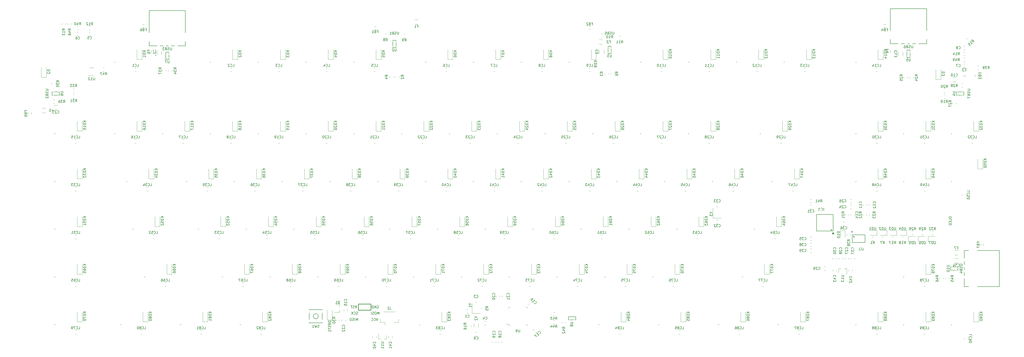
<source format=gbo>
%TF.GenerationSoftware,KiCad,Pcbnew,(5.1.10)-1*%
%TF.CreationDate,2021-10-11T22:19:29-04:00*%
%TF.ProjectId,custom_keyboard,63757374-6f6d-45f6-9b65-79626f617264,rev?*%
%TF.SameCoordinates,Original*%
%TF.FileFunction,Legend,Bot*%
%TF.FilePolarity,Positive*%
%FSLAX46Y46*%
G04 Gerber Fmt 4.6, Leading zero omitted, Abs format (unit mm)*
G04 Created by KiCad (PCBNEW (5.1.10)-1) date 2021-10-11 22:19:29*
%MOMM*%
%LPD*%
G01*
G04 APERTURE LIST*
%ADD10C,0.120000*%
%ADD11C,0.150000*%
%ADD12C,0.300000*%
%ADD13C,0.152000*%
%ADD14C,0.254000*%
%ADD15C,0.200000*%
%ADD16C,0.400000*%
%ADD17C,0.250000*%
%ADD18R,1.800000X1.000000*%
%ADD19R,1.060000X0.650000*%
%ADD20R,1.200000X0.900000*%
%ADD21R,2.000000X2.000000*%
%ADD22C,2.000000*%
%ADD23R,3.200000X2.000000*%
%ADD24R,0.700000X1.000000*%
%ADD25R,0.700000X0.600000*%
%ADD26O,0.588000X2.045000*%
%ADD27R,0.600000X1.450000*%
%ADD28R,0.300000X1.450000*%
%ADD29C,0.650000*%
%ADD30O,1.000000X2.100000*%
%ADD31O,1.000000X1.600000*%
%ADD32R,1.200000X1.400000*%
%ADD33C,3.500000*%
%ADD34O,1.500000X2.000000*%
%ADD35O,2.000000X1.500000*%
%ADD36R,0.900000X0.800000*%
%ADD37R,1.800000X1.100000*%
%ADD38R,0.800000X0.900000*%
%ADD39R,1.000000X0.700000*%
%ADD40R,0.600000X0.700000*%
%ADD41R,1.450000X0.600000*%
%ADD42R,1.450000X0.300000*%
%ADD43O,2.100000X1.000000*%
%ADD44O,1.600000X1.000000*%
%ADD45O,0.270000X1.500000*%
%ADD46O,1.500000X0.270000*%
%ADD47R,1.800000X0.900000*%
%ADD48R,2.550000X2.500000*%
%ADD49C,3.000000*%
%ADD50C,1.750000*%
%ADD51C,4.000000*%
%ADD52C,3.048000*%
%ADD53C,3.987800*%
%ADD54C,6.400000*%
%ADD55R,1.700000X1.700000*%
%ADD56C,1.700000*%
G04 APERTURE END LIST*
D10*
%TO.C,Y2*%
X313430200Y-297975100D02*
X313430200Y-296625100D01*
X315180200Y-297975100D02*
X315180200Y-296625100D01*
%TO.C,U12*%
X160221100Y-194433900D02*
X162021100Y-194433900D01*
X162021100Y-197653900D02*
X159571100Y-197653900D01*
%TO.C,R30*%
X258620550Y-295019142D02*
X258620550Y-295493658D01*
X259665550Y-295019142D02*
X259665550Y-295493658D01*
%TO.C,R23*%
X471980300Y-253427558D02*
X471980300Y-252953042D01*
X470935300Y-253427558D02*
X470935300Y-252953042D01*
%TO.C,R21*%
X461410900Y-252953042D02*
X461410900Y-253427558D01*
X462455900Y-252953042D02*
X462455900Y-253427558D01*
%TO.C,UD7*%
X497062500Y-263674700D02*
X494377500Y-263674700D01*
X494377500Y-263674700D02*
X494377500Y-261754700D01*
X494377500Y-261754700D02*
X497062500Y-261754700D01*
%TO.C,UD6*%
X493094000Y-263674700D02*
X490409000Y-263674700D01*
X490409000Y-263674700D02*
X490409000Y-261754700D01*
X490409000Y-261754700D02*
X493094000Y-261754700D01*
%TO.C,UD5*%
X489125500Y-263674700D02*
X486440500Y-263674700D01*
X486440500Y-263674700D02*
X486440500Y-261754700D01*
X486440500Y-261754700D02*
X489125500Y-261754700D01*
%TO.C,UD4*%
X483157000Y-259373600D02*
X485842000Y-259373600D01*
X485842000Y-259373600D02*
X485842000Y-261293600D01*
X485842000Y-261293600D02*
X483157000Y-261293600D01*
%TO.C,UD3*%
X479188500Y-259373600D02*
X481873500Y-259373600D01*
X481873500Y-259373600D02*
X481873500Y-261293600D01*
X481873500Y-261293600D02*
X479188500Y-261293600D01*
%TO.C,UD2*%
X475220000Y-259373600D02*
X477905000Y-259373600D01*
X477905000Y-259373600D02*
X477905000Y-261293600D01*
X477905000Y-261293600D02*
X475220000Y-261293600D01*
%TO.C,UD1*%
X471251500Y-259373600D02*
X473936500Y-259373600D01*
X473936500Y-259373600D02*
X473936500Y-261293600D01*
X473936500Y-261293600D02*
X471251500Y-261293600D01*
%TO.C,D10*%
X459386000Y-262127300D02*
X459386000Y-259442300D01*
X459386000Y-259442300D02*
X461306000Y-259442300D01*
X461306000Y-259442300D02*
X461306000Y-262127300D01*
%TO.C,C34*%
X504875648Y-270535400D02*
X506298152Y-270535400D01*
X504875648Y-272355400D02*
X506298152Y-272355400D01*
%TO.C,C25*%
X189016900Y-187792498D02*
X189016900Y-189215002D01*
X187196900Y-187792498D02*
X187196900Y-189215002D01*
%TO.C,C23*%
X146123248Y-209420500D02*
X147545752Y-209420500D01*
X146123248Y-211240500D02*
X147545752Y-211240500D01*
%TO.C,C13*%
X484273300Y-188189348D02*
X484273300Y-189611852D01*
X482453300Y-188189348D02*
X482453300Y-189611852D01*
%TO.C,C10*%
X505504452Y-200128700D02*
X504081948Y-200128700D01*
X505504452Y-198308700D02*
X504081948Y-198308700D01*
%TO.C,C2*%
X365218300Y-187395648D02*
X365218300Y-188818152D01*
X363398300Y-187395648D02*
X363398300Y-188818152D01*
%TO.C,C7*%
X508500448Y-192927800D02*
X509022952Y-192927800D01*
X508500448Y-194397800D02*
X509022952Y-194397800D01*
%TO.C,C8*%
X509022952Y-187254500D02*
X508500448Y-187254500D01*
X509022952Y-185784500D02*
X508500448Y-185784500D01*
%TO.C,C1*%
X310472298Y-290949750D02*
X310994802Y-290949750D01*
X310472298Y-292419750D02*
X310994802Y-292419750D01*
%TO.C,C3*%
X314043948Y-286584400D02*
X314566452Y-286584400D01*
X314043948Y-288054400D02*
X314566452Y-288054400D01*
%TO.C,C37*%
X463579500Y-270912952D02*
X463579500Y-270390448D01*
X465049500Y-270912952D02*
X465049500Y-270390448D01*
%TO.C,C11*%
X469811700Y-248960548D02*
X469811700Y-249483052D01*
X468341700Y-248960548D02*
X468341700Y-249483052D01*
%TO.C,C32*%
X410604152Y-256703250D02*
X410081648Y-256703250D01*
X410604152Y-255233250D02*
X410081648Y-255233250D01*
%TO.C,C33*%
X410081648Y-248486800D02*
X410604152Y-248486800D01*
X410081648Y-249956800D02*
X410604152Y-249956800D01*
%TO.C,KD15*%
X157358900Y-219661200D02*
X157358900Y-215761200D01*
X155358900Y-219661200D02*
X155358900Y-215761200D01*
X157358900Y-219661200D02*
X155358900Y-219661200D01*
%TO.C,KD33*%
X157358900Y-238710000D02*
X157358900Y-234810000D01*
X155358900Y-238710000D02*
X155358900Y-234810000D01*
X157358900Y-238710000D02*
X155358900Y-238710000D01*
%TO.C,KD51*%
X157358900Y-257821400D02*
X157358900Y-253921400D01*
X155358900Y-257821400D02*
X155358900Y-253921400D01*
X157358900Y-257821400D02*
X155358900Y-257821400D01*
%TO.C,KD65*%
X157358900Y-276870200D02*
X157358900Y-272970200D01*
X155358900Y-276870200D02*
X155358900Y-272970200D01*
X157358900Y-276870200D02*
X155358900Y-276870200D01*
%TO.C,KD80*%
X183551000Y-295919000D02*
X183551000Y-292019000D01*
X181551000Y-295919000D02*
X181551000Y-292019000D01*
X183551000Y-295919000D02*
X181551000Y-295919000D01*
%TO.C,KD1*%
X181169900Y-191150600D02*
X181169900Y-187250600D01*
X179169900Y-191150600D02*
X179169900Y-187250600D01*
X181169900Y-191150600D02*
X179169900Y-191150600D01*
%TO.C,KD16*%
X181169900Y-219723800D02*
X181169900Y-215823800D01*
X179169900Y-219723800D02*
X179169900Y-215823800D01*
X181169900Y-219723800D02*
X179169900Y-219723800D01*
%TO.C,KD34*%
X185932100Y-238772600D02*
X185932100Y-234872600D01*
X183932100Y-238772600D02*
X183932100Y-234872600D01*
X185932100Y-238772600D02*
X183932100Y-238772600D01*
%TO.C,KD52*%
X188313200Y-257821400D02*
X188313200Y-253921400D01*
X186313200Y-257821400D02*
X186313200Y-253921400D01*
X188313200Y-257821400D02*
X186313200Y-257821400D01*
%TO.C,KD79*%
X157358900Y-295856400D02*
X157358900Y-291956400D01*
X155358900Y-295856400D02*
X155358900Y-291956400D01*
X157358900Y-295856400D02*
X155358900Y-295856400D01*
%TO.C,KD2*%
X219267500Y-191150600D02*
X219267500Y-187250600D01*
X217267500Y-191150600D02*
X217267500Y-187250600D01*
X219267500Y-191150600D02*
X217267500Y-191150600D01*
%TO.C,KD18*%
X219267500Y-219723800D02*
X219267500Y-215823800D01*
X217267500Y-219723800D02*
X217267500Y-215823800D01*
X219267500Y-219723800D02*
X217267500Y-219723800D01*
%TO.C,KD36*%
X228791900Y-238772600D02*
X228791900Y-234872600D01*
X226791900Y-238772600D02*
X226791900Y-234872600D01*
X228791900Y-238772600D02*
X226791900Y-238772600D01*
%TO.C,KD54*%
X233554100Y-257821400D02*
X233554100Y-253921400D01*
X231554100Y-257821400D02*
X231554100Y-253921400D01*
X233554100Y-257821400D02*
X231554100Y-257821400D01*
%TO.C,KD67*%
X224029700Y-276870200D02*
X224029700Y-272970200D01*
X222029700Y-276870200D02*
X222029700Y-272970200D01*
X224029700Y-276870200D02*
X222029700Y-276870200D01*
%TO.C,KD82*%
X231173000Y-295919000D02*
X231173000Y-292019000D01*
X229173000Y-295919000D02*
X229173000Y-292019000D01*
X231173000Y-295919000D02*
X229173000Y-295919000D01*
%TO.C,KD17*%
X200218700Y-219723800D02*
X200218700Y-215823800D01*
X198218700Y-219723800D02*
X198218700Y-215823800D01*
X200218700Y-219723800D02*
X198218700Y-219723800D01*
%TO.C,KD35*%
X209743100Y-238772600D02*
X209743100Y-234872600D01*
X207743100Y-238772600D02*
X207743100Y-234872600D01*
X209743100Y-238772600D02*
X207743100Y-238772600D01*
%TO.C,KD53*%
X214505300Y-257821400D02*
X214505300Y-253921400D01*
X212505300Y-257821400D02*
X212505300Y-253921400D01*
X214505300Y-257821400D02*
X212505300Y-257821400D01*
%TO.C,KD66*%
X193075400Y-276870200D02*
X193075400Y-272970200D01*
X191075400Y-276870200D02*
X191075400Y-272970200D01*
X193075400Y-276870200D02*
X191075400Y-276870200D01*
%TO.C,KD81*%
X207362000Y-295919000D02*
X207362000Y-292019000D01*
X205362000Y-295919000D02*
X205362000Y-292019000D01*
X207362000Y-295919000D02*
X205362000Y-295919000D01*
%TO.C,KD3*%
X238316300Y-191150600D02*
X238316300Y-187250600D01*
X236316300Y-191150600D02*
X236316300Y-187250600D01*
X238316300Y-191150600D02*
X236316300Y-191150600D01*
%TO.C,KD19*%
X238316300Y-219723800D02*
X238316300Y-215823800D01*
X236316300Y-219723800D02*
X236316300Y-215823800D01*
X238316300Y-219723800D02*
X236316300Y-219723800D01*
%TO.C,KD37*%
X247840700Y-238772600D02*
X247840700Y-234872600D01*
X245840700Y-238772600D02*
X245840700Y-234872600D01*
X247840700Y-238772600D02*
X245840700Y-238772600D01*
%TO.C,KD55*%
X252602900Y-257821400D02*
X252602900Y-253921400D01*
X250602900Y-257821400D02*
X250602900Y-253921400D01*
X252602900Y-257821400D02*
X250602900Y-257821400D01*
%TO.C,KD68*%
X243078500Y-276870200D02*
X243078500Y-272970200D01*
X241078500Y-276870200D02*
X241078500Y-272970200D01*
X243078500Y-276870200D02*
X241078500Y-276870200D01*
%TO.C,KD70*%
X281176100Y-276870200D02*
X281176100Y-272970200D01*
X279176100Y-276870200D02*
X279176100Y-272970200D01*
X281176100Y-276870200D02*
X279176100Y-276870200D01*
%TO.C,KD4*%
X257365100Y-191150600D02*
X257365100Y-187250600D01*
X255365100Y-191150600D02*
X255365100Y-187250600D01*
X257365100Y-191150600D02*
X255365100Y-191150600D01*
%TO.C,KD20*%
X257365100Y-219723800D02*
X257365100Y-215823800D01*
X255365100Y-219723800D02*
X255365100Y-215823800D01*
X257365100Y-219723800D02*
X255365100Y-219723800D01*
%TO.C,KD38*%
X266889500Y-238772600D02*
X266889500Y-234872600D01*
X264889500Y-238772600D02*
X264889500Y-234872600D01*
X266889500Y-238772600D02*
X264889500Y-238772600D01*
%TO.C,KD56*%
X271651700Y-257821400D02*
X271651700Y-253921400D01*
X269651700Y-257821400D02*
X269651700Y-253921400D01*
X271651700Y-257821400D02*
X269651700Y-257821400D01*
%TO.C,KD69*%
X262127300Y-276870200D02*
X262127300Y-272970200D01*
X260127300Y-276870200D02*
X260127300Y-272970200D01*
X262127300Y-276870200D02*
X260127300Y-276870200D01*
%TO.C,KD5*%
X276413900Y-191150600D02*
X276413900Y-187250600D01*
X274413900Y-191150600D02*
X274413900Y-187250600D01*
X276413900Y-191150600D02*
X274413900Y-191150600D01*
%TO.C,KD21*%
X276413900Y-219723800D02*
X276413900Y-215823800D01*
X274413900Y-219723800D02*
X274413900Y-215823800D01*
X276413900Y-219723800D02*
X274413900Y-219723800D01*
%TO.C,KD39*%
X285938300Y-238772600D02*
X285938300Y-234872600D01*
X283938300Y-238772600D02*
X283938300Y-234872600D01*
X285938300Y-238772600D02*
X283938300Y-238772600D01*
%TO.C,KD57*%
X290700500Y-257821400D02*
X290700500Y-253921400D01*
X288700500Y-257821400D02*
X288700500Y-253921400D01*
X290700500Y-257821400D02*
X288700500Y-257821400D01*
%TO.C,KD71*%
X300224900Y-276870200D02*
X300224900Y-272970200D01*
X298224900Y-276870200D02*
X298224900Y-272970200D01*
X300224900Y-276870200D02*
X298224900Y-276870200D01*
%TO.C,KD83*%
X302606000Y-295919000D02*
X302606000Y-292019000D01*
X300606000Y-295919000D02*
X300606000Y-292019000D01*
X302606000Y-295919000D02*
X300606000Y-295919000D01*
%TO.C,KD6*%
X304987100Y-191150600D02*
X304987100Y-187250600D01*
X302987100Y-191150600D02*
X302987100Y-187250600D01*
X304987100Y-191150600D02*
X302987100Y-191150600D01*
%TO.C,KD22*%
X295462700Y-219723800D02*
X295462700Y-215823800D01*
X293462700Y-219723800D02*
X293462700Y-215823800D01*
X295462700Y-219723800D02*
X293462700Y-219723800D01*
%TO.C,KD40*%
X304987100Y-238772600D02*
X304987100Y-234872600D01*
X302987100Y-238772600D02*
X302987100Y-234872600D01*
X304987100Y-238772600D02*
X302987100Y-238772600D01*
%TO.C,KD58*%
X309749300Y-257821400D02*
X309749300Y-253921400D01*
X307749300Y-257821400D02*
X307749300Y-253921400D01*
X309749300Y-257821400D02*
X307749300Y-257821400D01*
%TO.C,KD72*%
X319273700Y-276870200D02*
X319273700Y-272970200D01*
X317273700Y-276870200D02*
X317273700Y-272970200D01*
X319273700Y-276870200D02*
X317273700Y-276870200D01*
%TO.C,KD7*%
X324035900Y-191150600D02*
X324035900Y-187250600D01*
X322035900Y-191150600D02*
X322035900Y-187250600D01*
X324035900Y-191150600D02*
X322035900Y-191150600D01*
%TO.C,KD23*%
X314511500Y-219723800D02*
X314511500Y-215823800D01*
X312511500Y-219723800D02*
X312511500Y-215823800D01*
X314511500Y-219723800D02*
X312511500Y-219723800D01*
%TO.C,KD41*%
X324035900Y-238772600D02*
X324035900Y-234872600D01*
X322035900Y-238772600D02*
X322035900Y-234872600D01*
X324035900Y-238772600D02*
X322035900Y-238772600D01*
%TO.C,KD59*%
X328798100Y-257821400D02*
X328798100Y-253921400D01*
X326798100Y-257821400D02*
X326798100Y-253921400D01*
X328798100Y-257821400D02*
X326798100Y-257821400D01*
%TO.C,KD73*%
X338322500Y-276870200D02*
X338322500Y-272970200D01*
X336322500Y-276870200D02*
X336322500Y-272970200D01*
X338322500Y-276870200D02*
X336322500Y-276870200D01*
%TO.C,KD8*%
X343084700Y-191150600D02*
X343084700Y-187250600D01*
X341084700Y-191150600D02*
X341084700Y-187250600D01*
X343084700Y-191150600D02*
X341084700Y-191150600D01*
%TO.C,KD24*%
X333560300Y-219723800D02*
X333560300Y-215823800D01*
X331560300Y-219723800D02*
X331560300Y-215823800D01*
X333560300Y-219723800D02*
X331560300Y-219723800D01*
%TO.C,KD42*%
X343084700Y-238772600D02*
X343084700Y-234872600D01*
X341084700Y-238772600D02*
X341084700Y-234872600D01*
X343084700Y-238772600D02*
X341084700Y-238772600D01*
%TO.C,KD60*%
X347846900Y-257821400D02*
X347846900Y-253921400D01*
X345846900Y-257821400D02*
X345846900Y-253921400D01*
X347846900Y-257821400D02*
X345846900Y-257821400D01*
%TO.C,KD74*%
X357371300Y-276870200D02*
X357371300Y-272970200D01*
X355371300Y-276870200D02*
X355371300Y-272970200D01*
X357371300Y-276870200D02*
X355371300Y-276870200D01*
%TO.C,KD9*%
X362133500Y-191150600D02*
X362133500Y-187250600D01*
X360133500Y-191150600D02*
X360133500Y-187250600D01*
X362133500Y-191150600D02*
X360133500Y-191150600D01*
%TO.C,KD25*%
X352609100Y-219723800D02*
X352609100Y-215823800D01*
X350609100Y-219723800D02*
X350609100Y-215823800D01*
X352609100Y-219723800D02*
X350609100Y-219723800D01*
%TO.C,KD43*%
X362133500Y-238772600D02*
X362133500Y-234872600D01*
X360133500Y-238772600D02*
X360133500Y-234872600D01*
X362133500Y-238772600D02*
X360133500Y-238772600D01*
%TO.C,KD61*%
X366895700Y-257821400D02*
X366895700Y-253921400D01*
X364895700Y-257821400D02*
X364895700Y-253921400D01*
X366895700Y-257821400D02*
X364895700Y-257821400D01*
%TO.C,KD75*%
X376420100Y-276870200D02*
X376420100Y-272970200D01*
X374420100Y-276870200D02*
X374420100Y-272970200D01*
X376420100Y-276870200D02*
X374420100Y-276870200D01*
%TO.C,KD84*%
X374039000Y-295919000D02*
X374039000Y-292019000D01*
X372039000Y-295919000D02*
X372039000Y-292019000D01*
X374039000Y-295919000D02*
X372039000Y-295919000D01*
%TO.C,KD10*%
X390706700Y-191150600D02*
X390706700Y-187250600D01*
X388706700Y-191150600D02*
X388706700Y-187250600D01*
X390706700Y-191150600D02*
X388706700Y-191150600D01*
%TO.C,KD26*%
X371657900Y-219723800D02*
X371657900Y-215823800D01*
X369657900Y-219723800D02*
X369657900Y-215823800D01*
X371657900Y-219723800D02*
X369657900Y-219723800D01*
%TO.C,KD44*%
X381182300Y-238772600D02*
X381182300Y-234872600D01*
X379182300Y-238772600D02*
X379182300Y-234872600D01*
X381182300Y-238772600D02*
X379182300Y-238772600D01*
%TO.C,KD62*%
X385944500Y-257821400D02*
X385944500Y-253921400D01*
X383944500Y-257821400D02*
X383944500Y-253921400D01*
X385944500Y-257821400D02*
X383944500Y-257821400D01*
%TO.C,KD76*%
X395468900Y-276870200D02*
X395468900Y-272970200D01*
X393468900Y-276870200D02*
X393468900Y-272970200D01*
X395468900Y-276870200D02*
X393468900Y-276870200D01*
%TO.C,KD11*%
X409755500Y-191150600D02*
X409755500Y-187250600D01*
X407755500Y-191150600D02*
X407755500Y-187250600D01*
X409755500Y-191150600D02*
X407755500Y-191150600D01*
%TO.C,KD27*%
X390706700Y-219723800D02*
X390706700Y-215823800D01*
X388706700Y-219723800D02*
X388706700Y-215823800D01*
X390706700Y-219723800D02*
X388706700Y-219723800D01*
%TO.C,KD45*%
X400231100Y-238772600D02*
X400231100Y-234872600D01*
X398231100Y-238772600D02*
X398231100Y-234872600D01*
X400231100Y-238772600D02*
X398231100Y-238772600D01*
%TO.C,KD63*%
X404993300Y-257821400D02*
X404993300Y-253921400D01*
X402993300Y-257821400D02*
X402993300Y-253921400D01*
X404993300Y-257821400D02*
X402993300Y-257821400D01*
%TO.C,KD85*%
X397850000Y-295919000D02*
X397850000Y-292019000D01*
X395850000Y-295919000D02*
X395850000Y-292019000D01*
X397850000Y-295919000D02*
X395850000Y-295919000D01*
%TO.C,KD86*%
X421661000Y-295919000D02*
X421661000Y-292019000D01*
X419661000Y-295919000D02*
X419661000Y-292019000D01*
X421661000Y-295919000D02*
X419661000Y-295919000D01*
%TO.C,KD12*%
X428804300Y-191150600D02*
X428804300Y-187250600D01*
X426804300Y-191150600D02*
X426804300Y-187250600D01*
X428804300Y-191150600D02*
X426804300Y-191150600D01*
%TO.C,KD28*%
X409755500Y-219723800D02*
X409755500Y-215823800D01*
X407755500Y-219723800D02*
X407755500Y-215823800D01*
X409755500Y-219723800D02*
X407755500Y-219723800D01*
%TO.C,KD46*%
X419279900Y-238772600D02*
X419279900Y-234872600D01*
X417279900Y-238772600D02*
X417279900Y-234872600D01*
X419279900Y-238772600D02*
X417279900Y-238772600D01*
%TO.C,KD87*%
X445472000Y-295919000D02*
X445472000Y-292019000D01*
X443472000Y-295919000D02*
X443472000Y-292019000D01*
X445472000Y-295919000D02*
X443472000Y-295919000D01*
%TO.C,KD13*%
X447853100Y-191150600D02*
X447853100Y-187250600D01*
X445853100Y-191150600D02*
X445853100Y-187250600D01*
X447853100Y-191150600D02*
X445853100Y-191150600D01*
%TO.C,KD29*%
X438328700Y-219723800D02*
X438328700Y-215823800D01*
X436328700Y-219723800D02*
X436328700Y-215823800D01*
X438328700Y-219723800D02*
X436328700Y-219723800D01*
%TO.C,KD47*%
X443090900Y-238772600D02*
X443090900Y-234872600D01*
X441090900Y-238772600D02*
X441090900Y-234872600D01*
X443090900Y-238772600D02*
X441090900Y-238772600D01*
%TO.C,KD64*%
X435947600Y-257821400D02*
X435947600Y-253921400D01*
X433947600Y-257821400D02*
X433947600Y-253921400D01*
X435947600Y-257821400D02*
X433947600Y-257821400D01*
%TO.C,KD77*%
X431185400Y-276870200D02*
X431185400Y-272970200D01*
X429185400Y-276870200D02*
X429185400Y-272970200D01*
X431185400Y-276870200D02*
X429185400Y-276870200D01*
%TO.C,KD88*%
X476426300Y-295919000D02*
X476426300Y-292019000D01*
X474426300Y-295919000D02*
X474426300Y-292019000D01*
X476426300Y-295919000D02*
X474426300Y-295919000D01*
%TO.C,KD14*%
X476426300Y-191150600D02*
X476426300Y-187250600D01*
X474426300Y-191150600D02*
X474426300Y-187250600D01*
X476426300Y-191150600D02*
X474426300Y-191150600D01*
%TO.C,KD30*%
X476426300Y-219723800D02*
X476426300Y-215823800D01*
X474426300Y-219723800D02*
X474426300Y-215823800D01*
X476426300Y-219723800D02*
X474426300Y-219723800D01*
%TO.C,KD48*%
X476426300Y-238772600D02*
X476426300Y-234872600D01*
X474426300Y-238772600D02*
X474426300Y-234872600D01*
X476426300Y-238772600D02*
X474426300Y-238772600D01*
%TO.C,KD31*%
X495475100Y-219723800D02*
X495475100Y-215823800D01*
X493475100Y-219723800D02*
X493475100Y-215823800D01*
X495475100Y-219723800D02*
X493475100Y-219723800D01*
%TO.C,KD49*%
X495475100Y-238772600D02*
X495475100Y-234872600D01*
X493475100Y-238772600D02*
X493475100Y-234872600D01*
X495475100Y-238772600D02*
X493475100Y-238772600D01*
%TO.C,KD78*%
X495475100Y-276870200D02*
X495475100Y-272970200D01*
X493475100Y-276870200D02*
X493475100Y-272970200D01*
X495475100Y-276870200D02*
X493475100Y-276870200D01*
%TO.C,KD89*%
X495475100Y-295919000D02*
X495475100Y-292019000D01*
X493475100Y-295919000D02*
X493475100Y-292019000D01*
X495475100Y-295919000D02*
X493475100Y-295919000D01*
%TO.C,KD32*%
X514523900Y-219723800D02*
X514523900Y-215823800D01*
X512523900Y-219723800D02*
X512523900Y-215823800D01*
X514523900Y-219723800D02*
X512523900Y-219723800D01*
%TO.C,KD50*%
X516111300Y-234804100D02*
X516111300Y-230904100D01*
X514111300Y-234804100D02*
X514111300Y-230904100D01*
X516111300Y-234804100D02*
X514111300Y-234804100D01*
%TO.C,KD90*%
X514523900Y-295919000D02*
X514523900Y-292019000D01*
X512523900Y-295919000D02*
X512523900Y-292019000D01*
X514523900Y-295919000D02*
X512523900Y-295919000D01*
%TO.C,R14*%
X508988764Y-192016700D02*
X508534636Y-192016700D01*
X508988764Y-190546700D02*
X508534636Y-190546700D01*
%TO.C,R15*%
X509668818Y-182985535D02*
X509989935Y-182664418D01*
X510708265Y-184024982D02*
X511029382Y-183703865D01*
%TO.C,R4*%
X283692200Y-197893036D02*
X283692200Y-198347164D01*
X282222200Y-197893036D02*
X282222200Y-198347164D01*
%TO.C,R2*%
X281311100Y-197893036D02*
X281311100Y-198347164D01*
X279841100Y-197893036D02*
X279841100Y-198347164D01*
%TO.C,R22*%
X469811700Y-252963236D02*
X469811700Y-253417364D01*
X468341700Y-252963236D02*
X468341700Y-253417364D01*
%TO.C,R1*%
X472478564Y-263449700D02*
X472024436Y-263449700D01*
X472478564Y-261979700D02*
X472024436Y-261979700D01*
%TO.C,R7*%
X476447064Y-263449700D02*
X475992936Y-263449700D01*
X476447064Y-261979700D02*
X475992936Y-261979700D01*
%TO.C,R17*%
X480415564Y-263449700D02*
X479961436Y-263449700D01*
X480415564Y-261979700D02*
X479961436Y-261979700D01*
%TO.C,R18*%
X484384064Y-263449700D02*
X483929936Y-263449700D01*
X484384064Y-261979700D02*
X483929936Y-261979700D01*
%TO.C,R26*%
X487898436Y-259598600D02*
X488352564Y-259598600D01*
X487898436Y-261068600D02*
X488352564Y-261068600D01*
%TO.C,R29*%
X491866936Y-259598600D02*
X492321064Y-259598600D01*
X491866936Y-261068600D02*
X492321064Y-261068600D01*
%TO.C,R32*%
X495835436Y-259598600D02*
X496289564Y-259598600D01*
X495835436Y-261068600D02*
X496289564Y-261068600D01*
%TO.C,R38*%
X461992100Y-261354364D02*
X461992100Y-260900236D01*
X463462100Y-261354364D02*
X463462100Y-260900236D01*
%TO.C,R9*%
X285504936Y-181022300D02*
X285959064Y-181022300D01*
X285504936Y-182492300D02*
X285959064Y-182492300D01*
%TO.C,R8*%
X278418914Y-182492300D02*
X277964786Y-182492300D01*
X278418914Y-181022300D02*
X277964786Y-181022300D01*
%TO.C,R41*%
X447419736Y-246899400D02*
X447873864Y-246899400D01*
X447419736Y-248369400D02*
X447873864Y-248369400D01*
%TO.C,D2*%
X143072300Y-198293900D02*
X143072300Y-194393900D01*
X141072300Y-198293900D02*
X141072300Y-194393900D01*
X143072300Y-198293900D02*
X141072300Y-198293900D01*
%TO.C,D3*%
X499443600Y-199087600D02*
X499443600Y-195187600D01*
X497443600Y-199087600D02*
X497443600Y-195187600D01*
X499443600Y-199087600D02*
X497443600Y-199087600D01*
D11*
%TO.C,U2*%
X281113500Y-183482100D02*
X281113500Y-186382100D01*
X281113500Y-183482100D02*
X282413500Y-183482100D01*
X282413500Y-183482100D02*
X282413500Y-186382100D01*
X282413500Y-186382100D02*
X281113500Y-186382100D01*
D12*
%TO.C,U1*%
X464194600Y-259942700D02*
G75*
G03*
X464194600Y-259942700I-151000J0D01*
G01*
X464940600Y-261945700D02*
G75*
G03*
X464940600Y-261945700I-150000J0D01*
G01*
D13*
X469221600Y-261193700D02*
X464169600Y-261193700D01*
X469221600Y-264235700D02*
X469221600Y-261193700D01*
X464169600Y-264235700D02*
X469221600Y-264235700D01*
X464169600Y-261193700D02*
X464169600Y-264235700D01*
D10*
%TO.C,Y1*%
X312655200Y-292494200D02*
X312655200Y-288494200D01*
X315955200Y-292494200D02*
X312655200Y-292494200D01*
%TO.C,Y3*%
X408636600Y-254487150D02*
X408636600Y-250487150D01*
X411936600Y-254487150D02*
X408636600Y-254487150D01*
%TO.C,C40*%
X273091500Y-302264102D02*
X273091500Y-301741598D01*
X274561500Y-302264102D02*
X274561500Y-301741598D01*
%TO.C,C16*%
X335400110Y-289214407D02*
X335030643Y-288844940D01*
X336439557Y-288174960D02*
X336070090Y-287805493D01*
%TO.C,C17*%
X337014893Y-299286760D02*
X337384360Y-298917293D01*
X338054340Y-300326207D02*
X338423807Y-299956740D01*
%TO.C,C12*%
X472192800Y-248960548D02*
X472192800Y-249483052D01*
X470722800Y-248960548D02*
X470722800Y-249483052D01*
%TO.C,C41*%
X280911100Y-301741598D02*
X280911100Y-302264102D01*
X279441100Y-301741598D02*
X279441100Y-302264102D01*
%TO.C,C18*%
X323094600Y-304248352D02*
X323094600Y-303725848D01*
X324564600Y-304248352D02*
X324564600Y-303725848D01*
%TO.C,C19*%
X322183500Y-303725848D02*
X322183500Y-304248352D01*
X320713500Y-303725848D02*
X320713500Y-304248352D01*
%TO.C,C20*%
X323770900Y-285470748D02*
X323770900Y-285993252D01*
X322300900Y-285470748D02*
X322300900Y-285993252D01*
%TO.C,C21*%
X324682000Y-285993252D02*
X324682000Y-285470748D01*
X326152000Y-285993252D02*
X326152000Y-285470748D01*
%TO.C,C15*%
X263052850Y-291026648D02*
X263052850Y-291549152D01*
X261582850Y-291026648D02*
X261582850Y-291549152D01*
%TO.C,C22*%
X262259150Y-294995148D02*
X262259150Y-295517652D01*
X260789150Y-294995148D02*
X260789150Y-295517652D01*
%TO.C,C4*%
X318138102Y-297181950D02*
X317615598Y-297181950D01*
X318138102Y-295711950D02*
X317615598Y-295711950D01*
%TO.C,C9*%
X314566452Y-301547300D02*
X314043948Y-301547300D01*
X314566452Y-300077300D02*
X314043948Y-300077300D01*
%TO.C,C29*%
X453463952Y-275355200D02*
X452941448Y-275355200D01*
X453463952Y-273885200D02*
X452941448Y-273885200D01*
%TO.C,C27*%
X462668400Y-270390448D02*
X462668400Y-270912952D01*
X461198400Y-270390448D02*
X461198400Y-270912952D01*
%TO.C,C39*%
X447908052Y-268211900D02*
X447385548Y-268211900D01*
X447908052Y-266741900D02*
X447385548Y-266741900D01*
%TO.C,C38*%
X447908052Y-265830800D02*
X447385548Y-265830800D01*
X447908052Y-264360800D02*
X447385548Y-264360800D01*
%TO.C,C35*%
X447385548Y-261979700D02*
X447908052Y-261979700D01*
X447385548Y-263449700D02*
X447908052Y-263449700D01*
%TO.C,C30*%
X456436200Y-270912952D02*
X456436200Y-270390448D01*
X457906200Y-270912952D02*
X457906200Y-270390448D01*
%TO.C,C36*%
X460481598Y-256026950D02*
X461004102Y-256026950D01*
X460481598Y-257496950D02*
X461004102Y-257496950D01*
%TO.C,C31*%
X447385548Y-249280500D02*
X447908052Y-249280500D01*
X447385548Y-250750500D02*
X447908052Y-250750500D01*
%TO.C,C14*%
X463579500Y-253451552D02*
X463579500Y-252929048D01*
X465049500Y-253451552D02*
X465049500Y-252929048D01*
%TO.C,C28*%
X460287300Y-270390448D02*
X460287300Y-270912952D01*
X458817300Y-270390448D02*
X458817300Y-270912952D01*
%TO.C,C24*%
X463259548Y-249280500D02*
X463782052Y-249280500D01*
X463259548Y-250750500D02*
X463782052Y-250750500D01*
%TO.C,C26*%
X463259548Y-246899400D02*
X463782052Y-246899400D01*
X463259548Y-248369400D02*
X463782052Y-248369400D01*
%TO.C,DRST1*%
X256968250Y-295125300D02*
X256968250Y-291225300D01*
X254968250Y-295125300D02*
X254968250Y-291225300D01*
X256968250Y-295125300D02*
X254968250Y-295125300D01*
%TO.C,F1*%
X289892136Y-175291400D02*
X291096264Y-175291400D01*
X289892136Y-177111400D02*
X291096264Y-177111400D01*
%TO.C,F3*%
X509363764Y-197747600D02*
X508159636Y-197747600D01*
X509363764Y-195927600D02*
X508159636Y-195927600D01*
%TO.C,F5*%
X141470236Y-210611050D02*
X142674364Y-210611050D01*
X141470236Y-212431050D02*
X142674364Y-212431050D01*
%TO.C,F2*%
X363309386Y-183228400D02*
X364513514Y-183228400D01*
X363309386Y-185048400D02*
X364513514Y-185048400D01*
%TO.C,F4*%
X481098500Y-187317436D02*
X481098500Y-188521564D01*
X479278500Y-187317436D02*
X479278500Y-188521564D01*
%TO.C,F6*%
X186635800Y-187504836D02*
X186635800Y-188708964D01*
X184815800Y-187504836D02*
X184815800Y-188708964D01*
%TO.C,F7*%
X506188964Y-269180600D02*
X504984836Y-269180600D01*
X506188964Y-267360600D02*
X504984836Y-267360600D01*
%TO.C,FB1*%
X273695678Y-178022500D02*
X274494922Y-178022500D01*
X273695678Y-179142500D02*
X274494922Y-179142500D01*
%TO.C,FB3*%
X512963900Y-198030922D02*
X512963900Y-197231678D01*
X514083900Y-198030922D02*
X514083900Y-197231678D01*
%TO.C,FB5*%
X137076400Y-212311978D02*
X137076400Y-213111222D01*
X135956400Y-212311978D02*
X135956400Y-213111222D01*
%TO.C,FB2*%
X359945722Y-179142500D02*
X359146478Y-179142500D01*
X359945722Y-178022500D02*
X359146478Y-178022500D01*
%TO.C,FB4*%
X476614078Y-177228800D02*
X477413322Y-177228800D01*
X476614078Y-178348800D02*
X477413322Y-178348800D01*
%TO.C,FB6*%
X181357678Y-177228800D02*
X182156922Y-177228800D01*
X181357678Y-178348800D02*
X182156922Y-178348800D01*
%TO.C,FB7*%
X516465000Y-264696178D02*
X516465000Y-265495422D01*
X515345000Y-264696178D02*
X515345000Y-265495422D01*
D11*
%TO.C,USB6*%
X493738100Y-170918400D02*
X493738100Y-184918400D01*
X493738100Y-170918400D02*
X479338100Y-170918400D01*
X479338100Y-184918400D02*
X479338100Y-170918400D01*
X479338100Y-184918400D02*
X493738100Y-184918400D01*
%TO.C,USB3*%
X198481700Y-171712100D02*
X198481700Y-185712100D01*
X198481700Y-171712100D02*
X184081700Y-171712100D01*
X184081700Y-185712100D02*
X184081700Y-171712100D01*
X184081700Y-185712100D02*
X198481700Y-185712100D01*
%TO.C,USB4*%
X522775400Y-281820200D02*
X508775400Y-281820200D01*
X522775400Y-281820200D02*
X522775400Y-267420200D01*
X508775400Y-267420200D02*
X522775400Y-267420200D01*
X508775400Y-267420200D02*
X508775400Y-281820200D01*
D10*
%TO.C,J2*%
X277439250Y-291902700D02*
X282119250Y-291902700D01*
X283389250Y-296172700D02*
X281589250Y-296172700D01*
X283389250Y-294722700D02*
X283389250Y-296172700D01*
X277969250Y-296172700D02*
X277969250Y-297162700D01*
X276169250Y-296172700D02*
X277969250Y-296172700D01*
X276169250Y-294722700D02*
X276169250Y-296172700D01*
%TO.C,Q1*%
X259903050Y-288914200D02*
X258443050Y-288914200D01*
X259903050Y-292074200D02*
X257743050Y-292074200D01*
X259903050Y-292074200D02*
X259903050Y-291144200D01*
X259903050Y-288914200D02*
X259903050Y-289844200D01*
%TO.C,R43*%
X345032436Y-292140300D02*
X345486564Y-292140300D01*
X345032436Y-293610300D02*
X345486564Y-293610300D01*
%TO.C,R24*%
X488463650Y-198197936D02*
X488463650Y-198652064D01*
X486993650Y-198197936D02*
X486993650Y-198652064D01*
%TO.C,R25*%
X486082550Y-198197936D02*
X486082550Y-198652064D01*
X484612550Y-198197936D02*
X484612550Y-198652064D01*
%TO.C,R44*%
X345032436Y-295315100D02*
X345486564Y-295315100D01*
X345032436Y-296785100D02*
X345486564Y-296785100D01*
%TO.C,R42*%
X348493000Y-296395964D02*
X348493000Y-295941836D01*
X349963000Y-296395964D02*
X349963000Y-295941836D01*
%TO.C,R16*%
X312262250Y-297410436D02*
X312262250Y-297864564D01*
X310792250Y-297410436D02*
X310792250Y-297864564D01*
%TO.C,R5*%
X316348150Y-290721264D02*
X316348150Y-290267136D01*
X317818150Y-290721264D02*
X317818150Y-290267136D01*
%TO.C,R27*%
X505528200Y-208516036D02*
X505528200Y-208970164D01*
X504058200Y-208516036D02*
X504058200Y-208970164D01*
%TO.C,R35*%
X145305800Y-201033164D02*
X145305800Y-200579036D01*
X146775800Y-201033164D02*
X146775800Y-200579036D01*
%TO.C,R10*%
X364535364Y-182492300D02*
X364081236Y-182492300D01*
X364535364Y-181022300D02*
X364081236Y-181022300D01*
%TO.C,R28*%
X508195064Y-202334800D02*
X507740936Y-202334800D01*
X508195064Y-200864800D02*
X507740936Y-200864800D01*
%TO.C,R36*%
X145813736Y-207214400D02*
X146267864Y-207214400D01*
X145813736Y-208684400D02*
X146267864Y-208684400D01*
%TO.C,R11*%
X371224536Y-181816000D02*
X371678664Y-181816000D01*
X371224536Y-183286000D02*
X371678664Y-183286000D01*
%TO.C,R19*%
X501051764Y-206700150D02*
X500597636Y-206700150D01*
X501051764Y-205230150D02*
X500597636Y-205230150D01*
%TO.C,R20*%
X501051764Y-204319050D02*
X500597636Y-204319050D01*
X501051764Y-202849050D02*
X500597636Y-202849050D01*
%TO.C,R31*%
X153750736Y-205230150D02*
X154204864Y-205230150D01*
X153750736Y-206700150D02*
X154204864Y-206700150D01*
%TO.C,R33*%
X153750736Y-202849050D02*
X154204864Y-202849050D01*
X153750736Y-204319050D02*
X154204864Y-204319050D01*
%TO.C,R3*%
X365557550Y-197064664D02*
X365557550Y-196610536D01*
X367027550Y-197064664D02*
X367027550Y-196610536D01*
%TO.C,R6*%
X367938650Y-197064664D02*
X367938650Y-196610536D01*
X369408650Y-197064664D02*
X369408650Y-196610536D01*
%TO.C,R34*%
X193207250Y-195419986D02*
X193207250Y-195874114D01*
X191737250Y-195419986D02*
X191737250Y-195874114D01*
%TO.C,R37*%
X190826150Y-195419986D02*
X190826150Y-195874114D01*
X189356150Y-195419986D02*
X189356150Y-195874114D01*
%TO.C,R45*%
X502750250Y-278361636D02*
X502750250Y-278815764D01*
X501280250Y-278361636D02*
X501280250Y-278815764D01*
%TO.C,R46*%
X500369150Y-278361636D02*
X500369150Y-278815764D01*
X498899150Y-278361636D02*
X498899150Y-278815764D01*
D11*
%TO.C,SW1*%
X253012350Y-291069000D02*
X247812350Y-291069000D01*
X247812350Y-291069000D02*
X247812350Y-296269000D01*
X247812350Y-296269000D02*
X253012350Y-296269000D01*
X253012350Y-296269000D02*
X253012350Y-291069000D01*
X251412350Y-293669000D02*
G75*
G03*
X251412350Y-293669000I-1000000J0D01*
G01*
D10*
%TO.C,U11*%
X278581300Y-302762850D02*
X278581300Y-301302850D01*
X275421300Y-302762850D02*
X275421300Y-300602850D01*
X275421300Y-302762850D02*
X276351300Y-302762850D01*
X278581300Y-302762850D02*
X277651300Y-302762850D01*
%TO.C,U9*%
X327362900Y-296829000D02*
X326072900Y-296829000D01*
X327362900Y-297279000D02*
X327362900Y-296829000D01*
X327812900Y-297279000D02*
X327362900Y-297279000D01*
X334582900Y-297279000D02*
X334582900Y-296829000D01*
X334132900Y-297279000D02*
X334582900Y-297279000D01*
X327362900Y-290059000D02*
X327362900Y-290509000D01*
X327812900Y-290059000D02*
X327362900Y-290059000D01*
X334582900Y-290059000D02*
X334582900Y-290509000D01*
X334132900Y-290059000D02*
X334582900Y-290059000D01*
D11*
%TO.C,U8*%
X354009100Y-293812700D02*
X351109100Y-293812700D01*
X354009100Y-293812700D02*
X354009100Y-295112700D01*
X354009100Y-295112700D02*
X351109100Y-295112700D01*
X351109100Y-295112700D02*
X351109100Y-293812700D01*
%TO.C,U4*%
X508624300Y-204124600D02*
X505724300Y-204124600D01*
X508624300Y-204124600D02*
X508624300Y-205424600D01*
X508624300Y-205424600D02*
X505724300Y-205424600D01*
X505724300Y-205424600D02*
X505724300Y-204124600D01*
%TO.C,U6*%
X145384500Y-205424600D02*
X148284500Y-205424600D01*
X145384500Y-205424600D02*
X145384500Y-204124600D01*
X145384500Y-204124600D02*
X148284500Y-204124600D01*
X148284500Y-204124600D02*
X148284500Y-205424600D01*
%TO.C,U5*%
X485888100Y-187450600D02*
X485888100Y-190350600D01*
X485888100Y-187450600D02*
X487188100Y-187450600D01*
X487188100Y-187450600D02*
X487188100Y-190350600D01*
X487188100Y-190350600D02*
X485888100Y-190350600D01*
%TO.C,U10*%
X506243200Y-273970200D02*
X503343200Y-273970200D01*
X506243200Y-273970200D02*
X506243200Y-275270200D01*
X506243200Y-275270200D02*
X503343200Y-275270200D01*
X503343200Y-275270200D02*
X503343200Y-273970200D01*
D14*
%TO.C,IC1*%
X455992700Y-259195100D02*
G75*
G03*
X455992700Y-259195100I-170000J0D01*
G01*
D15*
X456529700Y-253025100D02*
X455767700Y-253025100D01*
X456529700Y-259680100D02*
X456529700Y-253025100D01*
X449900700Y-259680100D02*
X456529700Y-259680100D01*
X449900700Y-253025100D02*
X449900700Y-259680100D01*
X456098700Y-253025100D02*
X449900700Y-253025100D01*
D16*
X456514241Y-260415104D02*
G75*
G02*
X456511700Y-260415100I-1541J-199996D01*
G01*
D10*
%TO.C,LC2*%
X216941352Y-195985200D02*
X216418848Y-195985200D01*
X216941352Y-194515200D02*
X216418848Y-194515200D01*
%TO.C,LC3*%
X235990152Y-195985200D02*
X235467648Y-195985200D01*
X235990152Y-194515200D02*
X235467648Y-194515200D01*
%TO.C,LC4*%
X255038952Y-195985200D02*
X254516448Y-195985200D01*
X255038952Y-194515200D02*
X254516448Y-194515200D01*
%TO.C,LC5*%
X274087752Y-195985200D02*
X273565248Y-195985200D01*
X274087752Y-194515200D02*
X273565248Y-194515200D01*
%TO.C,LC6*%
X302660952Y-195985200D02*
X302138448Y-195985200D01*
X302660952Y-194515200D02*
X302138448Y-194515200D01*
%TO.C,LC7*%
X321709752Y-195985200D02*
X321187248Y-195985200D01*
X321709752Y-194515200D02*
X321187248Y-194515200D01*
%TO.C,LC8*%
X340758552Y-195985200D02*
X340236048Y-195985200D01*
X340758552Y-194515200D02*
X340236048Y-194515200D01*
%TO.C,LC9*%
X359807352Y-195985200D02*
X359284848Y-195985200D01*
X359807352Y-194515200D02*
X359284848Y-194515200D01*
%TO.C,LC10*%
X388380552Y-195985200D02*
X387858048Y-195985200D01*
X388380552Y-194515200D02*
X387858048Y-194515200D01*
%TO.C,LC11*%
X407429352Y-195985200D02*
X406906848Y-195985200D01*
X407429352Y-194515200D02*
X406906848Y-194515200D01*
%TO.C,LC12*%
X426478152Y-195985200D02*
X425955648Y-195985200D01*
X426478152Y-194515200D02*
X425955648Y-194515200D01*
%TO.C,LC13*%
X445526952Y-195985200D02*
X445004448Y-195985200D01*
X445526952Y-194515200D02*
X445004448Y-194515200D01*
%TO.C,LC14*%
X474100152Y-195985200D02*
X473577648Y-195985200D01*
X474100152Y-194515200D02*
X473577648Y-194515200D01*
%TO.C,LC18*%
X216941352Y-224558400D02*
X216418848Y-224558400D01*
X216941352Y-223088400D02*
X216418848Y-223088400D01*
%TO.C,LC19*%
X235990152Y-224558400D02*
X235467648Y-224558400D01*
X235990152Y-223088400D02*
X235467648Y-223088400D01*
%TO.C,LC20*%
X255038952Y-224558400D02*
X254516448Y-224558400D01*
X255038952Y-223088400D02*
X254516448Y-223088400D01*
%TO.C,LC21*%
X274087752Y-224558400D02*
X273565248Y-224558400D01*
X274087752Y-223088400D02*
X273565248Y-223088400D01*
%TO.C,LC22*%
X293136552Y-224558400D02*
X292614048Y-224558400D01*
X293136552Y-223088400D02*
X292614048Y-223088400D01*
%TO.C,LC23*%
X312185352Y-224558400D02*
X311662848Y-224558400D01*
X312185352Y-223088400D02*
X311662848Y-223088400D01*
%TO.C,LC24*%
X331234152Y-224558400D02*
X330711648Y-224558400D01*
X331234152Y-223088400D02*
X330711648Y-223088400D01*
%TO.C,LC25*%
X350282952Y-224558400D02*
X349760448Y-224558400D01*
X350282952Y-223088400D02*
X349760448Y-223088400D01*
%TO.C,LC26*%
X369331752Y-224558400D02*
X368809248Y-224558400D01*
X369331752Y-223088400D02*
X368809248Y-223088400D01*
%TO.C,LC27*%
X388380552Y-224558400D02*
X387858048Y-224558400D01*
X388380552Y-223088400D02*
X387858048Y-223088400D01*
%TO.C,LC28*%
X407429352Y-224558400D02*
X406906848Y-224558400D01*
X407429352Y-223088400D02*
X406906848Y-223088400D01*
%TO.C,LC29*%
X436002552Y-224558400D02*
X435480048Y-224558400D01*
X436002552Y-223088400D02*
X435480048Y-223088400D01*
%TO.C,LC30*%
X474100152Y-224558400D02*
X473577648Y-224558400D01*
X474100152Y-223088400D02*
X473577648Y-223088400D01*
%TO.C,LC31*%
X493148952Y-224558400D02*
X492626448Y-224558400D01*
X493148952Y-223088400D02*
X492626448Y-223088400D01*
%TO.C,LC32*%
X512197752Y-224558400D02*
X511675248Y-224558400D01*
X512197752Y-223088400D02*
X511675248Y-223088400D01*
%TO.C,LC36*%
X226465752Y-243607200D02*
X225943248Y-243607200D01*
X226465752Y-242137200D02*
X225943248Y-242137200D01*
%TO.C,LC37*%
X245514552Y-243607200D02*
X244992048Y-243607200D01*
X245514552Y-242137200D02*
X244992048Y-242137200D01*
%TO.C,LC38*%
X264563352Y-243607200D02*
X264040848Y-243607200D01*
X264563352Y-242137200D02*
X264040848Y-242137200D01*
%TO.C,LC39*%
X283612152Y-243607200D02*
X283089648Y-243607200D01*
X283612152Y-242137200D02*
X283089648Y-242137200D01*
%TO.C,LC40*%
X302660952Y-243607200D02*
X302138448Y-243607200D01*
X302660952Y-242137200D02*
X302138448Y-242137200D01*
%TO.C,LC41*%
X321709752Y-243607200D02*
X321187248Y-243607200D01*
X321709752Y-242137200D02*
X321187248Y-242137200D01*
%TO.C,LC42*%
X340758552Y-243607200D02*
X340236048Y-243607200D01*
X340758552Y-242137200D02*
X340236048Y-242137200D01*
%TO.C,LC43*%
X359807352Y-243607200D02*
X359284848Y-243607200D01*
X359807352Y-242137200D02*
X359284848Y-242137200D01*
%TO.C,LC44*%
X378856152Y-243607200D02*
X378333648Y-243607200D01*
X378856152Y-242137200D02*
X378333648Y-242137200D01*
%TO.C,LC45*%
X397904952Y-243607200D02*
X397382448Y-243607200D01*
X397904952Y-242137200D02*
X397382448Y-242137200D01*
%TO.C,LC46*%
X416953752Y-243607200D02*
X416431248Y-243607200D01*
X416953752Y-242137200D02*
X416431248Y-242137200D01*
%TO.C,LC47*%
X440764752Y-243607200D02*
X440242248Y-243607200D01*
X440764752Y-242137200D02*
X440242248Y-242137200D01*
%TO.C,LC48*%
X474100152Y-243607200D02*
X473577648Y-243607200D01*
X474100152Y-242137200D02*
X473577648Y-242137200D01*
%TO.C,LC49*%
X493305252Y-243607200D02*
X492782748Y-243607200D01*
X493305252Y-242137200D02*
X492782748Y-242137200D01*
%TO.C,LC50*%
X508026700Y-245514552D02*
X508026700Y-244992048D01*
X509496700Y-245514552D02*
X509496700Y-244992048D01*
%TO.C,LC54*%
X231227952Y-262656000D02*
X230705448Y-262656000D01*
X231227952Y-261186000D02*
X230705448Y-261186000D01*
%TO.C,LC55*%
X250276752Y-262656000D02*
X249754248Y-262656000D01*
X250276752Y-261186000D02*
X249754248Y-261186000D01*
%TO.C,LC56*%
X269325552Y-262656000D02*
X268803048Y-262656000D01*
X269325552Y-261186000D02*
X268803048Y-261186000D01*
%TO.C,LC57*%
X288374352Y-262656000D02*
X287851848Y-262656000D01*
X288374352Y-261186000D02*
X287851848Y-261186000D01*
%TO.C,LC58*%
X307423152Y-262656000D02*
X306900648Y-262656000D01*
X307423152Y-261186000D02*
X306900648Y-261186000D01*
%TO.C,LC59*%
X325834552Y-262656000D02*
X325312048Y-262656000D01*
X325834552Y-261186000D02*
X325312048Y-261186000D01*
%TO.C,LC60*%
X345520752Y-262656000D02*
X344998248Y-262656000D01*
X345520752Y-261186000D02*
X344998248Y-261186000D01*
%TO.C,LC61*%
X364569552Y-262656000D02*
X364047048Y-262656000D01*
X364569552Y-261186000D02*
X364047048Y-261186000D01*
%TO.C,LC62*%
X383618352Y-262656000D02*
X383095848Y-262656000D01*
X383618352Y-261186000D02*
X383095848Y-261186000D01*
%TO.C,LC63*%
X402667152Y-262656000D02*
X402144648Y-262656000D01*
X402667152Y-261186000D02*
X402144648Y-261186000D01*
%TO.C,LC64*%
X433621452Y-262656000D02*
X433098948Y-262656000D01*
X433621452Y-261186000D02*
X433098948Y-261186000D01*
%TO.C,LC68*%
X240752352Y-281704800D02*
X240229848Y-281704800D01*
X240752352Y-280234800D02*
X240229848Y-280234800D01*
%TO.C,LC69*%
X259801152Y-281704800D02*
X259278648Y-281704800D01*
X259801152Y-280234800D02*
X259278648Y-280234800D01*
%TO.C,LC70*%
X278849952Y-281704800D02*
X278327448Y-281704800D01*
X278849952Y-280234800D02*
X278327448Y-280234800D01*
%TO.C,LC71*%
X297898752Y-281704800D02*
X297376248Y-281704800D01*
X297898752Y-280234800D02*
X297376248Y-280234800D01*
%TO.C,LC72*%
X316947552Y-281704800D02*
X316425048Y-281704800D01*
X316947552Y-280234800D02*
X316425048Y-280234800D01*
%TO.C,LC73*%
X335996352Y-281704800D02*
X335473848Y-281704800D01*
X335996352Y-280234800D02*
X335473848Y-280234800D01*
%TO.C,LC74*%
X355045152Y-281704800D02*
X354522648Y-281704800D01*
X355045152Y-280234800D02*
X354522648Y-280234800D01*
%TO.C,LC75*%
X374093952Y-281704800D02*
X373571448Y-281704800D01*
X374093952Y-280234800D02*
X373571448Y-280234800D01*
%TO.C,LC76*%
X393142752Y-281704800D02*
X392620248Y-281704800D01*
X393142752Y-280234800D02*
X392620248Y-280234800D01*
%TO.C,LC77*%
X428859252Y-281704800D02*
X428336748Y-281704800D01*
X428859252Y-280234800D02*
X428336748Y-280234800D01*
%TO.C,LC78*%
X493148952Y-281704800D02*
X492626448Y-281704800D01*
X493148952Y-280234800D02*
X492626448Y-280234800D01*
%TO.C,LC82*%
X228846852Y-300753600D02*
X228324348Y-300753600D01*
X228846852Y-299283600D02*
X228324348Y-299283600D01*
%TO.C,LC83*%
X300279852Y-300753600D02*
X299757348Y-300753600D01*
X300279852Y-299283600D02*
X299757348Y-299283600D01*
%TO.C,LC84*%
X371712852Y-300753600D02*
X371190348Y-300753600D01*
X371712852Y-299283600D02*
X371190348Y-299283600D01*
%TO.C,LC85*%
X395523852Y-300753600D02*
X395001348Y-300753600D01*
X395523852Y-299283600D02*
X395001348Y-299283600D01*
%TO.C,LC86*%
X419334852Y-300753600D02*
X418812348Y-300753600D01*
X419334852Y-299283600D02*
X418812348Y-299283600D01*
%TO.C,LC87*%
X443145852Y-300753600D02*
X442623348Y-300753600D01*
X443145852Y-299283600D02*
X442623348Y-299283600D01*
%TO.C,LC88*%
X474100152Y-300753600D02*
X473577648Y-300753600D01*
X474100152Y-299283600D02*
X473577648Y-299283600D01*
%TO.C,LC89*%
X493148952Y-300753600D02*
X492626448Y-300753600D01*
X493148952Y-299283600D02*
X492626448Y-299283600D01*
%TO.C,LC90*%
X508820400Y-302817252D02*
X508820400Y-302294748D01*
X510290400Y-302817252D02*
X510290400Y-302294748D01*
%TO.C,LC1*%
X178843752Y-195985200D02*
X178321248Y-195985200D01*
X178843752Y-194515200D02*
X178321248Y-194515200D01*
%TO.C,LC15*%
X155032752Y-224558400D02*
X154510248Y-224558400D01*
X155032752Y-223088400D02*
X154510248Y-223088400D01*
%TO.C,LC16*%
X178843752Y-224558400D02*
X178321248Y-224558400D01*
X178843752Y-223088400D02*
X178321248Y-223088400D01*
%TO.C,LC17*%
X197892552Y-224558400D02*
X197370048Y-224558400D01*
X197892552Y-223088400D02*
X197370048Y-223088400D01*
%TO.C,LC33*%
X155032752Y-243607200D02*
X154510248Y-243607200D01*
X155032752Y-242137200D02*
X154510248Y-242137200D01*
%TO.C,LC34*%
X183605952Y-243607200D02*
X183083448Y-243607200D01*
X183605952Y-242137200D02*
X183083448Y-242137200D01*
%TO.C,LC35*%
X207416952Y-243607200D02*
X206894448Y-243607200D01*
X207416952Y-242137200D02*
X206894448Y-242137200D01*
%TO.C,LC51*%
X155032752Y-262656000D02*
X154510248Y-262656000D01*
X155032752Y-261186000D02*
X154510248Y-261186000D01*
%TO.C,LC52*%
X185987052Y-262656000D02*
X185464548Y-262656000D01*
X185987052Y-261186000D02*
X185464548Y-261186000D01*
%TO.C,LC53*%
X212179152Y-262656000D02*
X211656648Y-262656000D01*
X212179152Y-261186000D02*
X211656648Y-261186000D01*
%TO.C,LC65*%
X155032752Y-281704800D02*
X154510248Y-281704800D01*
X155032752Y-280234800D02*
X154510248Y-280234800D01*
%TO.C,LC66*%
X190749252Y-281704800D02*
X190226748Y-281704800D01*
X190749252Y-280234800D02*
X190226748Y-280234800D01*
%TO.C,LC67*%
X221703552Y-281704800D02*
X221181048Y-281704800D01*
X221703552Y-280234800D02*
X221181048Y-280234800D01*
%TO.C,LC79*%
X155032752Y-300753600D02*
X154510248Y-300753600D01*
X155032752Y-299283600D02*
X154510248Y-299283600D01*
%TO.C,LC80*%
X181224852Y-300753600D02*
X180702348Y-300753600D01*
X181224852Y-299283600D02*
X180702348Y-299283600D01*
%TO.C,LC81*%
X205035852Y-300753600D02*
X204513348Y-300753600D01*
X205035852Y-299283600D02*
X204513348Y-299283600D01*
%TO.C,MX1*%
X170532900Y-192150600D02*
X170232900Y-192150600D01*
X170232900Y-192150600D02*
X170232900Y-192450600D01*
%TO.C,MX2*%
X208630500Y-192150600D02*
X208330500Y-192150600D01*
X208330500Y-192150600D02*
X208330500Y-192450600D01*
%TO.C,MX3*%
X227679300Y-192150600D02*
X227379300Y-192150600D01*
X227379300Y-192150600D02*
X227379300Y-192450600D01*
%TO.C,MX4*%
X246728100Y-192150600D02*
X246428100Y-192150600D01*
X246428100Y-192150600D02*
X246428100Y-192450600D01*
%TO.C,MX5*%
X265776900Y-192150600D02*
X265476900Y-192150600D01*
X265476900Y-192150600D02*
X265476900Y-192450600D01*
%TO.C,MX6*%
X294350100Y-192150600D02*
X294050100Y-192150600D01*
X294050100Y-192150600D02*
X294050100Y-192450600D01*
%TO.C,MX7*%
X313398900Y-192150600D02*
X313098900Y-192150600D01*
X313098900Y-192150600D02*
X313098900Y-192450600D01*
%TO.C,MX8*%
X332447700Y-192150600D02*
X332147700Y-192150600D01*
X332147700Y-192150600D02*
X332147700Y-192450600D01*
%TO.C,MX9*%
X351496500Y-192150600D02*
X351196500Y-192150600D01*
X351196500Y-192150600D02*
X351196500Y-192450600D01*
%TO.C,MX10*%
X380069700Y-192150600D02*
X379769700Y-192150600D01*
X379769700Y-192150600D02*
X379769700Y-192450600D01*
%TO.C,MX11*%
X399118500Y-192150600D02*
X398818500Y-192150600D01*
X398818500Y-192150600D02*
X398818500Y-192450600D01*
%TO.C,MX12*%
X418167300Y-192150600D02*
X417867300Y-192150600D01*
X417867300Y-192150600D02*
X417867300Y-192450600D01*
%TO.C,MX13*%
X437216100Y-192150600D02*
X436916100Y-192150600D01*
X436916100Y-192150600D02*
X436916100Y-192450600D01*
%TO.C,MX14*%
X465789300Y-192150600D02*
X465489300Y-192150600D01*
X465489300Y-192150600D02*
X465489300Y-192450600D01*
%TO.C,MX15*%
X146721900Y-220723800D02*
X146421900Y-220723800D01*
X146421900Y-220723800D02*
X146421900Y-221023800D01*
%TO.C,MX16*%
X170532900Y-220723800D02*
X170232900Y-220723800D01*
X170232900Y-220723800D02*
X170232900Y-221023800D01*
%TO.C,MX17*%
X189581700Y-220723800D02*
X189281700Y-220723800D01*
X189281700Y-220723800D02*
X189281700Y-221023800D01*
%TO.C,MX18*%
X208630500Y-220723800D02*
X208330500Y-220723800D01*
X208330500Y-220723800D02*
X208330500Y-221023800D01*
%TO.C,MX19*%
X227679300Y-220723800D02*
X227379300Y-220723800D01*
X227379300Y-220723800D02*
X227379300Y-221023800D01*
%TO.C,MX20*%
X246728100Y-220723800D02*
X246428100Y-220723800D01*
X246428100Y-220723800D02*
X246428100Y-221023800D01*
%TO.C,MX21*%
X265776900Y-220723800D02*
X265476900Y-220723800D01*
X265476900Y-220723800D02*
X265476900Y-221023800D01*
%TO.C,MX22*%
X284825700Y-220723800D02*
X284525700Y-220723800D01*
X284525700Y-220723800D02*
X284525700Y-221023800D01*
%TO.C,MX23*%
X303874500Y-220723800D02*
X303574500Y-220723800D01*
X303574500Y-220723800D02*
X303574500Y-221023800D01*
%TO.C,MX24*%
X322923300Y-220723800D02*
X322623300Y-220723800D01*
X322623300Y-220723800D02*
X322623300Y-221023800D01*
%TO.C,MX25*%
X341972100Y-220723800D02*
X341672100Y-220723800D01*
X341672100Y-220723800D02*
X341672100Y-221023800D01*
%TO.C,MX26*%
X361020900Y-220723800D02*
X360720900Y-220723800D01*
X360720900Y-220723800D02*
X360720900Y-221023800D01*
%TO.C,MX27*%
X380069700Y-220723800D02*
X379769700Y-220723800D01*
X379769700Y-220723800D02*
X379769700Y-221023800D01*
%TO.C,MX28*%
X399118500Y-220723800D02*
X398818500Y-220723800D01*
X398818500Y-220723800D02*
X398818500Y-221023800D01*
%TO.C,MX29*%
X427691700Y-220723800D02*
X427391700Y-220723800D01*
X427391700Y-220723800D02*
X427391700Y-221023800D01*
%TO.C,MX30*%
X465789300Y-220723800D02*
X465489300Y-220723800D01*
X465489300Y-220723800D02*
X465489300Y-221023800D01*
%TO.C,MX31*%
X484838100Y-220723800D02*
X484538100Y-220723800D01*
X484538100Y-220723800D02*
X484538100Y-221023800D01*
%TO.C,MX32*%
X503886900Y-220723800D02*
X503586900Y-220723800D01*
X503586900Y-220723800D02*
X503586900Y-221023800D01*
%TO.C,MX33*%
X146721900Y-239772600D02*
X146421900Y-239772600D01*
X146421900Y-239772600D02*
X146421900Y-240072600D01*
%TO.C,MX34*%
X174995100Y-239772600D02*
X174995100Y-240072600D01*
X175295100Y-239772600D02*
X174995100Y-239772600D01*
%TO.C,MX35*%
X199106100Y-239772600D02*
X198806100Y-239772600D01*
X198806100Y-239772600D02*
X198806100Y-240072600D01*
%TO.C,MX36*%
X218154900Y-239772600D02*
X217854900Y-239772600D01*
X217854900Y-239772600D02*
X217854900Y-240072600D01*
%TO.C,MX37*%
X237203700Y-239772600D02*
X236903700Y-239772600D01*
X236903700Y-239772600D02*
X236903700Y-240072600D01*
%TO.C,MX38*%
X256252500Y-239772600D02*
X255952500Y-239772600D01*
X255952500Y-239772600D02*
X255952500Y-240072600D01*
%TO.C,MX39*%
X275301300Y-239772600D02*
X275001300Y-239772600D01*
X275001300Y-239772600D02*
X275001300Y-240072600D01*
%TO.C,MX40*%
X294350100Y-239772600D02*
X294050100Y-239772600D01*
X294050100Y-239772600D02*
X294050100Y-240072600D01*
%TO.C,MX41*%
X313398900Y-239772600D02*
X313098900Y-239772600D01*
X313098900Y-239772600D02*
X313098900Y-240072600D01*
%TO.C,MX42*%
X332447700Y-239772600D02*
X332147700Y-239772600D01*
X332147700Y-239772600D02*
X332147700Y-240072600D01*
%TO.C,MX43*%
X351496500Y-239772600D02*
X351196500Y-239772600D01*
X351196500Y-239772600D02*
X351196500Y-240072600D01*
%TO.C,MX45*%
X389594100Y-239772600D02*
X389294100Y-239772600D01*
X389294100Y-239772600D02*
X389294100Y-240072600D01*
%TO.C,MX46*%
X408642900Y-239772600D02*
X408342900Y-239772600D01*
X408342900Y-239772600D02*
X408342900Y-240072600D01*
%TO.C,MX48*%
X465789300Y-239772600D02*
X465489300Y-239772600D01*
X465489300Y-239772600D02*
X465489300Y-240072600D01*
%TO.C,MX49*%
X484838100Y-239772600D02*
X484538100Y-239772600D01*
X484538100Y-239772600D02*
X484538100Y-240072600D01*
%TO.C,MX51*%
X146721900Y-258821400D02*
X146421900Y-258821400D01*
X146421900Y-258821400D02*
X146421900Y-259121400D01*
%TO.C,MX52*%
X177376200Y-258821400D02*
X177376200Y-259121400D01*
X177676200Y-258821400D02*
X177376200Y-258821400D01*
%TO.C,MX53*%
X203810000Y-258821400D02*
X203510000Y-258821400D01*
X203510000Y-258821400D02*
X203510000Y-259121400D01*
%TO.C,MX54*%
X222917100Y-258821400D02*
X222617100Y-258821400D01*
X222617100Y-258821400D02*
X222617100Y-259121400D01*
%TO.C,MX55*%
X241965900Y-258821400D02*
X241665900Y-258821400D01*
X241665900Y-258821400D02*
X241665900Y-259121400D01*
%TO.C,MX56*%
X261014700Y-258821400D02*
X260714700Y-258821400D01*
X260714700Y-258821400D02*
X260714700Y-259121400D01*
%TO.C,MX57*%
X280063500Y-258821400D02*
X279763500Y-258821400D01*
X279763500Y-258821400D02*
X279763500Y-259121400D01*
%TO.C,MX59*%
X318161100Y-258821400D02*
X317861100Y-258821400D01*
X317861100Y-258821400D02*
X317861100Y-259121400D01*
%TO.C,MX60*%
X337209900Y-258821400D02*
X336909900Y-258821400D01*
X336909900Y-258821400D02*
X336909900Y-259121400D01*
%TO.C,MX61*%
X356258700Y-258821400D02*
X355958700Y-258821400D01*
X355958700Y-258821400D02*
X355958700Y-259121400D01*
%TO.C,MX63*%
X394356300Y-258821400D02*
X394056300Y-258821400D01*
X394056300Y-258821400D02*
X394056300Y-259121400D01*
%TO.C,MX65*%
X146721900Y-277870200D02*
X146421900Y-277870200D01*
X146421900Y-277870200D02*
X146421900Y-278170200D01*
%TO.C,MX66*%
X182438400Y-277870200D02*
X182138400Y-277870200D01*
X182138400Y-277870200D02*
X182138400Y-278170200D01*
%TO.C,MX67*%
X213392700Y-277870200D02*
X213092700Y-277870200D01*
X213092700Y-277870200D02*
X213092700Y-278170200D01*
%TO.C,MX68*%
X232441500Y-277870200D02*
X232141500Y-277870200D01*
X232141500Y-277870200D02*
X232141500Y-278170200D01*
%TO.C,MX69*%
X251490300Y-277870200D02*
X251190300Y-277870200D01*
X251190300Y-277870200D02*
X251190300Y-278170200D01*
%TO.C,MX70*%
X270539100Y-277870200D02*
X270239100Y-277870200D01*
X270239100Y-277870200D02*
X270239100Y-278170200D01*
%TO.C,MX71*%
X289587900Y-277870200D02*
X289287900Y-277870200D01*
X289287900Y-277870200D02*
X289287900Y-278170200D01*
%TO.C,MX72*%
X308636700Y-277870200D02*
X308336700Y-277870200D01*
X308336700Y-277870200D02*
X308336700Y-278170200D01*
%TO.C,MX73*%
X327685500Y-277870200D02*
X327385500Y-277870200D01*
X327385500Y-277870200D02*
X327385500Y-278170200D01*
%TO.C,MX74*%
X346734300Y-277870200D02*
X346434300Y-277870200D01*
X346434300Y-277870200D02*
X346434300Y-278170200D01*
%TO.C,MX75*%
X365783100Y-277870200D02*
X365483100Y-277870200D01*
X365483100Y-277870200D02*
X365483100Y-278170200D01*
%TO.C,MX76*%
X384831900Y-277870200D02*
X384531900Y-277870200D01*
X384531900Y-277870200D02*
X384531900Y-278170200D01*
%TO.C,MX77*%
X420248400Y-277870200D02*
X420248400Y-278170200D01*
X420548400Y-277870200D02*
X420248400Y-277870200D01*
%TO.C,MX78*%
X484838100Y-277870200D02*
X484538100Y-277870200D01*
X484538100Y-277870200D02*
X484538100Y-278170200D01*
%TO.C,MX79*%
X146721900Y-296919000D02*
X146421900Y-296919000D01*
X146421900Y-296919000D02*
X146421900Y-297219000D01*
%TO.C,MX80*%
X172614000Y-296919000D02*
X172614000Y-297219000D01*
X172914000Y-296919000D02*
X172614000Y-296919000D01*
%TO.C,MX81*%
X196425000Y-296919000D02*
X196425000Y-297219000D01*
X196725000Y-296919000D02*
X196425000Y-296919000D01*
%TO.C,MX82*%
X220236000Y-296919000D02*
X220236000Y-297219000D01*
X220536000Y-296919000D02*
X220236000Y-296919000D01*
%TO.C,MX85*%
X386913000Y-296919000D02*
X386913000Y-297219000D01*
X387213000Y-296919000D02*
X386913000Y-296919000D01*
%TO.C,MX86*%
X410724000Y-296919000D02*
X410724000Y-297219000D01*
X411024000Y-296919000D02*
X410724000Y-296919000D01*
%TO.C,MX89*%
X484838100Y-296919000D02*
X484538100Y-296919000D01*
X484538100Y-296919000D02*
X484538100Y-297219000D01*
%TO.C,R47*%
X165656236Y-194515200D02*
X166110364Y-194515200D01*
X165656236Y-195985200D02*
X166110364Y-195985200D01*
%TO.C,MX84*%
X363102000Y-296919000D02*
X363102000Y-297219000D01*
X363402000Y-296919000D02*
X363102000Y-296919000D01*
D11*
%TO.C,U7*%
X190631700Y-188244300D02*
X190631700Y-191144300D01*
X190631700Y-188244300D02*
X191931700Y-188244300D01*
X191931700Y-188244300D02*
X191931700Y-191144300D01*
X191931700Y-191144300D02*
X190631700Y-191144300D01*
D10*
%TO.C,MX64*%
X425310600Y-258821400D02*
X425010600Y-258821400D01*
X425010600Y-258821400D02*
X425010600Y-259121400D01*
%TO.C,MX47*%
X432153900Y-239772600D02*
X432153900Y-240072600D01*
X432453900Y-239772600D02*
X432153900Y-239772600D01*
%TO.C,MX44*%
X370545300Y-239772600D02*
X370245300Y-239772600D01*
X370245300Y-239772600D02*
X370245300Y-240072600D01*
%TO.C,MX83*%
X291669000Y-296919000D02*
X291669000Y-297219000D01*
X291969000Y-296919000D02*
X291669000Y-296919000D01*
%TO.C,MX88*%
X465789300Y-296919000D02*
X465489300Y-296919000D01*
X465489300Y-296919000D02*
X465489300Y-297219000D01*
%TO.C,MX87*%
X434535000Y-296919000D02*
X434535000Y-297219000D01*
X434835000Y-296919000D02*
X434535000Y-296919000D01*
%TO.C,MX50*%
X503886900Y-239772600D02*
X503586900Y-239772600D01*
X503586900Y-239772600D02*
X503586900Y-240072600D01*
%TO.C,MX90*%
X503886900Y-296919000D02*
X503586900Y-296919000D01*
X503586900Y-296919000D02*
X503586900Y-297219000D01*
%TO.C,C5*%
X160588652Y-181698600D02*
X160066148Y-181698600D01*
X160588652Y-180228600D02*
X160066148Y-180228600D01*
%TO.C,C6*%
X155303948Y-180228600D02*
X155826452Y-180228600D01*
X155303948Y-181698600D02*
X155826452Y-181698600D01*
%TO.C,R12*%
X160100336Y-177847500D02*
X160554464Y-177847500D01*
X160100336Y-179317500D02*
X160554464Y-179317500D01*
%TO.C,R13*%
X149274300Y-177222164D02*
X149274300Y-176768036D01*
X150744300Y-177222164D02*
X150744300Y-176768036D01*
%TO.C,R39*%
X514090536Y-193721500D02*
X514544664Y-193721500D01*
X514090536Y-195191500D02*
X514544664Y-195191500D01*
%TO.C,R40*%
X155792264Y-179317500D02*
X155338136Y-179317500D01*
X155792264Y-177847500D02*
X155338136Y-177847500D01*
%TO.C,R48*%
X151655400Y-177222164D02*
X151655400Y-176768036D01*
X153125400Y-177222164D02*
X153125400Y-176768036D01*
%TO.C,R49*%
X508534636Y-188165600D02*
X508988764Y-188165600D01*
X508534636Y-189635600D02*
X508988764Y-189635600D01*
D11*
%TO.C,U3*%
X366833100Y-185863200D02*
X366833100Y-188763200D01*
X366833100Y-185863200D02*
X368133100Y-185863200D01*
X368133100Y-185863200D02*
X368133100Y-188763200D01*
X368133100Y-188763200D02*
X366833100Y-188763200D01*
D10*
%TO.C,MX58*%
X299112300Y-258821400D02*
X298812300Y-258821400D01*
X298812300Y-258821400D02*
X298812300Y-259121400D01*
%TO.C,MX62*%
X375307500Y-258821400D02*
X375007500Y-258821400D01*
X375007500Y-258821400D02*
X375007500Y-259121400D01*
D17*
%TO.C,J5*%
X267358000Y-291228450D02*
X272358000Y-291228450D01*
X272358000Y-291228450D02*
X272358000Y-288728450D01*
X272358000Y-288728450D02*
X267358000Y-288728450D01*
X267358000Y-288728450D02*
X267358000Y-291228450D01*
D10*
%TO.C,C42*%
X464255800Y-275152648D02*
X464255800Y-275675152D01*
X462785800Y-275152648D02*
X462785800Y-275675152D01*
%TO.C,C43*%
X456436200Y-275675152D02*
X456436200Y-275152648D01*
X457906200Y-275675152D02*
X457906200Y-275152648D01*
%TO.C,U13*%
X458766000Y-274653900D02*
X458766000Y-276113900D01*
X461926000Y-274653900D02*
X461926000Y-276813900D01*
X461926000Y-274653900D02*
X460996000Y-274653900D01*
X458766000Y-274653900D02*
X459696000Y-274653900D01*
%TO.C,Y2*%
D11*
X314281390Y-293986509D02*
X314757580Y-293986509D01*
X313757580Y-293653176D02*
X314281390Y-293986509D01*
X313757580Y-294319842D01*
X313852819Y-294605557D02*
X313805200Y-294653176D01*
X313757580Y-294748414D01*
X313757580Y-294986509D01*
X313805200Y-295081747D01*
X313852819Y-295129366D01*
X313948057Y-295176985D01*
X314043295Y-295176985D01*
X314186152Y-295129366D01*
X314757580Y-294557938D01*
X314757580Y-295176985D01*
%TO.C,U12*%
X162359195Y-198396280D02*
X162359195Y-199205804D01*
X162311576Y-199301042D01*
X162263957Y-199348661D01*
X162168719Y-199396280D01*
X161978242Y-199396280D01*
X161883004Y-199348661D01*
X161835385Y-199301042D01*
X161787766Y-199205804D01*
X161787766Y-198396280D01*
X160787766Y-199396280D02*
X161359195Y-199396280D01*
X161073480Y-199396280D02*
X161073480Y-198396280D01*
X161168719Y-198539138D01*
X161263957Y-198634376D01*
X161359195Y-198681995D01*
X160406814Y-198491519D02*
X160359195Y-198443900D01*
X160263957Y-198396280D01*
X160025861Y-198396280D01*
X159930623Y-198443900D01*
X159883004Y-198491519D01*
X159835385Y-198586757D01*
X159835385Y-198681995D01*
X159883004Y-198824852D01*
X160454433Y-199396280D01*
X159835385Y-199396280D01*
%TO.C,R30*%
X258165430Y-294613542D02*
X257689240Y-294280209D01*
X258165430Y-294042114D02*
X257165430Y-294042114D01*
X257165430Y-294423066D01*
X257213050Y-294518304D01*
X257260669Y-294565923D01*
X257355907Y-294613542D01*
X257498764Y-294613542D01*
X257594002Y-294565923D01*
X257641621Y-294518304D01*
X257689240Y-294423066D01*
X257689240Y-294042114D01*
X257165430Y-294946876D02*
X257165430Y-295565923D01*
X257546383Y-295232590D01*
X257546383Y-295375447D01*
X257594002Y-295470685D01*
X257641621Y-295518304D01*
X257736859Y-295565923D01*
X257974954Y-295565923D01*
X258070192Y-295518304D01*
X258117811Y-295470685D01*
X258165430Y-295375447D01*
X258165430Y-295089733D01*
X258117811Y-294994495D01*
X258070192Y-294946876D01*
X257165430Y-296184971D02*
X257165430Y-296280209D01*
X257213050Y-296375447D01*
X257260669Y-296423066D01*
X257355907Y-296470685D01*
X257546383Y-296518304D01*
X257784478Y-296518304D01*
X257974954Y-296470685D01*
X258070192Y-296423066D01*
X258117811Y-296375447D01*
X258165430Y-296280209D01*
X258165430Y-296184971D01*
X258117811Y-296089733D01*
X258070192Y-296042114D01*
X257974954Y-295994495D01*
X257784478Y-295946876D01*
X257546383Y-295946876D01*
X257355907Y-295994495D01*
X257260669Y-296042114D01*
X257213050Y-296089733D01*
X257165430Y-296184971D01*
%TO.C,R23*%
X473340180Y-252547442D02*
X472863990Y-252214109D01*
X473340180Y-251976014D02*
X472340180Y-251976014D01*
X472340180Y-252356966D01*
X472387800Y-252452204D01*
X472435419Y-252499823D01*
X472530657Y-252547442D01*
X472673514Y-252547442D01*
X472768752Y-252499823D01*
X472816371Y-252452204D01*
X472863990Y-252356966D01*
X472863990Y-251976014D01*
X472435419Y-252928395D02*
X472387800Y-252976014D01*
X472340180Y-253071252D01*
X472340180Y-253309347D01*
X472387800Y-253404585D01*
X472435419Y-253452204D01*
X472530657Y-253499823D01*
X472625895Y-253499823D01*
X472768752Y-253452204D01*
X473340180Y-252880776D01*
X473340180Y-253499823D01*
X472340180Y-253833157D02*
X472340180Y-254452204D01*
X472721133Y-254118871D01*
X472721133Y-254261728D01*
X472768752Y-254356966D01*
X472816371Y-254404585D01*
X472911609Y-254452204D01*
X473149704Y-254452204D01*
X473244942Y-254404585D01*
X473292561Y-254356966D01*
X473340180Y-254261728D01*
X473340180Y-253976014D01*
X473292561Y-253880776D01*
X473244942Y-253833157D01*
%TO.C,R21*%
X460955780Y-252547442D02*
X460479590Y-252214109D01*
X460955780Y-251976014D02*
X459955780Y-251976014D01*
X459955780Y-252356966D01*
X460003400Y-252452204D01*
X460051019Y-252499823D01*
X460146257Y-252547442D01*
X460289114Y-252547442D01*
X460384352Y-252499823D01*
X460431971Y-252452204D01*
X460479590Y-252356966D01*
X460479590Y-251976014D01*
X460051019Y-252928395D02*
X460003400Y-252976014D01*
X459955780Y-253071252D01*
X459955780Y-253309347D01*
X460003400Y-253404585D01*
X460051019Y-253452204D01*
X460146257Y-253499823D01*
X460241495Y-253499823D01*
X460384352Y-253452204D01*
X460955780Y-252880776D01*
X460955780Y-253499823D01*
X460955780Y-254452204D02*
X460955780Y-253880776D01*
X460955780Y-254166490D02*
X459955780Y-254166490D01*
X460098638Y-254071252D01*
X460193876Y-253976014D01*
X460241495Y-253880776D01*
%TO.C,UD7*%
X497324404Y-263817080D02*
X497324404Y-264626604D01*
X497276785Y-264721842D01*
X497229166Y-264769461D01*
X497133928Y-264817080D01*
X496943452Y-264817080D01*
X496848214Y-264769461D01*
X496800595Y-264721842D01*
X496752976Y-264626604D01*
X496752976Y-263817080D01*
X496276785Y-264817080D02*
X496276785Y-263817080D01*
X496038690Y-263817080D01*
X495895833Y-263864700D01*
X495800595Y-263959938D01*
X495752976Y-264055176D01*
X495705357Y-264245652D01*
X495705357Y-264388509D01*
X495752976Y-264578985D01*
X495800595Y-264674223D01*
X495895833Y-264769461D01*
X496038690Y-264817080D01*
X496276785Y-264817080D01*
X495372023Y-263817080D02*
X494705357Y-263817080D01*
X495133928Y-264817080D01*
%TO.C,UD6*%
X493355904Y-263817080D02*
X493355904Y-264626604D01*
X493308285Y-264721842D01*
X493260666Y-264769461D01*
X493165428Y-264817080D01*
X492974952Y-264817080D01*
X492879714Y-264769461D01*
X492832095Y-264721842D01*
X492784476Y-264626604D01*
X492784476Y-263817080D01*
X492308285Y-264817080D02*
X492308285Y-263817080D01*
X492070190Y-263817080D01*
X491927333Y-263864700D01*
X491832095Y-263959938D01*
X491784476Y-264055176D01*
X491736857Y-264245652D01*
X491736857Y-264388509D01*
X491784476Y-264578985D01*
X491832095Y-264674223D01*
X491927333Y-264769461D01*
X492070190Y-264817080D01*
X492308285Y-264817080D01*
X490879714Y-263817080D02*
X491070190Y-263817080D01*
X491165428Y-263864700D01*
X491213047Y-263912319D01*
X491308285Y-264055176D01*
X491355904Y-264245652D01*
X491355904Y-264626604D01*
X491308285Y-264721842D01*
X491260666Y-264769461D01*
X491165428Y-264817080D01*
X490974952Y-264817080D01*
X490879714Y-264769461D01*
X490832095Y-264721842D01*
X490784476Y-264626604D01*
X490784476Y-264388509D01*
X490832095Y-264293271D01*
X490879714Y-264245652D01*
X490974952Y-264198033D01*
X491165428Y-264198033D01*
X491260666Y-264245652D01*
X491308285Y-264293271D01*
X491355904Y-264388509D01*
%TO.C,UD5*%
X489387404Y-263817080D02*
X489387404Y-264626604D01*
X489339785Y-264721842D01*
X489292166Y-264769461D01*
X489196928Y-264817080D01*
X489006452Y-264817080D01*
X488911214Y-264769461D01*
X488863595Y-264721842D01*
X488815976Y-264626604D01*
X488815976Y-263817080D01*
X488339785Y-264817080D02*
X488339785Y-263817080D01*
X488101690Y-263817080D01*
X487958833Y-263864700D01*
X487863595Y-263959938D01*
X487815976Y-264055176D01*
X487768357Y-264245652D01*
X487768357Y-264388509D01*
X487815976Y-264578985D01*
X487863595Y-264674223D01*
X487958833Y-264769461D01*
X488101690Y-264817080D01*
X488339785Y-264817080D01*
X486863595Y-263817080D02*
X487339785Y-263817080D01*
X487387404Y-264293271D01*
X487339785Y-264245652D01*
X487244547Y-264198033D01*
X487006452Y-264198033D01*
X486911214Y-264245652D01*
X486863595Y-264293271D01*
X486815976Y-264388509D01*
X486815976Y-264626604D01*
X486863595Y-264721842D01*
X486911214Y-264769461D01*
X487006452Y-264817080D01*
X487244547Y-264817080D01*
X487339785Y-264769461D01*
X487387404Y-264721842D01*
%TO.C,UD4*%
X485418904Y-258135980D02*
X485418904Y-258945504D01*
X485371285Y-259040742D01*
X485323666Y-259088361D01*
X485228428Y-259135980D01*
X485037952Y-259135980D01*
X484942714Y-259088361D01*
X484895095Y-259040742D01*
X484847476Y-258945504D01*
X484847476Y-258135980D01*
X484371285Y-259135980D02*
X484371285Y-258135980D01*
X484133190Y-258135980D01*
X483990333Y-258183600D01*
X483895095Y-258278838D01*
X483847476Y-258374076D01*
X483799857Y-258564552D01*
X483799857Y-258707409D01*
X483847476Y-258897885D01*
X483895095Y-258993123D01*
X483990333Y-259088361D01*
X484133190Y-259135980D01*
X484371285Y-259135980D01*
X482942714Y-258469314D02*
X482942714Y-259135980D01*
X483180809Y-258088361D02*
X483418904Y-258802647D01*
X482799857Y-258802647D01*
%TO.C,UD3*%
X481450404Y-258135980D02*
X481450404Y-258945504D01*
X481402785Y-259040742D01*
X481355166Y-259088361D01*
X481259928Y-259135980D01*
X481069452Y-259135980D01*
X480974214Y-259088361D01*
X480926595Y-259040742D01*
X480878976Y-258945504D01*
X480878976Y-258135980D01*
X480402785Y-259135980D02*
X480402785Y-258135980D01*
X480164690Y-258135980D01*
X480021833Y-258183600D01*
X479926595Y-258278838D01*
X479878976Y-258374076D01*
X479831357Y-258564552D01*
X479831357Y-258707409D01*
X479878976Y-258897885D01*
X479926595Y-258993123D01*
X480021833Y-259088361D01*
X480164690Y-259135980D01*
X480402785Y-259135980D01*
X479498023Y-258135980D02*
X478878976Y-258135980D01*
X479212309Y-258516933D01*
X479069452Y-258516933D01*
X478974214Y-258564552D01*
X478926595Y-258612171D01*
X478878976Y-258707409D01*
X478878976Y-258945504D01*
X478926595Y-259040742D01*
X478974214Y-259088361D01*
X479069452Y-259135980D01*
X479355166Y-259135980D01*
X479450404Y-259088361D01*
X479498023Y-259040742D01*
%TO.C,UD2*%
X477481904Y-258135980D02*
X477481904Y-258945504D01*
X477434285Y-259040742D01*
X477386666Y-259088361D01*
X477291428Y-259135980D01*
X477100952Y-259135980D01*
X477005714Y-259088361D01*
X476958095Y-259040742D01*
X476910476Y-258945504D01*
X476910476Y-258135980D01*
X476434285Y-259135980D02*
X476434285Y-258135980D01*
X476196190Y-258135980D01*
X476053333Y-258183600D01*
X475958095Y-258278838D01*
X475910476Y-258374076D01*
X475862857Y-258564552D01*
X475862857Y-258707409D01*
X475910476Y-258897885D01*
X475958095Y-258993123D01*
X476053333Y-259088361D01*
X476196190Y-259135980D01*
X476434285Y-259135980D01*
X475481904Y-258231219D02*
X475434285Y-258183600D01*
X475339047Y-258135980D01*
X475100952Y-258135980D01*
X475005714Y-258183600D01*
X474958095Y-258231219D01*
X474910476Y-258326457D01*
X474910476Y-258421695D01*
X474958095Y-258564552D01*
X475529523Y-259135980D01*
X474910476Y-259135980D01*
%TO.C,UD1*%
X473513404Y-258135980D02*
X473513404Y-258945504D01*
X473465785Y-259040742D01*
X473418166Y-259088361D01*
X473322928Y-259135980D01*
X473132452Y-259135980D01*
X473037214Y-259088361D01*
X472989595Y-259040742D01*
X472941976Y-258945504D01*
X472941976Y-258135980D01*
X472465785Y-259135980D02*
X472465785Y-258135980D01*
X472227690Y-258135980D01*
X472084833Y-258183600D01*
X471989595Y-258278838D01*
X471941976Y-258374076D01*
X471894357Y-258564552D01*
X471894357Y-258707409D01*
X471941976Y-258897885D01*
X471989595Y-258993123D01*
X472084833Y-259088361D01*
X472227690Y-259135980D01*
X472465785Y-259135980D01*
X470941976Y-259135980D02*
X471513404Y-259135980D01*
X471227690Y-259135980D02*
X471227690Y-258135980D01*
X471322928Y-258278838D01*
X471418166Y-258374076D01*
X471513404Y-258421695D01*
%TO.C,D10*%
X459148380Y-259913014D02*
X458148380Y-259913014D01*
X458148380Y-260151109D01*
X458196000Y-260293966D01*
X458291238Y-260389204D01*
X458386476Y-260436823D01*
X458576952Y-260484442D01*
X458719809Y-260484442D01*
X458910285Y-260436823D01*
X459005523Y-260389204D01*
X459100761Y-260293966D01*
X459148380Y-260151109D01*
X459148380Y-259913014D01*
X459148380Y-261436823D02*
X459148380Y-260865395D01*
X459148380Y-261151109D02*
X458148380Y-261151109D01*
X458291238Y-261055871D01*
X458386476Y-260960633D01*
X458434095Y-260865395D01*
X458148380Y-262055871D02*
X458148380Y-262151109D01*
X458196000Y-262246347D01*
X458243619Y-262293966D01*
X458338857Y-262341585D01*
X458529333Y-262389204D01*
X458767428Y-262389204D01*
X458957904Y-262341585D01*
X459053142Y-262293966D01*
X459100761Y-262246347D01*
X459148380Y-262151109D01*
X459148380Y-262055871D01*
X459100761Y-261960633D01*
X459053142Y-261913014D01*
X458957904Y-261865395D01*
X458767428Y-261817776D01*
X458529333Y-261817776D01*
X458338857Y-261865395D01*
X458243619Y-261913014D01*
X458196000Y-261960633D01*
X458148380Y-262055871D01*
%TO.C,C34*%
X506229757Y-273652542D02*
X506277376Y-273700161D01*
X506420233Y-273747780D01*
X506515471Y-273747780D01*
X506658328Y-273700161D01*
X506753566Y-273604923D01*
X506801185Y-273509685D01*
X506848804Y-273319209D01*
X506848804Y-273176352D01*
X506801185Y-272985876D01*
X506753566Y-272890638D01*
X506658328Y-272795400D01*
X506515471Y-272747780D01*
X506420233Y-272747780D01*
X506277376Y-272795400D01*
X506229757Y-272843019D01*
X505896423Y-272747780D02*
X505277376Y-272747780D01*
X505610709Y-273128733D01*
X505467852Y-273128733D01*
X505372614Y-273176352D01*
X505324995Y-273223971D01*
X505277376Y-273319209D01*
X505277376Y-273557304D01*
X505324995Y-273652542D01*
X505372614Y-273700161D01*
X505467852Y-273747780D01*
X505753566Y-273747780D01*
X505848804Y-273700161D01*
X505896423Y-273652542D01*
X504420233Y-273081114D02*
X504420233Y-273747780D01*
X504658328Y-272700161D02*
X504896423Y-273414447D01*
X504277376Y-273414447D01*
%TO.C,C25*%
X186614042Y-187860892D02*
X186661661Y-187813273D01*
X186709280Y-187670416D01*
X186709280Y-187575178D01*
X186661661Y-187432321D01*
X186566423Y-187337083D01*
X186471185Y-187289464D01*
X186280709Y-187241845D01*
X186137852Y-187241845D01*
X185947376Y-187289464D01*
X185852138Y-187337083D01*
X185756900Y-187432321D01*
X185709280Y-187575178D01*
X185709280Y-187670416D01*
X185756900Y-187813273D01*
X185804519Y-187860892D01*
X185804519Y-188241845D02*
X185756900Y-188289464D01*
X185709280Y-188384702D01*
X185709280Y-188622797D01*
X185756900Y-188718035D01*
X185804519Y-188765654D01*
X185899757Y-188813273D01*
X185994995Y-188813273D01*
X186137852Y-188765654D01*
X186709280Y-188194226D01*
X186709280Y-188813273D01*
X185709280Y-189718035D02*
X185709280Y-189241845D01*
X186185471Y-189194226D01*
X186137852Y-189241845D01*
X186090233Y-189337083D01*
X186090233Y-189575178D01*
X186137852Y-189670416D01*
X186185471Y-189718035D01*
X186280709Y-189765654D01*
X186518804Y-189765654D01*
X186614042Y-189718035D01*
X186661661Y-189670416D01*
X186709280Y-189575178D01*
X186709280Y-189337083D01*
X186661661Y-189241845D01*
X186614042Y-189194226D01*
%TO.C,C23*%
X147477357Y-212537642D02*
X147524976Y-212585261D01*
X147667833Y-212632880D01*
X147763071Y-212632880D01*
X147905928Y-212585261D01*
X148001166Y-212490023D01*
X148048785Y-212394785D01*
X148096404Y-212204309D01*
X148096404Y-212061452D01*
X148048785Y-211870976D01*
X148001166Y-211775738D01*
X147905928Y-211680500D01*
X147763071Y-211632880D01*
X147667833Y-211632880D01*
X147524976Y-211680500D01*
X147477357Y-211728119D01*
X147096404Y-211728119D02*
X147048785Y-211680500D01*
X146953547Y-211632880D01*
X146715452Y-211632880D01*
X146620214Y-211680500D01*
X146572595Y-211728119D01*
X146524976Y-211823357D01*
X146524976Y-211918595D01*
X146572595Y-212061452D01*
X147144023Y-212632880D01*
X146524976Y-212632880D01*
X146191642Y-211632880D02*
X145572595Y-211632880D01*
X145905928Y-212013833D01*
X145763071Y-212013833D01*
X145667833Y-212061452D01*
X145620214Y-212109071D01*
X145572595Y-212204309D01*
X145572595Y-212442404D01*
X145620214Y-212537642D01*
X145667833Y-212585261D01*
X145763071Y-212632880D01*
X146048785Y-212632880D01*
X146144023Y-212585261D01*
X146191642Y-212537642D01*
%TO.C,C13*%
X481870442Y-188257742D02*
X481918061Y-188210123D01*
X481965680Y-188067266D01*
X481965680Y-187972028D01*
X481918061Y-187829171D01*
X481822823Y-187733933D01*
X481727585Y-187686314D01*
X481537109Y-187638695D01*
X481394252Y-187638695D01*
X481203776Y-187686314D01*
X481108538Y-187733933D01*
X481013300Y-187829171D01*
X480965680Y-187972028D01*
X480965680Y-188067266D01*
X481013300Y-188210123D01*
X481060919Y-188257742D01*
X481965680Y-189210123D02*
X481965680Y-188638695D01*
X481965680Y-188924409D02*
X480965680Y-188924409D01*
X481108538Y-188829171D01*
X481203776Y-188733933D01*
X481251395Y-188638695D01*
X480965680Y-189543457D02*
X480965680Y-190162504D01*
X481346633Y-189829171D01*
X481346633Y-189972028D01*
X481394252Y-190067266D01*
X481441871Y-190114885D01*
X481537109Y-190162504D01*
X481775204Y-190162504D01*
X481870442Y-190114885D01*
X481918061Y-190067266D01*
X481965680Y-189972028D01*
X481965680Y-189686314D01*
X481918061Y-189591076D01*
X481870442Y-189543457D01*
%TO.C,C10*%
X505436057Y-197725842D02*
X505483676Y-197773461D01*
X505626533Y-197821080D01*
X505721771Y-197821080D01*
X505864628Y-197773461D01*
X505959866Y-197678223D01*
X506007485Y-197582985D01*
X506055104Y-197392509D01*
X506055104Y-197249652D01*
X506007485Y-197059176D01*
X505959866Y-196963938D01*
X505864628Y-196868700D01*
X505721771Y-196821080D01*
X505626533Y-196821080D01*
X505483676Y-196868700D01*
X505436057Y-196916319D01*
X504483676Y-197821080D02*
X505055104Y-197821080D01*
X504769390Y-197821080D02*
X504769390Y-196821080D01*
X504864628Y-196963938D01*
X504959866Y-197059176D01*
X505055104Y-197106795D01*
X503864628Y-196821080D02*
X503769390Y-196821080D01*
X503674152Y-196868700D01*
X503626533Y-196916319D01*
X503578914Y-197011557D01*
X503531295Y-197202033D01*
X503531295Y-197440128D01*
X503578914Y-197630604D01*
X503626533Y-197725842D01*
X503674152Y-197773461D01*
X503769390Y-197821080D01*
X503864628Y-197821080D01*
X503959866Y-197773461D01*
X504007485Y-197725842D01*
X504055104Y-197630604D01*
X504102723Y-197440128D01*
X504102723Y-197202033D01*
X504055104Y-197011557D01*
X504007485Y-196916319D01*
X503959866Y-196868700D01*
X503864628Y-196821080D01*
%TO.C,C2*%
X362815442Y-187940233D02*
X362863061Y-187892614D01*
X362910680Y-187749757D01*
X362910680Y-187654519D01*
X362863061Y-187511661D01*
X362767823Y-187416423D01*
X362672585Y-187368804D01*
X362482109Y-187321185D01*
X362339252Y-187321185D01*
X362148776Y-187368804D01*
X362053538Y-187416423D01*
X361958300Y-187511661D01*
X361910680Y-187654519D01*
X361910680Y-187749757D01*
X361958300Y-187892614D01*
X362005919Y-187940233D01*
X362005919Y-188321185D02*
X361958300Y-188368804D01*
X361910680Y-188464042D01*
X361910680Y-188702138D01*
X361958300Y-188797376D01*
X362005919Y-188844995D01*
X362101157Y-188892614D01*
X362196395Y-188892614D01*
X362339252Y-188844995D01*
X362910680Y-188273566D01*
X362910680Y-188892614D01*
%TO.C,C7*%
X506547266Y-194019942D02*
X506594885Y-194067561D01*
X506737742Y-194115180D01*
X506832980Y-194115180D01*
X506975838Y-194067561D01*
X507071076Y-193972323D01*
X507118695Y-193877085D01*
X507166314Y-193686609D01*
X507166314Y-193543752D01*
X507118695Y-193353276D01*
X507071076Y-193258038D01*
X506975838Y-193162800D01*
X506832980Y-193115180D01*
X506737742Y-193115180D01*
X506594885Y-193162800D01*
X506547266Y-193210419D01*
X506213933Y-193115180D02*
X505547266Y-193115180D01*
X505975838Y-194115180D01*
%TO.C,C8*%
X506547266Y-186876642D02*
X506594885Y-186924261D01*
X506737742Y-186971880D01*
X506832980Y-186971880D01*
X506975838Y-186924261D01*
X507071076Y-186829023D01*
X507118695Y-186733785D01*
X507166314Y-186543309D01*
X507166314Y-186400452D01*
X507118695Y-186209976D01*
X507071076Y-186114738D01*
X506975838Y-186019500D01*
X506832980Y-185971880D01*
X506737742Y-185971880D01*
X506594885Y-186019500D01*
X506547266Y-186067119D01*
X505975838Y-186400452D02*
X506071076Y-186352833D01*
X506118695Y-186305214D01*
X506166314Y-186209976D01*
X506166314Y-186162357D01*
X506118695Y-186067119D01*
X506071076Y-186019500D01*
X505975838Y-185971880D01*
X505785361Y-185971880D01*
X505690123Y-186019500D01*
X505642504Y-186067119D01*
X505594885Y-186162357D01*
X505594885Y-186209976D01*
X505642504Y-186305214D01*
X505690123Y-186352833D01*
X505785361Y-186400452D01*
X505975838Y-186400452D01*
X506071076Y-186448071D01*
X506118695Y-186495690D01*
X506166314Y-186590928D01*
X506166314Y-186781404D01*
X506118695Y-186876642D01*
X506071076Y-186924261D01*
X505975838Y-186971880D01*
X505785361Y-186971880D01*
X505690123Y-186924261D01*
X505642504Y-186876642D01*
X505594885Y-186781404D01*
X505594885Y-186590928D01*
X505642504Y-186495690D01*
X505690123Y-186448071D01*
X505785361Y-186400452D01*
%TO.C,C1*%
X310900216Y-294026142D02*
X310947835Y-294073761D01*
X311090692Y-294121380D01*
X311185930Y-294121380D01*
X311328788Y-294073761D01*
X311424026Y-293978523D01*
X311471645Y-293883285D01*
X311519264Y-293692809D01*
X311519264Y-293549952D01*
X311471645Y-293359476D01*
X311424026Y-293264238D01*
X311328788Y-293169000D01*
X311185930Y-293121380D01*
X311090692Y-293121380D01*
X310947835Y-293169000D01*
X310900216Y-293216619D01*
X309947835Y-294121380D02*
X310519264Y-294121380D01*
X310233550Y-294121380D02*
X310233550Y-293121380D01*
X310328788Y-293264238D01*
X310424026Y-293359476D01*
X310519264Y-293407095D01*
%TO.C,C3*%
X314471866Y-286089142D02*
X314519485Y-286136761D01*
X314662342Y-286184380D01*
X314757580Y-286184380D01*
X314900438Y-286136761D01*
X314995676Y-286041523D01*
X315043295Y-285946285D01*
X315090914Y-285755809D01*
X315090914Y-285612952D01*
X315043295Y-285422476D01*
X314995676Y-285327238D01*
X314900438Y-285232000D01*
X314757580Y-285184380D01*
X314662342Y-285184380D01*
X314519485Y-285232000D01*
X314471866Y-285279619D01*
X314138533Y-285184380D02*
X313519485Y-285184380D01*
X313852819Y-285565333D01*
X313709961Y-285565333D01*
X313614723Y-285612952D01*
X313567104Y-285660571D01*
X313519485Y-285755809D01*
X313519485Y-285993904D01*
X313567104Y-286089142D01*
X313614723Y-286136761D01*
X313709961Y-286184380D01*
X313995676Y-286184380D01*
X314090914Y-286136761D01*
X314138533Y-286089142D01*
%TO.C,C37*%
X464671642Y-266834042D02*
X464719261Y-266786423D01*
X464766880Y-266643566D01*
X464766880Y-266548328D01*
X464719261Y-266405471D01*
X464624023Y-266310233D01*
X464528785Y-266262614D01*
X464338309Y-266214995D01*
X464195452Y-266214995D01*
X464004976Y-266262614D01*
X463909738Y-266310233D01*
X463814500Y-266405471D01*
X463766880Y-266548328D01*
X463766880Y-266643566D01*
X463814500Y-266786423D01*
X463862119Y-266834042D01*
X463766880Y-267167376D02*
X463766880Y-267786423D01*
X464147833Y-267453090D01*
X464147833Y-267595947D01*
X464195452Y-267691185D01*
X464243071Y-267738804D01*
X464338309Y-267786423D01*
X464576404Y-267786423D01*
X464671642Y-267738804D01*
X464719261Y-267691185D01*
X464766880Y-267595947D01*
X464766880Y-267310233D01*
X464719261Y-267214995D01*
X464671642Y-267167376D01*
X463766880Y-268119757D02*
X463766880Y-268786423D01*
X464766880Y-268357852D01*
%TO.C,C11*%
X467753842Y-248578942D02*
X467801461Y-248531323D01*
X467849080Y-248388466D01*
X467849080Y-248293228D01*
X467801461Y-248150371D01*
X467706223Y-248055133D01*
X467610985Y-248007514D01*
X467420509Y-247959895D01*
X467277652Y-247959895D01*
X467087176Y-248007514D01*
X466991938Y-248055133D01*
X466896700Y-248150371D01*
X466849080Y-248293228D01*
X466849080Y-248388466D01*
X466896700Y-248531323D01*
X466944319Y-248578942D01*
X467849080Y-249531323D02*
X467849080Y-248959895D01*
X467849080Y-249245609D02*
X466849080Y-249245609D01*
X466991938Y-249150371D01*
X467087176Y-249055133D01*
X467134795Y-248959895D01*
X467849080Y-250483704D02*
X467849080Y-249912276D01*
X467849080Y-250197990D02*
X466849080Y-250197990D01*
X466991938Y-250102752D01*
X467087176Y-250007514D01*
X467134795Y-249912276D01*
%TO.C,C32*%
X410985757Y-257912792D02*
X411033376Y-257960411D01*
X411176233Y-258008030D01*
X411271471Y-258008030D01*
X411414328Y-257960411D01*
X411509566Y-257865173D01*
X411557185Y-257769935D01*
X411604804Y-257579459D01*
X411604804Y-257436602D01*
X411557185Y-257246126D01*
X411509566Y-257150888D01*
X411414328Y-257055650D01*
X411271471Y-257008030D01*
X411176233Y-257008030D01*
X411033376Y-257055650D01*
X410985757Y-257103269D01*
X410652423Y-257008030D02*
X410033376Y-257008030D01*
X410366709Y-257388983D01*
X410223852Y-257388983D01*
X410128614Y-257436602D01*
X410080995Y-257484221D01*
X410033376Y-257579459D01*
X410033376Y-257817554D01*
X410080995Y-257912792D01*
X410128614Y-257960411D01*
X410223852Y-258008030D01*
X410509566Y-258008030D01*
X410604804Y-257960411D01*
X410652423Y-257912792D01*
X409652423Y-257103269D02*
X409604804Y-257055650D01*
X409509566Y-257008030D01*
X409271471Y-257008030D01*
X409176233Y-257055650D01*
X409128614Y-257103269D01*
X409080995Y-257198507D01*
X409080995Y-257293745D01*
X409128614Y-257436602D01*
X409700042Y-258008030D01*
X409080995Y-258008030D01*
%TO.C,C33*%
X410985757Y-247991542D02*
X411033376Y-248039161D01*
X411176233Y-248086780D01*
X411271471Y-248086780D01*
X411414328Y-248039161D01*
X411509566Y-247943923D01*
X411557185Y-247848685D01*
X411604804Y-247658209D01*
X411604804Y-247515352D01*
X411557185Y-247324876D01*
X411509566Y-247229638D01*
X411414328Y-247134400D01*
X411271471Y-247086780D01*
X411176233Y-247086780D01*
X411033376Y-247134400D01*
X410985757Y-247182019D01*
X410652423Y-247086780D02*
X410033376Y-247086780D01*
X410366709Y-247467733D01*
X410223852Y-247467733D01*
X410128614Y-247515352D01*
X410080995Y-247562971D01*
X410033376Y-247658209D01*
X410033376Y-247896304D01*
X410080995Y-247991542D01*
X410128614Y-248039161D01*
X410223852Y-248086780D01*
X410509566Y-248086780D01*
X410604804Y-248039161D01*
X410652423Y-247991542D01*
X409700042Y-247086780D02*
X409080995Y-247086780D01*
X409414328Y-247467733D01*
X409271471Y-247467733D01*
X409176233Y-247515352D01*
X409128614Y-247562971D01*
X409080995Y-247658209D01*
X409080995Y-247896304D01*
X409128614Y-247991542D01*
X409176233Y-248039161D01*
X409271471Y-248086780D01*
X409557185Y-248086780D01*
X409652423Y-248039161D01*
X409700042Y-247991542D01*
%TO.C,KD15*%
X158811280Y-215696914D02*
X157811280Y-215696914D01*
X158811280Y-216268342D02*
X158239852Y-215839771D01*
X157811280Y-216268342D02*
X158382709Y-215696914D01*
X158811280Y-216696914D02*
X157811280Y-216696914D01*
X157811280Y-216935009D01*
X157858900Y-217077866D01*
X157954138Y-217173104D01*
X158049376Y-217220723D01*
X158239852Y-217268342D01*
X158382709Y-217268342D01*
X158573185Y-217220723D01*
X158668423Y-217173104D01*
X158763661Y-217077866D01*
X158811280Y-216935009D01*
X158811280Y-216696914D01*
X158811280Y-218220723D02*
X158811280Y-217649295D01*
X158811280Y-217935009D02*
X157811280Y-217935009D01*
X157954138Y-217839771D01*
X158049376Y-217744533D01*
X158096995Y-217649295D01*
X157811280Y-219125485D02*
X157811280Y-218649295D01*
X158287471Y-218601676D01*
X158239852Y-218649295D01*
X158192233Y-218744533D01*
X158192233Y-218982628D01*
X158239852Y-219077866D01*
X158287471Y-219125485D01*
X158382709Y-219173104D01*
X158620804Y-219173104D01*
X158716042Y-219125485D01*
X158763661Y-219077866D01*
X158811280Y-218982628D01*
X158811280Y-218744533D01*
X158763661Y-218649295D01*
X158716042Y-218601676D01*
%TO.C,KD33*%
X158811280Y-234745714D02*
X157811280Y-234745714D01*
X158811280Y-235317142D02*
X158239852Y-234888571D01*
X157811280Y-235317142D02*
X158382709Y-234745714D01*
X158811280Y-235745714D02*
X157811280Y-235745714D01*
X157811280Y-235983809D01*
X157858900Y-236126666D01*
X157954138Y-236221904D01*
X158049376Y-236269523D01*
X158239852Y-236317142D01*
X158382709Y-236317142D01*
X158573185Y-236269523D01*
X158668423Y-236221904D01*
X158763661Y-236126666D01*
X158811280Y-235983809D01*
X158811280Y-235745714D01*
X157811280Y-236650476D02*
X157811280Y-237269523D01*
X158192233Y-236936190D01*
X158192233Y-237079047D01*
X158239852Y-237174285D01*
X158287471Y-237221904D01*
X158382709Y-237269523D01*
X158620804Y-237269523D01*
X158716042Y-237221904D01*
X158763661Y-237174285D01*
X158811280Y-237079047D01*
X158811280Y-236793333D01*
X158763661Y-236698095D01*
X158716042Y-236650476D01*
X157811280Y-237602857D02*
X157811280Y-238221904D01*
X158192233Y-237888571D01*
X158192233Y-238031428D01*
X158239852Y-238126666D01*
X158287471Y-238174285D01*
X158382709Y-238221904D01*
X158620804Y-238221904D01*
X158716042Y-238174285D01*
X158763661Y-238126666D01*
X158811280Y-238031428D01*
X158811280Y-237745714D01*
X158763661Y-237650476D01*
X158716042Y-237602857D01*
%TO.C,KD51*%
X158811280Y-253857114D02*
X157811280Y-253857114D01*
X158811280Y-254428542D02*
X158239852Y-253999971D01*
X157811280Y-254428542D02*
X158382709Y-253857114D01*
X158811280Y-254857114D02*
X157811280Y-254857114D01*
X157811280Y-255095209D01*
X157858900Y-255238066D01*
X157954138Y-255333304D01*
X158049376Y-255380923D01*
X158239852Y-255428542D01*
X158382709Y-255428542D01*
X158573185Y-255380923D01*
X158668423Y-255333304D01*
X158763661Y-255238066D01*
X158811280Y-255095209D01*
X158811280Y-254857114D01*
X157811280Y-256333304D02*
X157811280Y-255857114D01*
X158287471Y-255809495D01*
X158239852Y-255857114D01*
X158192233Y-255952352D01*
X158192233Y-256190447D01*
X158239852Y-256285685D01*
X158287471Y-256333304D01*
X158382709Y-256380923D01*
X158620804Y-256380923D01*
X158716042Y-256333304D01*
X158763661Y-256285685D01*
X158811280Y-256190447D01*
X158811280Y-255952352D01*
X158763661Y-255857114D01*
X158716042Y-255809495D01*
X158811280Y-257333304D02*
X158811280Y-256761876D01*
X158811280Y-257047590D02*
X157811280Y-257047590D01*
X157954138Y-256952352D01*
X158049376Y-256857114D01*
X158096995Y-256761876D01*
%TO.C,KD65*%
X158811280Y-272905914D02*
X157811280Y-272905914D01*
X158811280Y-273477342D02*
X158239852Y-273048771D01*
X157811280Y-273477342D02*
X158382709Y-272905914D01*
X158811280Y-273905914D02*
X157811280Y-273905914D01*
X157811280Y-274144009D01*
X157858900Y-274286866D01*
X157954138Y-274382104D01*
X158049376Y-274429723D01*
X158239852Y-274477342D01*
X158382709Y-274477342D01*
X158573185Y-274429723D01*
X158668423Y-274382104D01*
X158763661Y-274286866D01*
X158811280Y-274144009D01*
X158811280Y-273905914D01*
X157811280Y-275334485D02*
X157811280Y-275144009D01*
X157858900Y-275048771D01*
X157906519Y-275001152D01*
X158049376Y-274905914D01*
X158239852Y-274858295D01*
X158620804Y-274858295D01*
X158716042Y-274905914D01*
X158763661Y-274953533D01*
X158811280Y-275048771D01*
X158811280Y-275239247D01*
X158763661Y-275334485D01*
X158716042Y-275382104D01*
X158620804Y-275429723D01*
X158382709Y-275429723D01*
X158287471Y-275382104D01*
X158239852Y-275334485D01*
X158192233Y-275239247D01*
X158192233Y-275048771D01*
X158239852Y-274953533D01*
X158287471Y-274905914D01*
X158382709Y-274858295D01*
X157811280Y-276334485D02*
X157811280Y-275858295D01*
X158287471Y-275810676D01*
X158239852Y-275858295D01*
X158192233Y-275953533D01*
X158192233Y-276191628D01*
X158239852Y-276286866D01*
X158287471Y-276334485D01*
X158382709Y-276382104D01*
X158620804Y-276382104D01*
X158716042Y-276334485D01*
X158763661Y-276286866D01*
X158811280Y-276191628D01*
X158811280Y-275953533D01*
X158763661Y-275858295D01*
X158716042Y-275810676D01*
%TO.C,KD80*%
X185003380Y-291954714D02*
X184003380Y-291954714D01*
X185003380Y-292526142D02*
X184431952Y-292097571D01*
X184003380Y-292526142D02*
X184574809Y-291954714D01*
X185003380Y-292954714D02*
X184003380Y-292954714D01*
X184003380Y-293192809D01*
X184051000Y-293335666D01*
X184146238Y-293430904D01*
X184241476Y-293478523D01*
X184431952Y-293526142D01*
X184574809Y-293526142D01*
X184765285Y-293478523D01*
X184860523Y-293430904D01*
X184955761Y-293335666D01*
X185003380Y-293192809D01*
X185003380Y-292954714D01*
X184431952Y-294097571D02*
X184384333Y-294002333D01*
X184336714Y-293954714D01*
X184241476Y-293907095D01*
X184193857Y-293907095D01*
X184098619Y-293954714D01*
X184051000Y-294002333D01*
X184003380Y-294097571D01*
X184003380Y-294288047D01*
X184051000Y-294383285D01*
X184098619Y-294430904D01*
X184193857Y-294478523D01*
X184241476Y-294478523D01*
X184336714Y-294430904D01*
X184384333Y-294383285D01*
X184431952Y-294288047D01*
X184431952Y-294097571D01*
X184479571Y-294002333D01*
X184527190Y-293954714D01*
X184622428Y-293907095D01*
X184812904Y-293907095D01*
X184908142Y-293954714D01*
X184955761Y-294002333D01*
X185003380Y-294097571D01*
X185003380Y-294288047D01*
X184955761Y-294383285D01*
X184908142Y-294430904D01*
X184812904Y-294478523D01*
X184622428Y-294478523D01*
X184527190Y-294430904D01*
X184479571Y-294383285D01*
X184431952Y-294288047D01*
X184003380Y-295097571D02*
X184003380Y-295192809D01*
X184051000Y-295288047D01*
X184098619Y-295335666D01*
X184193857Y-295383285D01*
X184384333Y-295430904D01*
X184622428Y-295430904D01*
X184812904Y-295383285D01*
X184908142Y-295335666D01*
X184955761Y-295288047D01*
X185003380Y-295192809D01*
X185003380Y-295097571D01*
X184955761Y-295002333D01*
X184908142Y-294954714D01*
X184812904Y-294907095D01*
X184622428Y-294859476D01*
X184384333Y-294859476D01*
X184193857Y-294907095D01*
X184098619Y-294954714D01*
X184051000Y-295002333D01*
X184003380Y-295097571D01*
%TO.C,KD1*%
X182622280Y-187662504D02*
X181622280Y-187662504D01*
X182622280Y-188233933D02*
X182050852Y-187805361D01*
X181622280Y-188233933D02*
X182193709Y-187662504D01*
X182622280Y-188662504D02*
X181622280Y-188662504D01*
X181622280Y-188900600D01*
X181669900Y-189043457D01*
X181765138Y-189138695D01*
X181860376Y-189186314D01*
X182050852Y-189233933D01*
X182193709Y-189233933D01*
X182384185Y-189186314D01*
X182479423Y-189138695D01*
X182574661Y-189043457D01*
X182622280Y-188900600D01*
X182622280Y-188662504D01*
X182622280Y-190186314D02*
X182622280Y-189614885D01*
X182622280Y-189900600D02*
X181622280Y-189900600D01*
X181765138Y-189805361D01*
X181860376Y-189710123D01*
X181907995Y-189614885D01*
%TO.C,KD16*%
X182622280Y-215759514D02*
X181622280Y-215759514D01*
X182622280Y-216330942D02*
X182050852Y-215902371D01*
X181622280Y-216330942D02*
X182193709Y-215759514D01*
X182622280Y-216759514D02*
X181622280Y-216759514D01*
X181622280Y-216997609D01*
X181669900Y-217140466D01*
X181765138Y-217235704D01*
X181860376Y-217283323D01*
X182050852Y-217330942D01*
X182193709Y-217330942D01*
X182384185Y-217283323D01*
X182479423Y-217235704D01*
X182574661Y-217140466D01*
X182622280Y-216997609D01*
X182622280Y-216759514D01*
X182622280Y-218283323D02*
X182622280Y-217711895D01*
X182622280Y-217997609D02*
X181622280Y-217997609D01*
X181765138Y-217902371D01*
X181860376Y-217807133D01*
X181907995Y-217711895D01*
X181622280Y-219140466D02*
X181622280Y-218949990D01*
X181669900Y-218854752D01*
X181717519Y-218807133D01*
X181860376Y-218711895D01*
X182050852Y-218664276D01*
X182431804Y-218664276D01*
X182527042Y-218711895D01*
X182574661Y-218759514D01*
X182622280Y-218854752D01*
X182622280Y-219045228D01*
X182574661Y-219140466D01*
X182527042Y-219188085D01*
X182431804Y-219235704D01*
X182193709Y-219235704D01*
X182098471Y-219188085D01*
X182050852Y-219140466D01*
X182003233Y-219045228D01*
X182003233Y-218854752D01*
X182050852Y-218759514D01*
X182098471Y-218711895D01*
X182193709Y-218664276D01*
%TO.C,KD34*%
X187384480Y-234808314D02*
X186384480Y-234808314D01*
X187384480Y-235379742D02*
X186813052Y-234951171D01*
X186384480Y-235379742D02*
X186955909Y-234808314D01*
X187384480Y-235808314D02*
X186384480Y-235808314D01*
X186384480Y-236046409D01*
X186432100Y-236189266D01*
X186527338Y-236284504D01*
X186622576Y-236332123D01*
X186813052Y-236379742D01*
X186955909Y-236379742D01*
X187146385Y-236332123D01*
X187241623Y-236284504D01*
X187336861Y-236189266D01*
X187384480Y-236046409D01*
X187384480Y-235808314D01*
X186384480Y-236713076D02*
X186384480Y-237332123D01*
X186765433Y-236998790D01*
X186765433Y-237141647D01*
X186813052Y-237236885D01*
X186860671Y-237284504D01*
X186955909Y-237332123D01*
X187194004Y-237332123D01*
X187289242Y-237284504D01*
X187336861Y-237236885D01*
X187384480Y-237141647D01*
X187384480Y-236855933D01*
X187336861Y-236760695D01*
X187289242Y-236713076D01*
X186717814Y-238189266D02*
X187384480Y-238189266D01*
X186336861Y-237951171D02*
X187051147Y-237713076D01*
X187051147Y-238332123D01*
%TO.C,KD52*%
X189765580Y-253857114D02*
X188765580Y-253857114D01*
X189765580Y-254428542D02*
X189194152Y-253999971D01*
X188765580Y-254428542D02*
X189337009Y-253857114D01*
X189765580Y-254857114D02*
X188765580Y-254857114D01*
X188765580Y-255095209D01*
X188813200Y-255238066D01*
X188908438Y-255333304D01*
X189003676Y-255380923D01*
X189194152Y-255428542D01*
X189337009Y-255428542D01*
X189527485Y-255380923D01*
X189622723Y-255333304D01*
X189717961Y-255238066D01*
X189765580Y-255095209D01*
X189765580Y-254857114D01*
X188765580Y-256333304D02*
X188765580Y-255857114D01*
X189241771Y-255809495D01*
X189194152Y-255857114D01*
X189146533Y-255952352D01*
X189146533Y-256190447D01*
X189194152Y-256285685D01*
X189241771Y-256333304D01*
X189337009Y-256380923D01*
X189575104Y-256380923D01*
X189670342Y-256333304D01*
X189717961Y-256285685D01*
X189765580Y-256190447D01*
X189765580Y-255952352D01*
X189717961Y-255857114D01*
X189670342Y-255809495D01*
X188860819Y-256761876D02*
X188813200Y-256809495D01*
X188765580Y-256904733D01*
X188765580Y-257142828D01*
X188813200Y-257238066D01*
X188860819Y-257285685D01*
X188956057Y-257333304D01*
X189051295Y-257333304D01*
X189194152Y-257285685D01*
X189765580Y-256714257D01*
X189765580Y-257333304D01*
%TO.C,KD79*%
X158811280Y-291892114D02*
X157811280Y-291892114D01*
X158811280Y-292463542D02*
X158239852Y-292034971D01*
X157811280Y-292463542D02*
X158382709Y-291892114D01*
X158811280Y-292892114D02*
X157811280Y-292892114D01*
X157811280Y-293130209D01*
X157858900Y-293273066D01*
X157954138Y-293368304D01*
X158049376Y-293415923D01*
X158239852Y-293463542D01*
X158382709Y-293463542D01*
X158573185Y-293415923D01*
X158668423Y-293368304D01*
X158763661Y-293273066D01*
X158811280Y-293130209D01*
X158811280Y-292892114D01*
X157811280Y-293796876D02*
X157811280Y-294463542D01*
X158811280Y-294034971D01*
X158811280Y-294892114D02*
X158811280Y-295082590D01*
X158763661Y-295177828D01*
X158716042Y-295225447D01*
X158573185Y-295320685D01*
X158382709Y-295368304D01*
X158001757Y-295368304D01*
X157906519Y-295320685D01*
X157858900Y-295273066D01*
X157811280Y-295177828D01*
X157811280Y-294987352D01*
X157858900Y-294892114D01*
X157906519Y-294844495D01*
X158001757Y-294796876D01*
X158239852Y-294796876D01*
X158335090Y-294844495D01*
X158382709Y-294892114D01*
X158430328Y-294987352D01*
X158430328Y-295177828D01*
X158382709Y-295273066D01*
X158335090Y-295320685D01*
X158239852Y-295368304D01*
%TO.C,KD2*%
X220719880Y-187662504D02*
X219719880Y-187662504D01*
X220719880Y-188233933D02*
X220148452Y-187805361D01*
X219719880Y-188233933D02*
X220291309Y-187662504D01*
X220719880Y-188662504D02*
X219719880Y-188662504D01*
X219719880Y-188900600D01*
X219767500Y-189043457D01*
X219862738Y-189138695D01*
X219957976Y-189186314D01*
X220148452Y-189233933D01*
X220291309Y-189233933D01*
X220481785Y-189186314D01*
X220577023Y-189138695D01*
X220672261Y-189043457D01*
X220719880Y-188900600D01*
X220719880Y-188662504D01*
X219815119Y-189614885D02*
X219767500Y-189662504D01*
X219719880Y-189757742D01*
X219719880Y-189995838D01*
X219767500Y-190091076D01*
X219815119Y-190138695D01*
X219910357Y-190186314D01*
X220005595Y-190186314D01*
X220148452Y-190138695D01*
X220719880Y-189567266D01*
X220719880Y-190186314D01*
%TO.C,KD18*%
X220719880Y-215759514D02*
X219719880Y-215759514D01*
X220719880Y-216330942D02*
X220148452Y-215902371D01*
X219719880Y-216330942D02*
X220291309Y-215759514D01*
X220719880Y-216759514D02*
X219719880Y-216759514D01*
X219719880Y-216997609D01*
X219767500Y-217140466D01*
X219862738Y-217235704D01*
X219957976Y-217283323D01*
X220148452Y-217330942D01*
X220291309Y-217330942D01*
X220481785Y-217283323D01*
X220577023Y-217235704D01*
X220672261Y-217140466D01*
X220719880Y-216997609D01*
X220719880Y-216759514D01*
X220719880Y-218283323D02*
X220719880Y-217711895D01*
X220719880Y-217997609D02*
X219719880Y-217997609D01*
X219862738Y-217902371D01*
X219957976Y-217807133D01*
X220005595Y-217711895D01*
X220148452Y-218854752D02*
X220100833Y-218759514D01*
X220053214Y-218711895D01*
X219957976Y-218664276D01*
X219910357Y-218664276D01*
X219815119Y-218711895D01*
X219767500Y-218759514D01*
X219719880Y-218854752D01*
X219719880Y-219045228D01*
X219767500Y-219140466D01*
X219815119Y-219188085D01*
X219910357Y-219235704D01*
X219957976Y-219235704D01*
X220053214Y-219188085D01*
X220100833Y-219140466D01*
X220148452Y-219045228D01*
X220148452Y-218854752D01*
X220196071Y-218759514D01*
X220243690Y-218711895D01*
X220338928Y-218664276D01*
X220529404Y-218664276D01*
X220624642Y-218711895D01*
X220672261Y-218759514D01*
X220719880Y-218854752D01*
X220719880Y-219045228D01*
X220672261Y-219140466D01*
X220624642Y-219188085D01*
X220529404Y-219235704D01*
X220338928Y-219235704D01*
X220243690Y-219188085D01*
X220196071Y-219140466D01*
X220148452Y-219045228D01*
%TO.C,KD36*%
X230244280Y-234808314D02*
X229244280Y-234808314D01*
X230244280Y-235379742D02*
X229672852Y-234951171D01*
X229244280Y-235379742D02*
X229815709Y-234808314D01*
X230244280Y-235808314D02*
X229244280Y-235808314D01*
X229244280Y-236046409D01*
X229291900Y-236189266D01*
X229387138Y-236284504D01*
X229482376Y-236332123D01*
X229672852Y-236379742D01*
X229815709Y-236379742D01*
X230006185Y-236332123D01*
X230101423Y-236284504D01*
X230196661Y-236189266D01*
X230244280Y-236046409D01*
X230244280Y-235808314D01*
X229244280Y-236713076D02*
X229244280Y-237332123D01*
X229625233Y-236998790D01*
X229625233Y-237141647D01*
X229672852Y-237236885D01*
X229720471Y-237284504D01*
X229815709Y-237332123D01*
X230053804Y-237332123D01*
X230149042Y-237284504D01*
X230196661Y-237236885D01*
X230244280Y-237141647D01*
X230244280Y-236855933D01*
X230196661Y-236760695D01*
X230149042Y-236713076D01*
X229244280Y-238189266D02*
X229244280Y-237998790D01*
X229291900Y-237903552D01*
X229339519Y-237855933D01*
X229482376Y-237760695D01*
X229672852Y-237713076D01*
X230053804Y-237713076D01*
X230149042Y-237760695D01*
X230196661Y-237808314D01*
X230244280Y-237903552D01*
X230244280Y-238094028D01*
X230196661Y-238189266D01*
X230149042Y-238236885D01*
X230053804Y-238284504D01*
X229815709Y-238284504D01*
X229720471Y-238236885D01*
X229672852Y-238189266D01*
X229625233Y-238094028D01*
X229625233Y-237903552D01*
X229672852Y-237808314D01*
X229720471Y-237760695D01*
X229815709Y-237713076D01*
%TO.C,KD54*%
X235006480Y-253857114D02*
X234006480Y-253857114D01*
X235006480Y-254428542D02*
X234435052Y-253999971D01*
X234006480Y-254428542D02*
X234577909Y-253857114D01*
X235006480Y-254857114D02*
X234006480Y-254857114D01*
X234006480Y-255095209D01*
X234054100Y-255238066D01*
X234149338Y-255333304D01*
X234244576Y-255380923D01*
X234435052Y-255428542D01*
X234577909Y-255428542D01*
X234768385Y-255380923D01*
X234863623Y-255333304D01*
X234958861Y-255238066D01*
X235006480Y-255095209D01*
X235006480Y-254857114D01*
X234006480Y-256333304D02*
X234006480Y-255857114D01*
X234482671Y-255809495D01*
X234435052Y-255857114D01*
X234387433Y-255952352D01*
X234387433Y-256190447D01*
X234435052Y-256285685D01*
X234482671Y-256333304D01*
X234577909Y-256380923D01*
X234816004Y-256380923D01*
X234911242Y-256333304D01*
X234958861Y-256285685D01*
X235006480Y-256190447D01*
X235006480Y-255952352D01*
X234958861Y-255857114D01*
X234911242Y-255809495D01*
X234339814Y-257238066D02*
X235006480Y-257238066D01*
X233958861Y-256999971D02*
X234673147Y-256761876D01*
X234673147Y-257380923D01*
%TO.C,KD67*%
X225482080Y-272905914D02*
X224482080Y-272905914D01*
X225482080Y-273477342D02*
X224910652Y-273048771D01*
X224482080Y-273477342D02*
X225053509Y-272905914D01*
X225482080Y-273905914D02*
X224482080Y-273905914D01*
X224482080Y-274144009D01*
X224529700Y-274286866D01*
X224624938Y-274382104D01*
X224720176Y-274429723D01*
X224910652Y-274477342D01*
X225053509Y-274477342D01*
X225243985Y-274429723D01*
X225339223Y-274382104D01*
X225434461Y-274286866D01*
X225482080Y-274144009D01*
X225482080Y-273905914D01*
X224482080Y-275334485D02*
X224482080Y-275144009D01*
X224529700Y-275048771D01*
X224577319Y-275001152D01*
X224720176Y-274905914D01*
X224910652Y-274858295D01*
X225291604Y-274858295D01*
X225386842Y-274905914D01*
X225434461Y-274953533D01*
X225482080Y-275048771D01*
X225482080Y-275239247D01*
X225434461Y-275334485D01*
X225386842Y-275382104D01*
X225291604Y-275429723D01*
X225053509Y-275429723D01*
X224958271Y-275382104D01*
X224910652Y-275334485D01*
X224863033Y-275239247D01*
X224863033Y-275048771D01*
X224910652Y-274953533D01*
X224958271Y-274905914D01*
X225053509Y-274858295D01*
X224482080Y-275763057D02*
X224482080Y-276429723D01*
X225482080Y-276001152D01*
%TO.C,KD82*%
X232625380Y-291954714D02*
X231625380Y-291954714D01*
X232625380Y-292526142D02*
X232053952Y-292097571D01*
X231625380Y-292526142D02*
X232196809Y-291954714D01*
X232625380Y-292954714D02*
X231625380Y-292954714D01*
X231625380Y-293192809D01*
X231673000Y-293335666D01*
X231768238Y-293430904D01*
X231863476Y-293478523D01*
X232053952Y-293526142D01*
X232196809Y-293526142D01*
X232387285Y-293478523D01*
X232482523Y-293430904D01*
X232577761Y-293335666D01*
X232625380Y-293192809D01*
X232625380Y-292954714D01*
X232053952Y-294097571D02*
X232006333Y-294002333D01*
X231958714Y-293954714D01*
X231863476Y-293907095D01*
X231815857Y-293907095D01*
X231720619Y-293954714D01*
X231673000Y-294002333D01*
X231625380Y-294097571D01*
X231625380Y-294288047D01*
X231673000Y-294383285D01*
X231720619Y-294430904D01*
X231815857Y-294478523D01*
X231863476Y-294478523D01*
X231958714Y-294430904D01*
X232006333Y-294383285D01*
X232053952Y-294288047D01*
X232053952Y-294097571D01*
X232101571Y-294002333D01*
X232149190Y-293954714D01*
X232244428Y-293907095D01*
X232434904Y-293907095D01*
X232530142Y-293954714D01*
X232577761Y-294002333D01*
X232625380Y-294097571D01*
X232625380Y-294288047D01*
X232577761Y-294383285D01*
X232530142Y-294430904D01*
X232434904Y-294478523D01*
X232244428Y-294478523D01*
X232149190Y-294430904D01*
X232101571Y-294383285D01*
X232053952Y-294288047D01*
X231720619Y-294859476D02*
X231673000Y-294907095D01*
X231625380Y-295002333D01*
X231625380Y-295240428D01*
X231673000Y-295335666D01*
X231720619Y-295383285D01*
X231815857Y-295430904D01*
X231911095Y-295430904D01*
X232053952Y-295383285D01*
X232625380Y-294811857D01*
X232625380Y-295430904D01*
%TO.C,KD17*%
X201671080Y-215759514D02*
X200671080Y-215759514D01*
X201671080Y-216330942D02*
X201099652Y-215902371D01*
X200671080Y-216330942D02*
X201242509Y-215759514D01*
X201671080Y-216759514D02*
X200671080Y-216759514D01*
X200671080Y-216997609D01*
X200718700Y-217140466D01*
X200813938Y-217235704D01*
X200909176Y-217283323D01*
X201099652Y-217330942D01*
X201242509Y-217330942D01*
X201432985Y-217283323D01*
X201528223Y-217235704D01*
X201623461Y-217140466D01*
X201671080Y-216997609D01*
X201671080Y-216759514D01*
X201671080Y-218283323D02*
X201671080Y-217711895D01*
X201671080Y-217997609D02*
X200671080Y-217997609D01*
X200813938Y-217902371D01*
X200909176Y-217807133D01*
X200956795Y-217711895D01*
X200671080Y-218616657D02*
X200671080Y-219283323D01*
X201671080Y-218854752D01*
%TO.C,KD35*%
X211195480Y-234808314D02*
X210195480Y-234808314D01*
X211195480Y-235379742D02*
X210624052Y-234951171D01*
X210195480Y-235379742D02*
X210766909Y-234808314D01*
X211195480Y-235808314D02*
X210195480Y-235808314D01*
X210195480Y-236046409D01*
X210243100Y-236189266D01*
X210338338Y-236284504D01*
X210433576Y-236332123D01*
X210624052Y-236379742D01*
X210766909Y-236379742D01*
X210957385Y-236332123D01*
X211052623Y-236284504D01*
X211147861Y-236189266D01*
X211195480Y-236046409D01*
X211195480Y-235808314D01*
X210195480Y-236713076D02*
X210195480Y-237332123D01*
X210576433Y-236998790D01*
X210576433Y-237141647D01*
X210624052Y-237236885D01*
X210671671Y-237284504D01*
X210766909Y-237332123D01*
X211005004Y-237332123D01*
X211100242Y-237284504D01*
X211147861Y-237236885D01*
X211195480Y-237141647D01*
X211195480Y-236855933D01*
X211147861Y-236760695D01*
X211100242Y-236713076D01*
X210195480Y-238236885D02*
X210195480Y-237760695D01*
X210671671Y-237713076D01*
X210624052Y-237760695D01*
X210576433Y-237855933D01*
X210576433Y-238094028D01*
X210624052Y-238189266D01*
X210671671Y-238236885D01*
X210766909Y-238284504D01*
X211005004Y-238284504D01*
X211100242Y-238236885D01*
X211147861Y-238189266D01*
X211195480Y-238094028D01*
X211195480Y-237855933D01*
X211147861Y-237760695D01*
X211100242Y-237713076D01*
%TO.C,KD53*%
X215957680Y-253857114D02*
X214957680Y-253857114D01*
X215957680Y-254428542D02*
X215386252Y-253999971D01*
X214957680Y-254428542D02*
X215529109Y-253857114D01*
X215957680Y-254857114D02*
X214957680Y-254857114D01*
X214957680Y-255095209D01*
X215005300Y-255238066D01*
X215100538Y-255333304D01*
X215195776Y-255380923D01*
X215386252Y-255428542D01*
X215529109Y-255428542D01*
X215719585Y-255380923D01*
X215814823Y-255333304D01*
X215910061Y-255238066D01*
X215957680Y-255095209D01*
X215957680Y-254857114D01*
X214957680Y-256333304D02*
X214957680Y-255857114D01*
X215433871Y-255809495D01*
X215386252Y-255857114D01*
X215338633Y-255952352D01*
X215338633Y-256190447D01*
X215386252Y-256285685D01*
X215433871Y-256333304D01*
X215529109Y-256380923D01*
X215767204Y-256380923D01*
X215862442Y-256333304D01*
X215910061Y-256285685D01*
X215957680Y-256190447D01*
X215957680Y-255952352D01*
X215910061Y-255857114D01*
X215862442Y-255809495D01*
X214957680Y-256714257D02*
X214957680Y-257333304D01*
X215338633Y-256999971D01*
X215338633Y-257142828D01*
X215386252Y-257238066D01*
X215433871Y-257285685D01*
X215529109Y-257333304D01*
X215767204Y-257333304D01*
X215862442Y-257285685D01*
X215910061Y-257238066D01*
X215957680Y-257142828D01*
X215957680Y-256857114D01*
X215910061Y-256761876D01*
X215862442Y-256714257D01*
%TO.C,KD66*%
X194527780Y-272905914D02*
X193527780Y-272905914D01*
X194527780Y-273477342D02*
X193956352Y-273048771D01*
X193527780Y-273477342D02*
X194099209Y-272905914D01*
X194527780Y-273905914D02*
X193527780Y-273905914D01*
X193527780Y-274144009D01*
X193575400Y-274286866D01*
X193670638Y-274382104D01*
X193765876Y-274429723D01*
X193956352Y-274477342D01*
X194099209Y-274477342D01*
X194289685Y-274429723D01*
X194384923Y-274382104D01*
X194480161Y-274286866D01*
X194527780Y-274144009D01*
X194527780Y-273905914D01*
X193527780Y-275334485D02*
X193527780Y-275144009D01*
X193575400Y-275048771D01*
X193623019Y-275001152D01*
X193765876Y-274905914D01*
X193956352Y-274858295D01*
X194337304Y-274858295D01*
X194432542Y-274905914D01*
X194480161Y-274953533D01*
X194527780Y-275048771D01*
X194527780Y-275239247D01*
X194480161Y-275334485D01*
X194432542Y-275382104D01*
X194337304Y-275429723D01*
X194099209Y-275429723D01*
X194003971Y-275382104D01*
X193956352Y-275334485D01*
X193908733Y-275239247D01*
X193908733Y-275048771D01*
X193956352Y-274953533D01*
X194003971Y-274905914D01*
X194099209Y-274858295D01*
X193527780Y-276286866D02*
X193527780Y-276096390D01*
X193575400Y-276001152D01*
X193623019Y-275953533D01*
X193765876Y-275858295D01*
X193956352Y-275810676D01*
X194337304Y-275810676D01*
X194432542Y-275858295D01*
X194480161Y-275905914D01*
X194527780Y-276001152D01*
X194527780Y-276191628D01*
X194480161Y-276286866D01*
X194432542Y-276334485D01*
X194337304Y-276382104D01*
X194099209Y-276382104D01*
X194003971Y-276334485D01*
X193956352Y-276286866D01*
X193908733Y-276191628D01*
X193908733Y-276001152D01*
X193956352Y-275905914D01*
X194003971Y-275858295D01*
X194099209Y-275810676D01*
%TO.C,KD81*%
X208814380Y-291954714D02*
X207814380Y-291954714D01*
X208814380Y-292526142D02*
X208242952Y-292097571D01*
X207814380Y-292526142D02*
X208385809Y-291954714D01*
X208814380Y-292954714D02*
X207814380Y-292954714D01*
X207814380Y-293192809D01*
X207862000Y-293335666D01*
X207957238Y-293430904D01*
X208052476Y-293478523D01*
X208242952Y-293526142D01*
X208385809Y-293526142D01*
X208576285Y-293478523D01*
X208671523Y-293430904D01*
X208766761Y-293335666D01*
X208814380Y-293192809D01*
X208814380Y-292954714D01*
X208242952Y-294097571D02*
X208195333Y-294002333D01*
X208147714Y-293954714D01*
X208052476Y-293907095D01*
X208004857Y-293907095D01*
X207909619Y-293954714D01*
X207862000Y-294002333D01*
X207814380Y-294097571D01*
X207814380Y-294288047D01*
X207862000Y-294383285D01*
X207909619Y-294430904D01*
X208004857Y-294478523D01*
X208052476Y-294478523D01*
X208147714Y-294430904D01*
X208195333Y-294383285D01*
X208242952Y-294288047D01*
X208242952Y-294097571D01*
X208290571Y-294002333D01*
X208338190Y-293954714D01*
X208433428Y-293907095D01*
X208623904Y-293907095D01*
X208719142Y-293954714D01*
X208766761Y-294002333D01*
X208814380Y-294097571D01*
X208814380Y-294288047D01*
X208766761Y-294383285D01*
X208719142Y-294430904D01*
X208623904Y-294478523D01*
X208433428Y-294478523D01*
X208338190Y-294430904D01*
X208290571Y-294383285D01*
X208242952Y-294288047D01*
X208814380Y-295430904D02*
X208814380Y-294859476D01*
X208814380Y-295145190D02*
X207814380Y-295145190D01*
X207957238Y-295049952D01*
X208052476Y-294954714D01*
X208100095Y-294859476D01*
%TO.C,KD3*%
X239768680Y-187662504D02*
X238768680Y-187662504D01*
X239768680Y-188233933D02*
X239197252Y-187805361D01*
X238768680Y-188233933D02*
X239340109Y-187662504D01*
X239768680Y-188662504D02*
X238768680Y-188662504D01*
X238768680Y-188900600D01*
X238816300Y-189043457D01*
X238911538Y-189138695D01*
X239006776Y-189186314D01*
X239197252Y-189233933D01*
X239340109Y-189233933D01*
X239530585Y-189186314D01*
X239625823Y-189138695D01*
X239721061Y-189043457D01*
X239768680Y-188900600D01*
X239768680Y-188662504D01*
X238768680Y-189567266D02*
X238768680Y-190186314D01*
X239149633Y-189852980D01*
X239149633Y-189995838D01*
X239197252Y-190091076D01*
X239244871Y-190138695D01*
X239340109Y-190186314D01*
X239578204Y-190186314D01*
X239673442Y-190138695D01*
X239721061Y-190091076D01*
X239768680Y-189995838D01*
X239768680Y-189710123D01*
X239721061Y-189614885D01*
X239673442Y-189567266D01*
%TO.C,KD19*%
X239768680Y-215759514D02*
X238768680Y-215759514D01*
X239768680Y-216330942D02*
X239197252Y-215902371D01*
X238768680Y-216330942D02*
X239340109Y-215759514D01*
X239768680Y-216759514D02*
X238768680Y-216759514D01*
X238768680Y-216997609D01*
X238816300Y-217140466D01*
X238911538Y-217235704D01*
X239006776Y-217283323D01*
X239197252Y-217330942D01*
X239340109Y-217330942D01*
X239530585Y-217283323D01*
X239625823Y-217235704D01*
X239721061Y-217140466D01*
X239768680Y-216997609D01*
X239768680Y-216759514D01*
X239768680Y-218283323D02*
X239768680Y-217711895D01*
X239768680Y-217997609D02*
X238768680Y-217997609D01*
X238911538Y-217902371D01*
X239006776Y-217807133D01*
X239054395Y-217711895D01*
X239768680Y-218759514D02*
X239768680Y-218949990D01*
X239721061Y-219045228D01*
X239673442Y-219092847D01*
X239530585Y-219188085D01*
X239340109Y-219235704D01*
X238959157Y-219235704D01*
X238863919Y-219188085D01*
X238816300Y-219140466D01*
X238768680Y-219045228D01*
X238768680Y-218854752D01*
X238816300Y-218759514D01*
X238863919Y-218711895D01*
X238959157Y-218664276D01*
X239197252Y-218664276D01*
X239292490Y-218711895D01*
X239340109Y-218759514D01*
X239387728Y-218854752D01*
X239387728Y-219045228D01*
X239340109Y-219140466D01*
X239292490Y-219188085D01*
X239197252Y-219235704D01*
%TO.C,KD37*%
X249293080Y-234808314D02*
X248293080Y-234808314D01*
X249293080Y-235379742D02*
X248721652Y-234951171D01*
X248293080Y-235379742D02*
X248864509Y-234808314D01*
X249293080Y-235808314D02*
X248293080Y-235808314D01*
X248293080Y-236046409D01*
X248340700Y-236189266D01*
X248435938Y-236284504D01*
X248531176Y-236332123D01*
X248721652Y-236379742D01*
X248864509Y-236379742D01*
X249054985Y-236332123D01*
X249150223Y-236284504D01*
X249245461Y-236189266D01*
X249293080Y-236046409D01*
X249293080Y-235808314D01*
X248293080Y-236713076D02*
X248293080Y-237332123D01*
X248674033Y-236998790D01*
X248674033Y-237141647D01*
X248721652Y-237236885D01*
X248769271Y-237284504D01*
X248864509Y-237332123D01*
X249102604Y-237332123D01*
X249197842Y-237284504D01*
X249245461Y-237236885D01*
X249293080Y-237141647D01*
X249293080Y-236855933D01*
X249245461Y-236760695D01*
X249197842Y-236713076D01*
X248293080Y-237665457D02*
X248293080Y-238332123D01*
X249293080Y-237903552D01*
%TO.C,KD55*%
X254055280Y-253857114D02*
X253055280Y-253857114D01*
X254055280Y-254428542D02*
X253483852Y-253999971D01*
X253055280Y-254428542D02*
X253626709Y-253857114D01*
X254055280Y-254857114D02*
X253055280Y-254857114D01*
X253055280Y-255095209D01*
X253102900Y-255238066D01*
X253198138Y-255333304D01*
X253293376Y-255380923D01*
X253483852Y-255428542D01*
X253626709Y-255428542D01*
X253817185Y-255380923D01*
X253912423Y-255333304D01*
X254007661Y-255238066D01*
X254055280Y-255095209D01*
X254055280Y-254857114D01*
X253055280Y-256333304D02*
X253055280Y-255857114D01*
X253531471Y-255809495D01*
X253483852Y-255857114D01*
X253436233Y-255952352D01*
X253436233Y-256190447D01*
X253483852Y-256285685D01*
X253531471Y-256333304D01*
X253626709Y-256380923D01*
X253864804Y-256380923D01*
X253960042Y-256333304D01*
X254007661Y-256285685D01*
X254055280Y-256190447D01*
X254055280Y-255952352D01*
X254007661Y-255857114D01*
X253960042Y-255809495D01*
X253055280Y-257285685D02*
X253055280Y-256809495D01*
X253531471Y-256761876D01*
X253483852Y-256809495D01*
X253436233Y-256904733D01*
X253436233Y-257142828D01*
X253483852Y-257238066D01*
X253531471Y-257285685D01*
X253626709Y-257333304D01*
X253864804Y-257333304D01*
X253960042Y-257285685D01*
X254007661Y-257238066D01*
X254055280Y-257142828D01*
X254055280Y-256904733D01*
X254007661Y-256809495D01*
X253960042Y-256761876D01*
%TO.C,KD68*%
X244530880Y-272905914D02*
X243530880Y-272905914D01*
X244530880Y-273477342D02*
X243959452Y-273048771D01*
X243530880Y-273477342D02*
X244102309Y-272905914D01*
X244530880Y-273905914D02*
X243530880Y-273905914D01*
X243530880Y-274144009D01*
X243578500Y-274286866D01*
X243673738Y-274382104D01*
X243768976Y-274429723D01*
X243959452Y-274477342D01*
X244102309Y-274477342D01*
X244292785Y-274429723D01*
X244388023Y-274382104D01*
X244483261Y-274286866D01*
X244530880Y-274144009D01*
X244530880Y-273905914D01*
X243530880Y-275334485D02*
X243530880Y-275144009D01*
X243578500Y-275048771D01*
X243626119Y-275001152D01*
X243768976Y-274905914D01*
X243959452Y-274858295D01*
X244340404Y-274858295D01*
X244435642Y-274905914D01*
X244483261Y-274953533D01*
X244530880Y-275048771D01*
X244530880Y-275239247D01*
X244483261Y-275334485D01*
X244435642Y-275382104D01*
X244340404Y-275429723D01*
X244102309Y-275429723D01*
X244007071Y-275382104D01*
X243959452Y-275334485D01*
X243911833Y-275239247D01*
X243911833Y-275048771D01*
X243959452Y-274953533D01*
X244007071Y-274905914D01*
X244102309Y-274858295D01*
X243959452Y-276001152D02*
X243911833Y-275905914D01*
X243864214Y-275858295D01*
X243768976Y-275810676D01*
X243721357Y-275810676D01*
X243626119Y-275858295D01*
X243578500Y-275905914D01*
X243530880Y-276001152D01*
X243530880Y-276191628D01*
X243578500Y-276286866D01*
X243626119Y-276334485D01*
X243721357Y-276382104D01*
X243768976Y-276382104D01*
X243864214Y-276334485D01*
X243911833Y-276286866D01*
X243959452Y-276191628D01*
X243959452Y-276001152D01*
X244007071Y-275905914D01*
X244054690Y-275858295D01*
X244149928Y-275810676D01*
X244340404Y-275810676D01*
X244435642Y-275858295D01*
X244483261Y-275905914D01*
X244530880Y-276001152D01*
X244530880Y-276191628D01*
X244483261Y-276286866D01*
X244435642Y-276334485D01*
X244340404Y-276382104D01*
X244149928Y-276382104D01*
X244054690Y-276334485D01*
X244007071Y-276286866D01*
X243959452Y-276191628D01*
%TO.C,KD70*%
X282628480Y-272905914D02*
X281628480Y-272905914D01*
X282628480Y-273477342D02*
X282057052Y-273048771D01*
X281628480Y-273477342D02*
X282199909Y-272905914D01*
X282628480Y-273905914D02*
X281628480Y-273905914D01*
X281628480Y-274144009D01*
X281676100Y-274286866D01*
X281771338Y-274382104D01*
X281866576Y-274429723D01*
X282057052Y-274477342D01*
X282199909Y-274477342D01*
X282390385Y-274429723D01*
X282485623Y-274382104D01*
X282580861Y-274286866D01*
X282628480Y-274144009D01*
X282628480Y-273905914D01*
X281628480Y-274810676D02*
X281628480Y-275477342D01*
X282628480Y-275048771D01*
X281628480Y-276048771D02*
X281628480Y-276144009D01*
X281676100Y-276239247D01*
X281723719Y-276286866D01*
X281818957Y-276334485D01*
X282009433Y-276382104D01*
X282247528Y-276382104D01*
X282438004Y-276334485D01*
X282533242Y-276286866D01*
X282580861Y-276239247D01*
X282628480Y-276144009D01*
X282628480Y-276048771D01*
X282580861Y-275953533D01*
X282533242Y-275905914D01*
X282438004Y-275858295D01*
X282247528Y-275810676D01*
X282009433Y-275810676D01*
X281818957Y-275858295D01*
X281723719Y-275905914D01*
X281676100Y-275953533D01*
X281628480Y-276048771D01*
%TO.C,KD4*%
X258817480Y-187662504D02*
X257817480Y-187662504D01*
X258817480Y-188233933D02*
X258246052Y-187805361D01*
X257817480Y-188233933D02*
X258388909Y-187662504D01*
X258817480Y-188662504D02*
X257817480Y-188662504D01*
X257817480Y-188900600D01*
X257865100Y-189043457D01*
X257960338Y-189138695D01*
X258055576Y-189186314D01*
X258246052Y-189233933D01*
X258388909Y-189233933D01*
X258579385Y-189186314D01*
X258674623Y-189138695D01*
X258769861Y-189043457D01*
X258817480Y-188900600D01*
X258817480Y-188662504D01*
X258150814Y-190091076D02*
X258817480Y-190091076D01*
X257769861Y-189852980D02*
X258484147Y-189614885D01*
X258484147Y-190233933D01*
%TO.C,KD20*%
X258817480Y-215759514D02*
X257817480Y-215759514D01*
X258817480Y-216330942D02*
X258246052Y-215902371D01*
X257817480Y-216330942D02*
X258388909Y-215759514D01*
X258817480Y-216759514D02*
X257817480Y-216759514D01*
X257817480Y-216997609D01*
X257865100Y-217140466D01*
X257960338Y-217235704D01*
X258055576Y-217283323D01*
X258246052Y-217330942D01*
X258388909Y-217330942D01*
X258579385Y-217283323D01*
X258674623Y-217235704D01*
X258769861Y-217140466D01*
X258817480Y-216997609D01*
X258817480Y-216759514D01*
X257912719Y-217711895D02*
X257865100Y-217759514D01*
X257817480Y-217854752D01*
X257817480Y-218092847D01*
X257865100Y-218188085D01*
X257912719Y-218235704D01*
X258007957Y-218283323D01*
X258103195Y-218283323D01*
X258246052Y-218235704D01*
X258817480Y-217664276D01*
X258817480Y-218283323D01*
X257817480Y-218902371D02*
X257817480Y-218997609D01*
X257865100Y-219092847D01*
X257912719Y-219140466D01*
X258007957Y-219188085D01*
X258198433Y-219235704D01*
X258436528Y-219235704D01*
X258627004Y-219188085D01*
X258722242Y-219140466D01*
X258769861Y-219092847D01*
X258817480Y-218997609D01*
X258817480Y-218902371D01*
X258769861Y-218807133D01*
X258722242Y-218759514D01*
X258627004Y-218711895D01*
X258436528Y-218664276D01*
X258198433Y-218664276D01*
X258007957Y-218711895D01*
X257912719Y-218759514D01*
X257865100Y-218807133D01*
X257817480Y-218902371D01*
%TO.C,KD38*%
X268341880Y-234808314D02*
X267341880Y-234808314D01*
X268341880Y-235379742D02*
X267770452Y-234951171D01*
X267341880Y-235379742D02*
X267913309Y-234808314D01*
X268341880Y-235808314D02*
X267341880Y-235808314D01*
X267341880Y-236046409D01*
X267389500Y-236189266D01*
X267484738Y-236284504D01*
X267579976Y-236332123D01*
X267770452Y-236379742D01*
X267913309Y-236379742D01*
X268103785Y-236332123D01*
X268199023Y-236284504D01*
X268294261Y-236189266D01*
X268341880Y-236046409D01*
X268341880Y-235808314D01*
X267341880Y-236713076D02*
X267341880Y-237332123D01*
X267722833Y-236998790D01*
X267722833Y-237141647D01*
X267770452Y-237236885D01*
X267818071Y-237284504D01*
X267913309Y-237332123D01*
X268151404Y-237332123D01*
X268246642Y-237284504D01*
X268294261Y-237236885D01*
X268341880Y-237141647D01*
X268341880Y-236855933D01*
X268294261Y-236760695D01*
X268246642Y-236713076D01*
X267770452Y-237903552D02*
X267722833Y-237808314D01*
X267675214Y-237760695D01*
X267579976Y-237713076D01*
X267532357Y-237713076D01*
X267437119Y-237760695D01*
X267389500Y-237808314D01*
X267341880Y-237903552D01*
X267341880Y-238094028D01*
X267389500Y-238189266D01*
X267437119Y-238236885D01*
X267532357Y-238284504D01*
X267579976Y-238284504D01*
X267675214Y-238236885D01*
X267722833Y-238189266D01*
X267770452Y-238094028D01*
X267770452Y-237903552D01*
X267818071Y-237808314D01*
X267865690Y-237760695D01*
X267960928Y-237713076D01*
X268151404Y-237713076D01*
X268246642Y-237760695D01*
X268294261Y-237808314D01*
X268341880Y-237903552D01*
X268341880Y-238094028D01*
X268294261Y-238189266D01*
X268246642Y-238236885D01*
X268151404Y-238284504D01*
X267960928Y-238284504D01*
X267865690Y-238236885D01*
X267818071Y-238189266D01*
X267770452Y-238094028D01*
%TO.C,KD56*%
X273104080Y-253857114D02*
X272104080Y-253857114D01*
X273104080Y-254428542D02*
X272532652Y-253999971D01*
X272104080Y-254428542D02*
X272675509Y-253857114D01*
X273104080Y-254857114D02*
X272104080Y-254857114D01*
X272104080Y-255095209D01*
X272151700Y-255238066D01*
X272246938Y-255333304D01*
X272342176Y-255380923D01*
X272532652Y-255428542D01*
X272675509Y-255428542D01*
X272865985Y-255380923D01*
X272961223Y-255333304D01*
X273056461Y-255238066D01*
X273104080Y-255095209D01*
X273104080Y-254857114D01*
X272104080Y-256333304D02*
X272104080Y-255857114D01*
X272580271Y-255809495D01*
X272532652Y-255857114D01*
X272485033Y-255952352D01*
X272485033Y-256190447D01*
X272532652Y-256285685D01*
X272580271Y-256333304D01*
X272675509Y-256380923D01*
X272913604Y-256380923D01*
X273008842Y-256333304D01*
X273056461Y-256285685D01*
X273104080Y-256190447D01*
X273104080Y-255952352D01*
X273056461Y-255857114D01*
X273008842Y-255809495D01*
X272104080Y-257238066D02*
X272104080Y-257047590D01*
X272151700Y-256952352D01*
X272199319Y-256904733D01*
X272342176Y-256809495D01*
X272532652Y-256761876D01*
X272913604Y-256761876D01*
X273008842Y-256809495D01*
X273056461Y-256857114D01*
X273104080Y-256952352D01*
X273104080Y-257142828D01*
X273056461Y-257238066D01*
X273008842Y-257285685D01*
X272913604Y-257333304D01*
X272675509Y-257333304D01*
X272580271Y-257285685D01*
X272532652Y-257238066D01*
X272485033Y-257142828D01*
X272485033Y-256952352D01*
X272532652Y-256857114D01*
X272580271Y-256809495D01*
X272675509Y-256761876D01*
%TO.C,KD69*%
X263579680Y-272905914D02*
X262579680Y-272905914D01*
X263579680Y-273477342D02*
X263008252Y-273048771D01*
X262579680Y-273477342D02*
X263151109Y-272905914D01*
X263579680Y-273905914D02*
X262579680Y-273905914D01*
X262579680Y-274144009D01*
X262627300Y-274286866D01*
X262722538Y-274382104D01*
X262817776Y-274429723D01*
X263008252Y-274477342D01*
X263151109Y-274477342D01*
X263341585Y-274429723D01*
X263436823Y-274382104D01*
X263532061Y-274286866D01*
X263579680Y-274144009D01*
X263579680Y-273905914D01*
X262579680Y-275334485D02*
X262579680Y-275144009D01*
X262627300Y-275048771D01*
X262674919Y-275001152D01*
X262817776Y-274905914D01*
X263008252Y-274858295D01*
X263389204Y-274858295D01*
X263484442Y-274905914D01*
X263532061Y-274953533D01*
X263579680Y-275048771D01*
X263579680Y-275239247D01*
X263532061Y-275334485D01*
X263484442Y-275382104D01*
X263389204Y-275429723D01*
X263151109Y-275429723D01*
X263055871Y-275382104D01*
X263008252Y-275334485D01*
X262960633Y-275239247D01*
X262960633Y-275048771D01*
X263008252Y-274953533D01*
X263055871Y-274905914D01*
X263151109Y-274858295D01*
X263579680Y-275905914D02*
X263579680Y-276096390D01*
X263532061Y-276191628D01*
X263484442Y-276239247D01*
X263341585Y-276334485D01*
X263151109Y-276382104D01*
X262770157Y-276382104D01*
X262674919Y-276334485D01*
X262627300Y-276286866D01*
X262579680Y-276191628D01*
X262579680Y-276001152D01*
X262627300Y-275905914D01*
X262674919Y-275858295D01*
X262770157Y-275810676D01*
X263008252Y-275810676D01*
X263103490Y-275858295D01*
X263151109Y-275905914D01*
X263198728Y-276001152D01*
X263198728Y-276191628D01*
X263151109Y-276286866D01*
X263103490Y-276334485D01*
X263008252Y-276382104D01*
%TO.C,KD5*%
X277866280Y-187662504D02*
X276866280Y-187662504D01*
X277866280Y-188233933D02*
X277294852Y-187805361D01*
X276866280Y-188233933D02*
X277437709Y-187662504D01*
X277866280Y-188662504D02*
X276866280Y-188662504D01*
X276866280Y-188900600D01*
X276913900Y-189043457D01*
X277009138Y-189138695D01*
X277104376Y-189186314D01*
X277294852Y-189233933D01*
X277437709Y-189233933D01*
X277628185Y-189186314D01*
X277723423Y-189138695D01*
X277818661Y-189043457D01*
X277866280Y-188900600D01*
X277866280Y-188662504D01*
X276866280Y-190138695D02*
X276866280Y-189662504D01*
X277342471Y-189614885D01*
X277294852Y-189662504D01*
X277247233Y-189757742D01*
X277247233Y-189995838D01*
X277294852Y-190091076D01*
X277342471Y-190138695D01*
X277437709Y-190186314D01*
X277675804Y-190186314D01*
X277771042Y-190138695D01*
X277818661Y-190091076D01*
X277866280Y-189995838D01*
X277866280Y-189757742D01*
X277818661Y-189662504D01*
X277771042Y-189614885D01*
%TO.C,KD21*%
X277866280Y-215759514D02*
X276866280Y-215759514D01*
X277866280Y-216330942D02*
X277294852Y-215902371D01*
X276866280Y-216330942D02*
X277437709Y-215759514D01*
X277866280Y-216759514D02*
X276866280Y-216759514D01*
X276866280Y-216997609D01*
X276913900Y-217140466D01*
X277009138Y-217235704D01*
X277104376Y-217283323D01*
X277294852Y-217330942D01*
X277437709Y-217330942D01*
X277628185Y-217283323D01*
X277723423Y-217235704D01*
X277818661Y-217140466D01*
X277866280Y-216997609D01*
X277866280Y-216759514D01*
X276961519Y-217711895D02*
X276913900Y-217759514D01*
X276866280Y-217854752D01*
X276866280Y-218092847D01*
X276913900Y-218188085D01*
X276961519Y-218235704D01*
X277056757Y-218283323D01*
X277151995Y-218283323D01*
X277294852Y-218235704D01*
X277866280Y-217664276D01*
X277866280Y-218283323D01*
X277866280Y-219235704D02*
X277866280Y-218664276D01*
X277866280Y-218949990D02*
X276866280Y-218949990D01*
X277009138Y-218854752D01*
X277104376Y-218759514D01*
X277151995Y-218664276D01*
%TO.C,KD39*%
X287390680Y-234808314D02*
X286390680Y-234808314D01*
X287390680Y-235379742D02*
X286819252Y-234951171D01*
X286390680Y-235379742D02*
X286962109Y-234808314D01*
X287390680Y-235808314D02*
X286390680Y-235808314D01*
X286390680Y-236046409D01*
X286438300Y-236189266D01*
X286533538Y-236284504D01*
X286628776Y-236332123D01*
X286819252Y-236379742D01*
X286962109Y-236379742D01*
X287152585Y-236332123D01*
X287247823Y-236284504D01*
X287343061Y-236189266D01*
X287390680Y-236046409D01*
X287390680Y-235808314D01*
X286390680Y-236713076D02*
X286390680Y-237332123D01*
X286771633Y-236998790D01*
X286771633Y-237141647D01*
X286819252Y-237236885D01*
X286866871Y-237284504D01*
X286962109Y-237332123D01*
X287200204Y-237332123D01*
X287295442Y-237284504D01*
X287343061Y-237236885D01*
X287390680Y-237141647D01*
X287390680Y-236855933D01*
X287343061Y-236760695D01*
X287295442Y-236713076D01*
X287390680Y-237808314D02*
X287390680Y-237998790D01*
X287343061Y-238094028D01*
X287295442Y-238141647D01*
X287152585Y-238236885D01*
X286962109Y-238284504D01*
X286581157Y-238284504D01*
X286485919Y-238236885D01*
X286438300Y-238189266D01*
X286390680Y-238094028D01*
X286390680Y-237903552D01*
X286438300Y-237808314D01*
X286485919Y-237760695D01*
X286581157Y-237713076D01*
X286819252Y-237713076D01*
X286914490Y-237760695D01*
X286962109Y-237808314D01*
X287009728Y-237903552D01*
X287009728Y-238094028D01*
X286962109Y-238189266D01*
X286914490Y-238236885D01*
X286819252Y-238284504D01*
%TO.C,KD57*%
X292152880Y-253857114D02*
X291152880Y-253857114D01*
X292152880Y-254428542D02*
X291581452Y-253999971D01*
X291152880Y-254428542D02*
X291724309Y-253857114D01*
X292152880Y-254857114D02*
X291152880Y-254857114D01*
X291152880Y-255095209D01*
X291200500Y-255238066D01*
X291295738Y-255333304D01*
X291390976Y-255380923D01*
X291581452Y-255428542D01*
X291724309Y-255428542D01*
X291914785Y-255380923D01*
X292010023Y-255333304D01*
X292105261Y-255238066D01*
X292152880Y-255095209D01*
X292152880Y-254857114D01*
X291152880Y-256333304D02*
X291152880Y-255857114D01*
X291629071Y-255809495D01*
X291581452Y-255857114D01*
X291533833Y-255952352D01*
X291533833Y-256190447D01*
X291581452Y-256285685D01*
X291629071Y-256333304D01*
X291724309Y-256380923D01*
X291962404Y-256380923D01*
X292057642Y-256333304D01*
X292105261Y-256285685D01*
X292152880Y-256190447D01*
X292152880Y-255952352D01*
X292105261Y-255857114D01*
X292057642Y-255809495D01*
X291152880Y-256714257D02*
X291152880Y-257380923D01*
X292152880Y-256952352D01*
%TO.C,KD71*%
X301677280Y-272905914D02*
X300677280Y-272905914D01*
X301677280Y-273477342D02*
X301105852Y-273048771D01*
X300677280Y-273477342D02*
X301248709Y-272905914D01*
X301677280Y-273905914D02*
X300677280Y-273905914D01*
X300677280Y-274144009D01*
X300724900Y-274286866D01*
X300820138Y-274382104D01*
X300915376Y-274429723D01*
X301105852Y-274477342D01*
X301248709Y-274477342D01*
X301439185Y-274429723D01*
X301534423Y-274382104D01*
X301629661Y-274286866D01*
X301677280Y-274144009D01*
X301677280Y-273905914D01*
X300677280Y-274810676D02*
X300677280Y-275477342D01*
X301677280Y-275048771D01*
X301677280Y-276382104D02*
X301677280Y-275810676D01*
X301677280Y-276096390D02*
X300677280Y-276096390D01*
X300820138Y-276001152D01*
X300915376Y-275905914D01*
X300962995Y-275810676D01*
%TO.C,KD83*%
X304058380Y-291954714D02*
X303058380Y-291954714D01*
X304058380Y-292526142D02*
X303486952Y-292097571D01*
X303058380Y-292526142D02*
X303629809Y-291954714D01*
X304058380Y-292954714D02*
X303058380Y-292954714D01*
X303058380Y-293192809D01*
X303106000Y-293335666D01*
X303201238Y-293430904D01*
X303296476Y-293478523D01*
X303486952Y-293526142D01*
X303629809Y-293526142D01*
X303820285Y-293478523D01*
X303915523Y-293430904D01*
X304010761Y-293335666D01*
X304058380Y-293192809D01*
X304058380Y-292954714D01*
X303486952Y-294097571D02*
X303439333Y-294002333D01*
X303391714Y-293954714D01*
X303296476Y-293907095D01*
X303248857Y-293907095D01*
X303153619Y-293954714D01*
X303106000Y-294002333D01*
X303058380Y-294097571D01*
X303058380Y-294288047D01*
X303106000Y-294383285D01*
X303153619Y-294430904D01*
X303248857Y-294478523D01*
X303296476Y-294478523D01*
X303391714Y-294430904D01*
X303439333Y-294383285D01*
X303486952Y-294288047D01*
X303486952Y-294097571D01*
X303534571Y-294002333D01*
X303582190Y-293954714D01*
X303677428Y-293907095D01*
X303867904Y-293907095D01*
X303963142Y-293954714D01*
X304010761Y-294002333D01*
X304058380Y-294097571D01*
X304058380Y-294288047D01*
X304010761Y-294383285D01*
X303963142Y-294430904D01*
X303867904Y-294478523D01*
X303677428Y-294478523D01*
X303582190Y-294430904D01*
X303534571Y-294383285D01*
X303486952Y-294288047D01*
X303058380Y-294811857D02*
X303058380Y-295430904D01*
X303439333Y-295097571D01*
X303439333Y-295240428D01*
X303486952Y-295335666D01*
X303534571Y-295383285D01*
X303629809Y-295430904D01*
X303867904Y-295430904D01*
X303963142Y-295383285D01*
X304010761Y-295335666D01*
X304058380Y-295240428D01*
X304058380Y-294954714D01*
X304010761Y-294859476D01*
X303963142Y-294811857D01*
%TO.C,KD6*%
X306439480Y-187662504D02*
X305439480Y-187662504D01*
X306439480Y-188233933D02*
X305868052Y-187805361D01*
X305439480Y-188233933D02*
X306010909Y-187662504D01*
X306439480Y-188662504D02*
X305439480Y-188662504D01*
X305439480Y-188900600D01*
X305487100Y-189043457D01*
X305582338Y-189138695D01*
X305677576Y-189186314D01*
X305868052Y-189233933D01*
X306010909Y-189233933D01*
X306201385Y-189186314D01*
X306296623Y-189138695D01*
X306391861Y-189043457D01*
X306439480Y-188900600D01*
X306439480Y-188662504D01*
X305439480Y-190091076D02*
X305439480Y-189900600D01*
X305487100Y-189805361D01*
X305534719Y-189757742D01*
X305677576Y-189662504D01*
X305868052Y-189614885D01*
X306249004Y-189614885D01*
X306344242Y-189662504D01*
X306391861Y-189710123D01*
X306439480Y-189805361D01*
X306439480Y-189995838D01*
X306391861Y-190091076D01*
X306344242Y-190138695D01*
X306249004Y-190186314D01*
X306010909Y-190186314D01*
X305915671Y-190138695D01*
X305868052Y-190091076D01*
X305820433Y-189995838D01*
X305820433Y-189805361D01*
X305868052Y-189710123D01*
X305915671Y-189662504D01*
X306010909Y-189614885D01*
%TO.C,KD22*%
X296915080Y-215759514D02*
X295915080Y-215759514D01*
X296915080Y-216330942D02*
X296343652Y-215902371D01*
X295915080Y-216330942D02*
X296486509Y-215759514D01*
X296915080Y-216759514D02*
X295915080Y-216759514D01*
X295915080Y-216997609D01*
X295962700Y-217140466D01*
X296057938Y-217235704D01*
X296153176Y-217283323D01*
X296343652Y-217330942D01*
X296486509Y-217330942D01*
X296676985Y-217283323D01*
X296772223Y-217235704D01*
X296867461Y-217140466D01*
X296915080Y-216997609D01*
X296915080Y-216759514D01*
X296010319Y-217711895D02*
X295962700Y-217759514D01*
X295915080Y-217854752D01*
X295915080Y-218092847D01*
X295962700Y-218188085D01*
X296010319Y-218235704D01*
X296105557Y-218283323D01*
X296200795Y-218283323D01*
X296343652Y-218235704D01*
X296915080Y-217664276D01*
X296915080Y-218283323D01*
X296010319Y-218664276D02*
X295962700Y-218711895D01*
X295915080Y-218807133D01*
X295915080Y-219045228D01*
X295962700Y-219140466D01*
X296010319Y-219188085D01*
X296105557Y-219235704D01*
X296200795Y-219235704D01*
X296343652Y-219188085D01*
X296915080Y-218616657D01*
X296915080Y-219235704D01*
%TO.C,KD40*%
X306439480Y-234808314D02*
X305439480Y-234808314D01*
X306439480Y-235379742D02*
X305868052Y-234951171D01*
X305439480Y-235379742D02*
X306010909Y-234808314D01*
X306439480Y-235808314D02*
X305439480Y-235808314D01*
X305439480Y-236046409D01*
X305487100Y-236189266D01*
X305582338Y-236284504D01*
X305677576Y-236332123D01*
X305868052Y-236379742D01*
X306010909Y-236379742D01*
X306201385Y-236332123D01*
X306296623Y-236284504D01*
X306391861Y-236189266D01*
X306439480Y-236046409D01*
X306439480Y-235808314D01*
X305772814Y-237236885D02*
X306439480Y-237236885D01*
X305391861Y-236998790D02*
X306106147Y-236760695D01*
X306106147Y-237379742D01*
X305439480Y-237951171D02*
X305439480Y-238046409D01*
X305487100Y-238141647D01*
X305534719Y-238189266D01*
X305629957Y-238236885D01*
X305820433Y-238284504D01*
X306058528Y-238284504D01*
X306249004Y-238236885D01*
X306344242Y-238189266D01*
X306391861Y-238141647D01*
X306439480Y-238046409D01*
X306439480Y-237951171D01*
X306391861Y-237855933D01*
X306344242Y-237808314D01*
X306249004Y-237760695D01*
X306058528Y-237713076D01*
X305820433Y-237713076D01*
X305629957Y-237760695D01*
X305534719Y-237808314D01*
X305487100Y-237855933D01*
X305439480Y-237951171D01*
%TO.C,KD58*%
X311201680Y-253857114D02*
X310201680Y-253857114D01*
X311201680Y-254428542D02*
X310630252Y-253999971D01*
X310201680Y-254428542D02*
X310773109Y-253857114D01*
X311201680Y-254857114D02*
X310201680Y-254857114D01*
X310201680Y-255095209D01*
X310249300Y-255238066D01*
X310344538Y-255333304D01*
X310439776Y-255380923D01*
X310630252Y-255428542D01*
X310773109Y-255428542D01*
X310963585Y-255380923D01*
X311058823Y-255333304D01*
X311154061Y-255238066D01*
X311201680Y-255095209D01*
X311201680Y-254857114D01*
X310201680Y-256333304D02*
X310201680Y-255857114D01*
X310677871Y-255809495D01*
X310630252Y-255857114D01*
X310582633Y-255952352D01*
X310582633Y-256190447D01*
X310630252Y-256285685D01*
X310677871Y-256333304D01*
X310773109Y-256380923D01*
X311011204Y-256380923D01*
X311106442Y-256333304D01*
X311154061Y-256285685D01*
X311201680Y-256190447D01*
X311201680Y-255952352D01*
X311154061Y-255857114D01*
X311106442Y-255809495D01*
X310630252Y-256952352D02*
X310582633Y-256857114D01*
X310535014Y-256809495D01*
X310439776Y-256761876D01*
X310392157Y-256761876D01*
X310296919Y-256809495D01*
X310249300Y-256857114D01*
X310201680Y-256952352D01*
X310201680Y-257142828D01*
X310249300Y-257238066D01*
X310296919Y-257285685D01*
X310392157Y-257333304D01*
X310439776Y-257333304D01*
X310535014Y-257285685D01*
X310582633Y-257238066D01*
X310630252Y-257142828D01*
X310630252Y-256952352D01*
X310677871Y-256857114D01*
X310725490Y-256809495D01*
X310820728Y-256761876D01*
X311011204Y-256761876D01*
X311106442Y-256809495D01*
X311154061Y-256857114D01*
X311201680Y-256952352D01*
X311201680Y-257142828D01*
X311154061Y-257238066D01*
X311106442Y-257285685D01*
X311011204Y-257333304D01*
X310820728Y-257333304D01*
X310725490Y-257285685D01*
X310677871Y-257238066D01*
X310630252Y-257142828D01*
%TO.C,KD72*%
X320726080Y-272905914D02*
X319726080Y-272905914D01*
X320726080Y-273477342D02*
X320154652Y-273048771D01*
X319726080Y-273477342D02*
X320297509Y-272905914D01*
X320726080Y-273905914D02*
X319726080Y-273905914D01*
X319726080Y-274144009D01*
X319773700Y-274286866D01*
X319868938Y-274382104D01*
X319964176Y-274429723D01*
X320154652Y-274477342D01*
X320297509Y-274477342D01*
X320487985Y-274429723D01*
X320583223Y-274382104D01*
X320678461Y-274286866D01*
X320726080Y-274144009D01*
X320726080Y-273905914D01*
X319726080Y-274810676D02*
X319726080Y-275477342D01*
X320726080Y-275048771D01*
X319821319Y-275810676D02*
X319773700Y-275858295D01*
X319726080Y-275953533D01*
X319726080Y-276191628D01*
X319773700Y-276286866D01*
X319821319Y-276334485D01*
X319916557Y-276382104D01*
X320011795Y-276382104D01*
X320154652Y-276334485D01*
X320726080Y-275763057D01*
X320726080Y-276382104D01*
%TO.C,KD7*%
X325488280Y-187662504D02*
X324488280Y-187662504D01*
X325488280Y-188233933D02*
X324916852Y-187805361D01*
X324488280Y-188233933D02*
X325059709Y-187662504D01*
X325488280Y-188662504D02*
X324488280Y-188662504D01*
X324488280Y-188900600D01*
X324535900Y-189043457D01*
X324631138Y-189138695D01*
X324726376Y-189186314D01*
X324916852Y-189233933D01*
X325059709Y-189233933D01*
X325250185Y-189186314D01*
X325345423Y-189138695D01*
X325440661Y-189043457D01*
X325488280Y-188900600D01*
X325488280Y-188662504D01*
X324488280Y-189567266D02*
X324488280Y-190233933D01*
X325488280Y-189805361D01*
%TO.C,KD23*%
X315963880Y-215759514D02*
X314963880Y-215759514D01*
X315963880Y-216330942D02*
X315392452Y-215902371D01*
X314963880Y-216330942D02*
X315535309Y-215759514D01*
X315963880Y-216759514D02*
X314963880Y-216759514D01*
X314963880Y-216997609D01*
X315011500Y-217140466D01*
X315106738Y-217235704D01*
X315201976Y-217283323D01*
X315392452Y-217330942D01*
X315535309Y-217330942D01*
X315725785Y-217283323D01*
X315821023Y-217235704D01*
X315916261Y-217140466D01*
X315963880Y-216997609D01*
X315963880Y-216759514D01*
X315059119Y-217711895D02*
X315011500Y-217759514D01*
X314963880Y-217854752D01*
X314963880Y-218092847D01*
X315011500Y-218188085D01*
X315059119Y-218235704D01*
X315154357Y-218283323D01*
X315249595Y-218283323D01*
X315392452Y-218235704D01*
X315963880Y-217664276D01*
X315963880Y-218283323D01*
X314963880Y-218616657D02*
X314963880Y-219235704D01*
X315344833Y-218902371D01*
X315344833Y-219045228D01*
X315392452Y-219140466D01*
X315440071Y-219188085D01*
X315535309Y-219235704D01*
X315773404Y-219235704D01*
X315868642Y-219188085D01*
X315916261Y-219140466D01*
X315963880Y-219045228D01*
X315963880Y-218759514D01*
X315916261Y-218664276D01*
X315868642Y-218616657D01*
%TO.C,KD41*%
X325488280Y-234808314D02*
X324488280Y-234808314D01*
X325488280Y-235379742D02*
X324916852Y-234951171D01*
X324488280Y-235379742D02*
X325059709Y-234808314D01*
X325488280Y-235808314D02*
X324488280Y-235808314D01*
X324488280Y-236046409D01*
X324535900Y-236189266D01*
X324631138Y-236284504D01*
X324726376Y-236332123D01*
X324916852Y-236379742D01*
X325059709Y-236379742D01*
X325250185Y-236332123D01*
X325345423Y-236284504D01*
X325440661Y-236189266D01*
X325488280Y-236046409D01*
X325488280Y-235808314D01*
X324821614Y-237236885D02*
X325488280Y-237236885D01*
X324440661Y-236998790D02*
X325154947Y-236760695D01*
X325154947Y-237379742D01*
X325488280Y-238284504D02*
X325488280Y-237713076D01*
X325488280Y-237998790D02*
X324488280Y-237998790D01*
X324631138Y-237903552D01*
X324726376Y-237808314D01*
X324773995Y-237713076D01*
%TO.C,KD59*%
X330250480Y-253857114D02*
X329250480Y-253857114D01*
X330250480Y-254428542D02*
X329679052Y-253999971D01*
X329250480Y-254428542D02*
X329821909Y-253857114D01*
X330250480Y-254857114D02*
X329250480Y-254857114D01*
X329250480Y-255095209D01*
X329298100Y-255238066D01*
X329393338Y-255333304D01*
X329488576Y-255380923D01*
X329679052Y-255428542D01*
X329821909Y-255428542D01*
X330012385Y-255380923D01*
X330107623Y-255333304D01*
X330202861Y-255238066D01*
X330250480Y-255095209D01*
X330250480Y-254857114D01*
X329250480Y-256333304D02*
X329250480Y-255857114D01*
X329726671Y-255809495D01*
X329679052Y-255857114D01*
X329631433Y-255952352D01*
X329631433Y-256190447D01*
X329679052Y-256285685D01*
X329726671Y-256333304D01*
X329821909Y-256380923D01*
X330060004Y-256380923D01*
X330155242Y-256333304D01*
X330202861Y-256285685D01*
X330250480Y-256190447D01*
X330250480Y-255952352D01*
X330202861Y-255857114D01*
X330155242Y-255809495D01*
X330250480Y-256857114D02*
X330250480Y-257047590D01*
X330202861Y-257142828D01*
X330155242Y-257190447D01*
X330012385Y-257285685D01*
X329821909Y-257333304D01*
X329440957Y-257333304D01*
X329345719Y-257285685D01*
X329298100Y-257238066D01*
X329250480Y-257142828D01*
X329250480Y-256952352D01*
X329298100Y-256857114D01*
X329345719Y-256809495D01*
X329440957Y-256761876D01*
X329679052Y-256761876D01*
X329774290Y-256809495D01*
X329821909Y-256857114D01*
X329869528Y-256952352D01*
X329869528Y-257142828D01*
X329821909Y-257238066D01*
X329774290Y-257285685D01*
X329679052Y-257333304D01*
%TO.C,KD73*%
X339774880Y-272905914D02*
X338774880Y-272905914D01*
X339774880Y-273477342D02*
X339203452Y-273048771D01*
X338774880Y-273477342D02*
X339346309Y-272905914D01*
X339774880Y-273905914D02*
X338774880Y-273905914D01*
X338774880Y-274144009D01*
X338822500Y-274286866D01*
X338917738Y-274382104D01*
X339012976Y-274429723D01*
X339203452Y-274477342D01*
X339346309Y-274477342D01*
X339536785Y-274429723D01*
X339632023Y-274382104D01*
X339727261Y-274286866D01*
X339774880Y-274144009D01*
X339774880Y-273905914D01*
X338774880Y-274810676D02*
X338774880Y-275477342D01*
X339774880Y-275048771D01*
X338774880Y-275763057D02*
X338774880Y-276382104D01*
X339155833Y-276048771D01*
X339155833Y-276191628D01*
X339203452Y-276286866D01*
X339251071Y-276334485D01*
X339346309Y-276382104D01*
X339584404Y-276382104D01*
X339679642Y-276334485D01*
X339727261Y-276286866D01*
X339774880Y-276191628D01*
X339774880Y-275905914D01*
X339727261Y-275810676D01*
X339679642Y-275763057D01*
%TO.C,KD8*%
X344537080Y-187662504D02*
X343537080Y-187662504D01*
X344537080Y-188233933D02*
X343965652Y-187805361D01*
X343537080Y-188233933D02*
X344108509Y-187662504D01*
X344537080Y-188662504D02*
X343537080Y-188662504D01*
X343537080Y-188900600D01*
X343584700Y-189043457D01*
X343679938Y-189138695D01*
X343775176Y-189186314D01*
X343965652Y-189233933D01*
X344108509Y-189233933D01*
X344298985Y-189186314D01*
X344394223Y-189138695D01*
X344489461Y-189043457D01*
X344537080Y-188900600D01*
X344537080Y-188662504D01*
X343965652Y-189805361D02*
X343918033Y-189710123D01*
X343870414Y-189662504D01*
X343775176Y-189614885D01*
X343727557Y-189614885D01*
X343632319Y-189662504D01*
X343584700Y-189710123D01*
X343537080Y-189805361D01*
X343537080Y-189995838D01*
X343584700Y-190091076D01*
X343632319Y-190138695D01*
X343727557Y-190186314D01*
X343775176Y-190186314D01*
X343870414Y-190138695D01*
X343918033Y-190091076D01*
X343965652Y-189995838D01*
X343965652Y-189805361D01*
X344013271Y-189710123D01*
X344060890Y-189662504D01*
X344156128Y-189614885D01*
X344346604Y-189614885D01*
X344441842Y-189662504D01*
X344489461Y-189710123D01*
X344537080Y-189805361D01*
X344537080Y-189995838D01*
X344489461Y-190091076D01*
X344441842Y-190138695D01*
X344346604Y-190186314D01*
X344156128Y-190186314D01*
X344060890Y-190138695D01*
X344013271Y-190091076D01*
X343965652Y-189995838D01*
%TO.C,KD24*%
X335012680Y-215759514D02*
X334012680Y-215759514D01*
X335012680Y-216330942D02*
X334441252Y-215902371D01*
X334012680Y-216330942D02*
X334584109Y-215759514D01*
X335012680Y-216759514D02*
X334012680Y-216759514D01*
X334012680Y-216997609D01*
X334060300Y-217140466D01*
X334155538Y-217235704D01*
X334250776Y-217283323D01*
X334441252Y-217330942D01*
X334584109Y-217330942D01*
X334774585Y-217283323D01*
X334869823Y-217235704D01*
X334965061Y-217140466D01*
X335012680Y-216997609D01*
X335012680Y-216759514D01*
X334107919Y-217711895D02*
X334060300Y-217759514D01*
X334012680Y-217854752D01*
X334012680Y-218092847D01*
X334060300Y-218188085D01*
X334107919Y-218235704D01*
X334203157Y-218283323D01*
X334298395Y-218283323D01*
X334441252Y-218235704D01*
X335012680Y-217664276D01*
X335012680Y-218283323D01*
X334346014Y-219140466D02*
X335012680Y-219140466D01*
X333965061Y-218902371D02*
X334679347Y-218664276D01*
X334679347Y-219283323D01*
%TO.C,KD42*%
X344537080Y-234808314D02*
X343537080Y-234808314D01*
X344537080Y-235379742D02*
X343965652Y-234951171D01*
X343537080Y-235379742D02*
X344108509Y-234808314D01*
X344537080Y-235808314D02*
X343537080Y-235808314D01*
X343537080Y-236046409D01*
X343584700Y-236189266D01*
X343679938Y-236284504D01*
X343775176Y-236332123D01*
X343965652Y-236379742D01*
X344108509Y-236379742D01*
X344298985Y-236332123D01*
X344394223Y-236284504D01*
X344489461Y-236189266D01*
X344537080Y-236046409D01*
X344537080Y-235808314D01*
X343870414Y-237236885D02*
X344537080Y-237236885D01*
X343489461Y-236998790D02*
X344203747Y-236760695D01*
X344203747Y-237379742D01*
X343632319Y-237713076D02*
X343584700Y-237760695D01*
X343537080Y-237855933D01*
X343537080Y-238094028D01*
X343584700Y-238189266D01*
X343632319Y-238236885D01*
X343727557Y-238284504D01*
X343822795Y-238284504D01*
X343965652Y-238236885D01*
X344537080Y-237665457D01*
X344537080Y-238284504D01*
%TO.C,KD60*%
X349299280Y-253857114D02*
X348299280Y-253857114D01*
X349299280Y-254428542D02*
X348727852Y-253999971D01*
X348299280Y-254428542D02*
X348870709Y-253857114D01*
X349299280Y-254857114D02*
X348299280Y-254857114D01*
X348299280Y-255095209D01*
X348346900Y-255238066D01*
X348442138Y-255333304D01*
X348537376Y-255380923D01*
X348727852Y-255428542D01*
X348870709Y-255428542D01*
X349061185Y-255380923D01*
X349156423Y-255333304D01*
X349251661Y-255238066D01*
X349299280Y-255095209D01*
X349299280Y-254857114D01*
X348299280Y-256285685D02*
X348299280Y-256095209D01*
X348346900Y-255999971D01*
X348394519Y-255952352D01*
X348537376Y-255857114D01*
X348727852Y-255809495D01*
X349108804Y-255809495D01*
X349204042Y-255857114D01*
X349251661Y-255904733D01*
X349299280Y-255999971D01*
X349299280Y-256190447D01*
X349251661Y-256285685D01*
X349204042Y-256333304D01*
X349108804Y-256380923D01*
X348870709Y-256380923D01*
X348775471Y-256333304D01*
X348727852Y-256285685D01*
X348680233Y-256190447D01*
X348680233Y-255999971D01*
X348727852Y-255904733D01*
X348775471Y-255857114D01*
X348870709Y-255809495D01*
X348299280Y-256999971D02*
X348299280Y-257095209D01*
X348346900Y-257190447D01*
X348394519Y-257238066D01*
X348489757Y-257285685D01*
X348680233Y-257333304D01*
X348918328Y-257333304D01*
X349108804Y-257285685D01*
X349204042Y-257238066D01*
X349251661Y-257190447D01*
X349299280Y-257095209D01*
X349299280Y-256999971D01*
X349251661Y-256904733D01*
X349204042Y-256857114D01*
X349108804Y-256809495D01*
X348918328Y-256761876D01*
X348680233Y-256761876D01*
X348489757Y-256809495D01*
X348394519Y-256857114D01*
X348346900Y-256904733D01*
X348299280Y-256999971D01*
%TO.C,KD74*%
X358823680Y-272905914D02*
X357823680Y-272905914D01*
X358823680Y-273477342D02*
X358252252Y-273048771D01*
X357823680Y-273477342D02*
X358395109Y-272905914D01*
X358823680Y-273905914D02*
X357823680Y-273905914D01*
X357823680Y-274144009D01*
X357871300Y-274286866D01*
X357966538Y-274382104D01*
X358061776Y-274429723D01*
X358252252Y-274477342D01*
X358395109Y-274477342D01*
X358585585Y-274429723D01*
X358680823Y-274382104D01*
X358776061Y-274286866D01*
X358823680Y-274144009D01*
X358823680Y-273905914D01*
X357823680Y-274810676D02*
X357823680Y-275477342D01*
X358823680Y-275048771D01*
X358157014Y-276286866D02*
X358823680Y-276286866D01*
X357776061Y-276048771D02*
X358490347Y-275810676D01*
X358490347Y-276429723D01*
%TO.C,KD9*%
X362379580Y-191631004D02*
X361379580Y-191631004D01*
X362379580Y-192202433D02*
X361808152Y-191773861D01*
X361379580Y-192202433D02*
X361951009Y-191631004D01*
X362379580Y-192631004D02*
X361379580Y-192631004D01*
X361379580Y-192869100D01*
X361427200Y-193011957D01*
X361522438Y-193107195D01*
X361617676Y-193154814D01*
X361808152Y-193202433D01*
X361951009Y-193202433D01*
X362141485Y-193154814D01*
X362236723Y-193107195D01*
X362331961Y-193011957D01*
X362379580Y-192869100D01*
X362379580Y-192631004D01*
X362379580Y-193678623D02*
X362379580Y-193869100D01*
X362331961Y-193964338D01*
X362284342Y-194011957D01*
X362141485Y-194107195D01*
X361951009Y-194154814D01*
X361570057Y-194154814D01*
X361474819Y-194107195D01*
X361427200Y-194059576D01*
X361379580Y-193964338D01*
X361379580Y-193773861D01*
X361427200Y-193678623D01*
X361474819Y-193631004D01*
X361570057Y-193583385D01*
X361808152Y-193583385D01*
X361903390Y-193631004D01*
X361951009Y-193678623D01*
X361998628Y-193773861D01*
X361998628Y-193964338D01*
X361951009Y-194059576D01*
X361903390Y-194107195D01*
X361808152Y-194154814D01*
%TO.C,KD25*%
X354061480Y-215759514D02*
X353061480Y-215759514D01*
X354061480Y-216330942D02*
X353490052Y-215902371D01*
X353061480Y-216330942D02*
X353632909Y-215759514D01*
X354061480Y-216759514D02*
X353061480Y-216759514D01*
X353061480Y-216997609D01*
X353109100Y-217140466D01*
X353204338Y-217235704D01*
X353299576Y-217283323D01*
X353490052Y-217330942D01*
X353632909Y-217330942D01*
X353823385Y-217283323D01*
X353918623Y-217235704D01*
X354013861Y-217140466D01*
X354061480Y-216997609D01*
X354061480Y-216759514D01*
X353156719Y-217711895D02*
X353109100Y-217759514D01*
X353061480Y-217854752D01*
X353061480Y-218092847D01*
X353109100Y-218188085D01*
X353156719Y-218235704D01*
X353251957Y-218283323D01*
X353347195Y-218283323D01*
X353490052Y-218235704D01*
X354061480Y-217664276D01*
X354061480Y-218283323D01*
X353061480Y-219188085D02*
X353061480Y-218711895D01*
X353537671Y-218664276D01*
X353490052Y-218711895D01*
X353442433Y-218807133D01*
X353442433Y-219045228D01*
X353490052Y-219140466D01*
X353537671Y-219188085D01*
X353632909Y-219235704D01*
X353871004Y-219235704D01*
X353966242Y-219188085D01*
X354013861Y-219140466D01*
X354061480Y-219045228D01*
X354061480Y-218807133D01*
X354013861Y-218711895D01*
X353966242Y-218664276D01*
%TO.C,KD43*%
X363585880Y-234808314D02*
X362585880Y-234808314D01*
X363585880Y-235379742D02*
X363014452Y-234951171D01*
X362585880Y-235379742D02*
X363157309Y-234808314D01*
X363585880Y-235808314D02*
X362585880Y-235808314D01*
X362585880Y-236046409D01*
X362633500Y-236189266D01*
X362728738Y-236284504D01*
X362823976Y-236332123D01*
X363014452Y-236379742D01*
X363157309Y-236379742D01*
X363347785Y-236332123D01*
X363443023Y-236284504D01*
X363538261Y-236189266D01*
X363585880Y-236046409D01*
X363585880Y-235808314D01*
X362919214Y-237236885D02*
X363585880Y-237236885D01*
X362538261Y-236998790D02*
X363252547Y-236760695D01*
X363252547Y-237379742D01*
X362585880Y-237665457D02*
X362585880Y-238284504D01*
X362966833Y-237951171D01*
X362966833Y-238094028D01*
X363014452Y-238189266D01*
X363062071Y-238236885D01*
X363157309Y-238284504D01*
X363395404Y-238284504D01*
X363490642Y-238236885D01*
X363538261Y-238189266D01*
X363585880Y-238094028D01*
X363585880Y-237808314D01*
X363538261Y-237713076D01*
X363490642Y-237665457D01*
%TO.C,KD61*%
X368348080Y-253857114D02*
X367348080Y-253857114D01*
X368348080Y-254428542D02*
X367776652Y-253999971D01*
X367348080Y-254428542D02*
X367919509Y-253857114D01*
X368348080Y-254857114D02*
X367348080Y-254857114D01*
X367348080Y-255095209D01*
X367395700Y-255238066D01*
X367490938Y-255333304D01*
X367586176Y-255380923D01*
X367776652Y-255428542D01*
X367919509Y-255428542D01*
X368109985Y-255380923D01*
X368205223Y-255333304D01*
X368300461Y-255238066D01*
X368348080Y-255095209D01*
X368348080Y-254857114D01*
X367348080Y-256285685D02*
X367348080Y-256095209D01*
X367395700Y-255999971D01*
X367443319Y-255952352D01*
X367586176Y-255857114D01*
X367776652Y-255809495D01*
X368157604Y-255809495D01*
X368252842Y-255857114D01*
X368300461Y-255904733D01*
X368348080Y-255999971D01*
X368348080Y-256190447D01*
X368300461Y-256285685D01*
X368252842Y-256333304D01*
X368157604Y-256380923D01*
X367919509Y-256380923D01*
X367824271Y-256333304D01*
X367776652Y-256285685D01*
X367729033Y-256190447D01*
X367729033Y-255999971D01*
X367776652Y-255904733D01*
X367824271Y-255857114D01*
X367919509Y-255809495D01*
X368348080Y-257333304D02*
X368348080Y-256761876D01*
X368348080Y-257047590D02*
X367348080Y-257047590D01*
X367490938Y-256952352D01*
X367586176Y-256857114D01*
X367633795Y-256761876D01*
%TO.C,KD75*%
X377872480Y-272905914D02*
X376872480Y-272905914D01*
X377872480Y-273477342D02*
X377301052Y-273048771D01*
X376872480Y-273477342D02*
X377443909Y-272905914D01*
X377872480Y-273905914D02*
X376872480Y-273905914D01*
X376872480Y-274144009D01*
X376920100Y-274286866D01*
X377015338Y-274382104D01*
X377110576Y-274429723D01*
X377301052Y-274477342D01*
X377443909Y-274477342D01*
X377634385Y-274429723D01*
X377729623Y-274382104D01*
X377824861Y-274286866D01*
X377872480Y-274144009D01*
X377872480Y-273905914D01*
X376872480Y-274810676D02*
X376872480Y-275477342D01*
X377872480Y-275048771D01*
X376872480Y-276334485D02*
X376872480Y-275858295D01*
X377348671Y-275810676D01*
X377301052Y-275858295D01*
X377253433Y-275953533D01*
X377253433Y-276191628D01*
X377301052Y-276286866D01*
X377348671Y-276334485D01*
X377443909Y-276382104D01*
X377682004Y-276382104D01*
X377777242Y-276334485D01*
X377824861Y-276286866D01*
X377872480Y-276191628D01*
X377872480Y-275953533D01*
X377824861Y-275858295D01*
X377777242Y-275810676D01*
%TO.C,KD84*%
X375491380Y-291954714D02*
X374491380Y-291954714D01*
X375491380Y-292526142D02*
X374919952Y-292097571D01*
X374491380Y-292526142D02*
X375062809Y-291954714D01*
X375491380Y-292954714D02*
X374491380Y-292954714D01*
X374491380Y-293192809D01*
X374539000Y-293335666D01*
X374634238Y-293430904D01*
X374729476Y-293478523D01*
X374919952Y-293526142D01*
X375062809Y-293526142D01*
X375253285Y-293478523D01*
X375348523Y-293430904D01*
X375443761Y-293335666D01*
X375491380Y-293192809D01*
X375491380Y-292954714D01*
X374919952Y-294097571D02*
X374872333Y-294002333D01*
X374824714Y-293954714D01*
X374729476Y-293907095D01*
X374681857Y-293907095D01*
X374586619Y-293954714D01*
X374539000Y-294002333D01*
X374491380Y-294097571D01*
X374491380Y-294288047D01*
X374539000Y-294383285D01*
X374586619Y-294430904D01*
X374681857Y-294478523D01*
X374729476Y-294478523D01*
X374824714Y-294430904D01*
X374872333Y-294383285D01*
X374919952Y-294288047D01*
X374919952Y-294097571D01*
X374967571Y-294002333D01*
X375015190Y-293954714D01*
X375110428Y-293907095D01*
X375300904Y-293907095D01*
X375396142Y-293954714D01*
X375443761Y-294002333D01*
X375491380Y-294097571D01*
X375491380Y-294288047D01*
X375443761Y-294383285D01*
X375396142Y-294430904D01*
X375300904Y-294478523D01*
X375110428Y-294478523D01*
X375015190Y-294430904D01*
X374967571Y-294383285D01*
X374919952Y-294288047D01*
X374824714Y-295335666D02*
X375491380Y-295335666D01*
X374443761Y-295097571D02*
X375158047Y-294859476D01*
X375158047Y-295478523D01*
%TO.C,KD10*%
X392159080Y-187186314D02*
X391159080Y-187186314D01*
X392159080Y-187757742D02*
X391587652Y-187329171D01*
X391159080Y-187757742D02*
X391730509Y-187186314D01*
X392159080Y-188186314D02*
X391159080Y-188186314D01*
X391159080Y-188424409D01*
X391206700Y-188567266D01*
X391301938Y-188662504D01*
X391397176Y-188710123D01*
X391587652Y-188757742D01*
X391730509Y-188757742D01*
X391920985Y-188710123D01*
X392016223Y-188662504D01*
X392111461Y-188567266D01*
X392159080Y-188424409D01*
X392159080Y-188186314D01*
X392159080Y-189710123D02*
X392159080Y-189138695D01*
X392159080Y-189424409D02*
X391159080Y-189424409D01*
X391301938Y-189329171D01*
X391397176Y-189233933D01*
X391444795Y-189138695D01*
X391159080Y-190329171D02*
X391159080Y-190424409D01*
X391206700Y-190519647D01*
X391254319Y-190567266D01*
X391349557Y-190614885D01*
X391540033Y-190662504D01*
X391778128Y-190662504D01*
X391968604Y-190614885D01*
X392063842Y-190567266D01*
X392111461Y-190519647D01*
X392159080Y-190424409D01*
X392159080Y-190329171D01*
X392111461Y-190233933D01*
X392063842Y-190186314D01*
X391968604Y-190138695D01*
X391778128Y-190091076D01*
X391540033Y-190091076D01*
X391349557Y-190138695D01*
X391254319Y-190186314D01*
X391206700Y-190233933D01*
X391159080Y-190329171D01*
%TO.C,KD26*%
X373110280Y-215759514D02*
X372110280Y-215759514D01*
X373110280Y-216330942D02*
X372538852Y-215902371D01*
X372110280Y-216330942D02*
X372681709Y-215759514D01*
X373110280Y-216759514D02*
X372110280Y-216759514D01*
X372110280Y-216997609D01*
X372157900Y-217140466D01*
X372253138Y-217235704D01*
X372348376Y-217283323D01*
X372538852Y-217330942D01*
X372681709Y-217330942D01*
X372872185Y-217283323D01*
X372967423Y-217235704D01*
X373062661Y-217140466D01*
X373110280Y-216997609D01*
X373110280Y-216759514D01*
X372205519Y-217711895D02*
X372157900Y-217759514D01*
X372110280Y-217854752D01*
X372110280Y-218092847D01*
X372157900Y-218188085D01*
X372205519Y-218235704D01*
X372300757Y-218283323D01*
X372395995Y-218283323D01*
X372538852Y-218235704D01*
X373110280Y-217664276D01*
X373110280Y-218283323D01*
X372110280Y-219140466D02*
X372110280Y-218949990D01*
X372157900Y-218854752D01*
X372205519Y-218807133D01*
X372348376Y-218711895D01*
X372538852Y-218664276D01*
X372919804Y-218664276D01*
X373015042Y-218711895D01*
X373062661Y-218759514D01*
X373110280Y-218854752D01*
X373110280Y-219045228D01*
X373062661Y-219140466D01*
X373015042Y-219188085D01*
X372919804Y-219235704D01*
X372681709Y-219235704D01*
X372586471Y-219188085D01*
X372538852Y-219140466D01*
X372491233Y-219045228D01*
X372491233Y-218854752D01*
X372538852Y-218759514D01*
X372586471Y-218711895D01*
X372681709Y-218664276D01*
%TO.C,KD44*%
X382634680Y-234808314D02*
X381634680Y-234808314D01*
X382634680Y-235379742D02*
X382063252Y-234951171D01*
X381634680Y-235379742D02*
X382206109Y-234808314D01*
X382634680Y-235808314D02*
X381634680Y-235808314D01*
X381634680Y-236046409D01*
X381682300Y-236189266D01*
X381777538Y-236284504D01*
X381872776Y-236332123D01*
X382063252Y-236379742D01*
X382206109Y-236379742D01*
X382396585Y-236332123D01*
X382491823Y-236284504D01*
X382587061Y-236189266D01*
X382634680Y-236046409D01*
X382634680Y-235808314D01*
X381968014Y-237236885D02*
X382634680Y-237236885D01*
X381587061Y-236998790D02*
X382301347Y-236760695D01*
X382301347Y-237379742D01*
X381968014Y-238189266D02*
X382634680Y-238189266D01*
X381587061Y-237951171D02*
X382301347Y-237713076D01*
X382301347Y-238332123D01*
%TO.C,KD62*%
X387396880Y-253857114D02*
X386396880Y-253857114D01*
X387396880Y-254428542D02*
X386825452Y-253999971D01*
X386396880Y-254428542D02*
X386968309Y-253857114D01*
X387396880Y-254857114D02*
X386396880Y-254857114D01*
X386396880Y-255095209D01*
X386444500Y-255238066D01*
X386539738Y-255333304D01*
X386634976Y-255380923D01*
X386825452Y-255428542D01*
X386968309Y-255428542D01*
X387158785Y-255380923D01*
X387254023Y-255333304D01*
X387349261Y-255238066D01*
X387396880Y-255095209D01*
X387396880Y-254857114D01*
X386396880Y-256285685D02*
X386396880Y-256095209D01*
X386444500Y-255999971D01*
X386492119Y-255952352D01*
X386634976Y-255857114D01*
X386825452Y-255809495D01*
X387206404Y-255809495D01*
X387301642Y-255857114D01*
X387349261Y-255904733D01*
X387396880Y-255999971D01*
X387396880Y-256190447D01*
X387349261Y-256285685D01*
X387301642Y-256333304D01*
X387206404Y-256380923D01*
X386968309Y-256380923D01*
X386873071Y-256333304D01*
X386825452Y-256285685D01*
X386777833Y-256190447D01*
X386777833Y-255999971D01*
X386825452Y-255904733D01*
X386873071Y-255857114D01*
X386968309Y-255809495D01*
X386492119Y-256761876D02*
X386444500Y-256809495D01*
X386396880Y-256904733D01*
X386396880Y-257142828D01*
X386444500Y-257238066D01*
X386492119Y-257285685D01*
X386587357Y-257333304D01*
X386682595Y-257333304D01*
X386825452Y-257285685D01*
X387396880Y-256714257D01*
X387396880Y-257333304D01*
%TO.C,KD76*%
X396921280Y-272905914D02*
X395921280Y-272905914D01*
X396921280Y-273477342D02*
X396349852Y-273048771D01*
X395921280Y-273477342D02*
X396492709Y-272905914D01*
X396921280Y-273905914D02*
X395921280Y-273905914D01*
X395921280Y-274144009D01*
X395968900Y-274286866D01*
X396064138Y-274382104D01*
X396159376Y-274429723D01*
X396349852Y-274477342D01*
X396492709Y-274477342D01*
X396683185Y-274429723D01*
X396778423Y-274382104D01*
X396873661Y-274286866D01*
X396921280Y-274144009D01*
X396921280Y-273905914D01*
X395921280Y-274810676D02*
X395921280Y-275477342D01*
X396921280Y-275048771D01*
X395921280Y-276286866D02*
X395921280Y-276096390D01*
X395968900Y-276001152D01*
X396016519Y-275953533D01*
X396159376Y-275858295D01*
X396349852Y-275810676D01*
X396730804Y-275810676D01*
X396826042Y-275858295D01*
X396873661Y-275905914D01*
X396921280Y-276001152D01*
X396921280Y-276191628D01*
X396873661Y-276286866D01*
X396826042Y-276334485D01*
X396730804Y-276382104D01*
X396492709Y-276382104D01*
X396397471Y-276334485D01*
X396349852Y-276286866D01*
X396302233Y-276191628D01*
X396302233Y-276001152D01*
X396349852Y-275905914D01*
X396397471Y-275858295D01*
X396492709Y-275810676D01*
%TO.C,KD11*%
X411207880Y-187186314D02*
X410207880Y-187186314D01*
X411207880Y-187757742D02*
X410636452Y-187329171D01*
X410207880Y-187757742D02*
X410779309Y-187186314D01*
X411207880Y-188186314D02*
X410207880Y-188186314D01*
X410207880Y-188424409D01*
X410255500Y-188567266D01*
X410350738Y-188662504D01*
X410445976Y-188710123D01*
X410636452Y-188757742D01*
X410779309Y-188757742D01*
X410969785Y-188710123D01*
X411065023Y-188662504D01*
X411160261Y-188567266D01*
X411207880Y-188424409D01*
X411207880Y-188186314D01*
X411207880Y-189710123D02*
X411207880Y-189138695D01*
X411207880Y-189424409D02*
X410207880Y-189424409D01*
X410350738Y-189329171D01*
X410445976Y-189233933D01*
X410493595Y-189138695D01*
X411207880Y-190662504D02*
X411207880Y-190091076D01*
X411207880Y-190376790D02*
X410207880Y-190376790D01*
X410350738Y-190281552D01*
X410445976Y-190186314D01*
X410493595Y-190091076D01*
%TO.C,KD27*%
X392159080Y-215759514D02*
X391159080Y-215759514D01*
X392159080Y-216330942D02*
X391587652Y-215902371D01*
X391159080Y-216330942D02*
X391730509Y-215759514D01*
X392159080Y-216759514D02*
X391159080Y-216759514D01*
X391159080Y-216997609D01*
X391206700Y-217140466D01*
X391301938Y-217235704D01*
X391397176Y-217283323D01*
X391587652Y-217330942D01*
X391730509Y-217330942D01*
X391920985Y-217283323D01*
X392016223Y-217235704D01*
X392111461Y-217140466D01*
X392159080Y-216997609D01*
X392159080Y-216759514D01*
X391254319Y-217711895D02*
X391206700Y-217759514D01*
X391159080Y-217854752D01*
X391159080Y-218092847D01*
X391206700Y-218188085D01*
X391254319Y-218235704D01*
X391349557Y-218283323D01*
X391444795Y-218283323D01*
X391587652Y-218235704D01*
X392159080Y-217664276D01*
X392159080Y-218283323D01*
X391159080Y-218616657D02*
X391159080Y-219283323D01*
X392159080Y-218854752D01*
%TO.C,KD45*%
X401683480Y-234808314D02*
X400683480Y-234808314D01*
X401683480Y-235379742D02*
X401112052Y-234951171D01*
X400683480Y-235379742D02*
X401254909Y-234808314D01*
X401683480Y-235808314D02*
X400683480Y-235808314D01*
X400683480Y-236046409D01*
X400731100Y-236189266D01*
X400826338Y-236284504D01*
X400921576Y-236332123D01*
X401112052Y-236379742D01*
X401254909Y-236379742D01*
X401445385Y-236332123D01*
X401540623Y-236284504D01*
X401635861Y-236189266D01*
X401683480Y-236046409D01*
X401683480Y-235808314D01*
X401016814Y-237236885D02*
X401683480Y-237236885D01*
X400635861Y-236998790D02*
X401350147Y-236760695D01*
X401350147Y-237379742D01*
X400683480Y-238236885D02*
X400683480Y-237760695D01*
X401159671Y-237713076D01*
X401112052Y-237760695D01*
X401064433Y-237855933D01*
X401064433Y-238094028D01*
X401112052Y-238189266D01*
X401159671Y-238236885D01*
X401254909Y-238284504D01*
X401493004Y-238284504D01*
X401588242Y-238236885D01*
X401635861Y-238189266D01*
X401683480Y-238094028D01*
X401683480Y-237855933D01*
X401635861Y-237760695D01*
X401588242Y-237713076D01*
%TO.C,KD63*%
X406445680Y-253857114D02*
X405445680Y-253857114D01*
X406445680Y-254428542D02*
X405874252Y-253999971D01*
X405445680Y-254428542D02*
X406017109Y-253857114D01*
X406445680Y-254857114D02*
X405445680Y-254857114D01*
X405445680Y-255095209D01*
X405493300Y-255238066D01*
X405588538Y-255333304D01*
X405683776Y-255380923D01*
X405874252Y-255428542D01*
X406017109Y-255428542D01*
X406207585Y-255380923D01*
X406302823Y-255333304D01*
X406398061Y-255238066D01*
X406445680Y-255095209D01*
X406445680Y-254857114D01*
X405445680Y-256285685D02*
X405445680Y-256095209D01*
X405493300Y-255999971D01*
X405540919Y-255952352D01*
X405683776Y-255857114D01*
X405874252Y-255809495D01*
X406255204Y-255809495D01*
X406350442Y-255857114D01*
X406398061Y-255904733D01*
X406445680Y-255999971D01*
X406445680Y-256190447D01*
X406398061Y-256285685D01*
X406350442Y-256333304D01*
X406255204Y-256380923D01*
X406017109Y-256380923D01*
X405921871Y-256333304D01*
X405874252Y-256285685D01*
X405826633Y-256190447D01*
X405826633Y-255999971D01*
X405874252Y-255904733D01*
X405921871Y-255857114D01*
X406017109Y-255809495D01*
X405445680Y-256714257D02*
X405445680Y-257333304D01*
X405826633Y-256999971D01*
X405826633Y-257142828D01*
X405874252Y-257238066D01*
X405921871Y-257285685D01*
X406017109Y-257333304D01*
X406255204Y-257333304D01*
X406350442Y-257285685D01*
X406398061Y-257238066D01*
X406445680Y-257142828D01*
X406445680Y-256857114D01*
X406398061Y-256761876D01*
X406350442Y-256714257D01*
%TO.C,KD85*%
X399302380Y-291954714D02*
X398302380Y-291954714D01*
X399302380Y-292526142D02*
X398730952Y-292097571D01*
X398302380Y-292526142D02*
X398873809Y-291954714D01*
X399302380Y-292954714D02*
X398302380Y-292954714D01*
X398302380Y-293192809D01*
X398350000Y-293335666D01*
X398445238Y-293430904D01*
X398540476Y-293478523D01*
X398730952Y-293526142D01*
X398873809Y-293526142D01*
X399064285Y-293478523D01*
X399159523Y-293430904D01*
X399254761Y-293335666D01*
X399302380Y-293192809D01*
X399302380Y-292954714D01*
X398730952Y-294097571D02*
X398683333Y-294002333D01*
X398635714Y-293954714D01*
X398540476Y-293907095D01*
X398492857Y-293907095D01*
X398397619Y-293954714D01*
X398350000Y-294002333D01*
X398302380Y-294097571D01*
X398302380Y-294288047D01*
X398350000Y-294383285D01*
X398397619Y-294430904D01*
X398492857Y-294478523D01*
X398540476Y-294478523D01*
X398635714Y-294430904D01*
X398683333Y-294383285D01*
X398730952Y-294288047D01*
X398730952Y-294097571D01*
X398778571Y-294002333D01*
X398826190Y-293954714D01*
X398921428Y-293907095D01*
X399111904Y-293907095D01*
X399207142Y-293954714D01*
X399254761Y-294002333D01*
X399302380Y-294097571D01*
X399302380Y-294288047D01*
X399254761Y-294383285D01*
X399207142Y-294430904D01*
X399111904Y-294478523D01*
X398921428Y-294478523D01*
X398826190Y-294430904D01*
X398778571Y-294383285D01*
X398730952Y-294288047D01*
X398302380Y-295383285D02*
X398302380Y-294907095D01*
X398778571Y-294859476D01*
X398730952Y-294907095D01*
X398683333Y-295002333D01*
X398683333Y-295240428D01*
X398730952Y-295335666D01*
X398778571Y-295383285D01*
X398873809Y-295430904D01*
X399111904Y-295430904D01*
X399207142Y-295383285D01*
X399254761Y-295335666D01*
X399302380Y-295240428D01*
X399302380Y-295002333D01*
X399254761Y-294907095D01*
X399207142Y-294859476D01*
%TO.C,KD86*%
X423113380Y-291954714D02*
X422113380Y-291954714D01*
X423113380Y-292526142D02*
X422541952Y-292097571D01*
X422113380Y-292526142D02*
X422684809Y-291954714D01*
X423113380Y-292954714D02*
X422113380Y-292954714D01*
X422113380Y-293192809D01*
X422161000Y-293335666D01*
X422256238Y-293430904D01*
X422351476Y-293478523D01*
X422541952Y-293526142D01*
X422684809Y-293526142D01*
X422875285Y-293478523D01*
X422970523Y-293430904D01*
X423065761Y-293335666D01*
X423113380Y-293192809D01*
X423113380Y-292954714D01*
X422541952Y-294097571D02*
X422494333Y-294002333D01*
X422446714Y-293954714D01*
X422351476Y-293907095D01*
X422303857Y-293907095D01*
X422208619Y-293954714D01*
X422161000Y-294002333D01*
X422113380Y-294097571D01*
X422113380Y-294288047D01*
X422161000Y-294383285D01*
X422208619Y-294430904D01*
X422303857Y-294478523D01*
X422351476Y-294478523D01*
X422446714Y-294430904D01*
X422494333Y-294383285D01*
X422541952Y-294288047D01*
X422541952Y-294097571D01*
X422589571Y-294002333D01*
X422637190Y-293954714D01*
X422732428Y-293907095D01*
X422922904Y-293907095D01*
X423018142Y-293954714D01*
X423065761Y-294002333D01*
X423113380Y-294097571D01*
X423113380Y-294288047D01*
X423065761Y-294383285D01*
X423018142Y-294430904D01*
X422922904Y-294478523D01*
X422732428Y-294478523D01*
X422637190Y-294430904D01*
X422589571Y-294383285D01*
X422541952Y-294288047D01*
X422113380Y-295335666D02*
X422113380Y-295145190D01*
X422161000Y-295049952D01*
X422208619Y-295002333D01*
X422351476Y-294907095D01*
X422541952Y-294859476D01*
X422922904Y-294859476D01*
X423018142Y-294907095D01*
X423065761Y-294954714D01*
X423113380Y-295049952D01*
X423113380Y-295240428D01*
X423065761Y-295335666D01*
X423018142Y-295383285D01*
X422922904Y-295430904D01*
X422684809Y-295430904D01*
X422589571Y-295383285D01*
X422541952Y-295335666D01*
X422494333Y-295240428D01*
X422494333Y-295049952D01*
X422541952Y-294954714D01*
X422589571Y-294907095D01*
X422684809Y-294859476D01*
%TO.C,KD12*%
X430256680Y-187186314D02*
X429256680Y-187186314D01*
X430256680Y-187757742D02*
X429685252Y-187329171D01*
X429256680Y-187757742D02*
X429828109Y-187186314D01*
X430256680Y-188186314D02*
X429256680Y-188186314D01*
X429256680Y-188424409D01*
X429304300Y-188567266D01*
X429399538Y-188662504D01*
X429494776Y-188710123D01*
X429685252Y-188757742D01*
X429828109Y-188757742D01*
X430018585Y-188710123D01*
X430113823Y-188662504D01*
X430209061Y-188567266D01*
X430256680Y-188424409D01*
X430256680Y-188186314D01*
X430256680Y-189710123D02*
X430256680Y-189138695D01*
X430256680Y-189424409D02*
X429256680Y-189424409D01*
X429399538Y-189329171D01*
X429494776Y-189233933D01*
X429542395Y-189138695D01*
X429351919Y-190091076D02*
X429304300Y-190138695D01*
X429256680Y-190233933D01*
X429256680Y-190472028D01*
X429304300Y-190567266D01*
X429351919Y-190614885D01*
X429447157Y-190662504D01*
X429542395Y-190662504D01*
X429685252Y-190614885D01*
X430256680Y-190043457D01*
X430256680Y-190662504D01*
%TO.C,KD28*%
X411207880Y-215759514D02*
X410207880Y-215759514D01*
X411207880Y-216330942D02*
X410636452Y-215902371D01*
X410207880Y-216330942D02*
X410779309Y-215759514D01*
X411207880Y-216759514D02*
X410207880Y-216759514D01*
X410207880Y-216997609D01*
X410255500Y-217140466D01*
X410350738Y-217235704D01*
X410445976Y-217283323D01*
X410636452Y-217330942D01*
X410779309Y-217330942D01*
X410969785Y-217283323D01*
X411065023Y-217235704D01*
X411160261Y-217140466D01*
X411207880Y-216997609D01*
X411207880Y-216759514D01*
X410303119Y-217711895D02*
X410255500Y-217759514D01*
X410207880Y-217854752D01*
X410207880Y-218092847D01*
X410255500Y-218188085D01*
X410303119Y-218235704D01*
X410398357Y-218283323D01*
X410493595Y-218283323D01*
X410636452Y-218235704D01*
X411207880Y-217664276D01*
X411207880Y-218283323D01*
X410636452Y-218854752D02*
X410588833Y-218759514D01*
X410541214Y-218711895D01*
X410445976Y-218664276D01*
X410398357Y-218664276D01*
X410303119Y-218711895D01*
X410255500Y-218759514D01*
X410207880Y-218854752D01*
X410207880Y-219045228D01*
X410255500Y-219140466D01*
X410303119Y-219188085D01*
X410398357Y-219235704D01*
X410445976Y-219235704D01*
X410541214Y-219188085D01*
X410588833Y-219140466D01*
X410636452Y-219045228D01*
X410636452Y-218854752D01*
X410684071Y-218759514D01*
X410731690Y-218711895D01*
X410826928Y-218664276D01*
X411017404Y-218664276D01*
X411112642Y-218711895D01*
X411160261Y-218759514D01*
X411207880Y-218854752D01*
X411207880Y-219045228D01*
X411160261Y-219140466D01*
X411112642Y-219188085D01*
X411017404Y-219235704D01*
X410826928Y-219235704D01*
X410731690Y-219188085D01*
X410684071Y-219140466D01*
X410636452Y-219045228D01*
%TO.C,KD46*%
X420732280Y-234808314D02*
X419732280Y-234808314D01*
X420732280Y-235379742D02*
X420160852Y-234951171D01*
X419732280Y-235379742D02*
X420303709Y-234808314D01*
X420732280Y-235808314D02*
X419732280Y-235808314D01*
X419732280Y-236046409D01*
X419779900Y-236189266D01*
X419875138Y-236284504D01*
X419970376Y-236332123D01*
X420160852Y-236379742D01*
X420303709Y-236379742D01*
X420494185Y-236332123D01*
X420589423Y-236284504D01*
X420684661Y-236189266D01*
X420732280Y-236046409D01*
X420732280Y-235808314D01*
X420065614Y-237236885D02*
X420732280Y-237236885D01*
X419684661Y-236998790D02*
X420398947Y-236760695D01*
X420398947Y-237379742D01*
X419732280Y-238189266D02*
X419732280Y-237998790D01*
X419779900Y-237903552D01*
X419827519Y-237855933D01*
X419970376Y-237760695D01*
X420160852Y-237713076D01*
X420541804Y-237713076D01*
X420637042Y-237760695D01*
X420684661Y-237808314D01*
X420732280Y-237903552D01*
X420732280Y-238094028D01*
X420684661Y-238189266D01*
X420637042Y-238236885D01*
X420541804Y-238284504D01*
X420303709Y-238284504D01*
X420208471Y-238236885D01*
X420160852Y-238189266D01*
X420113233Y-238094028D01*
X420113233Y-237903552D01*
X420160852Y-237808314D01*
X420208471Y-237760695D01*
X420303709Y-237713076D01*
%TO.C,KD87*%
X446924380Y-291954714D02*
X445924380Y-291954714D01*
X446924380Y-292526142D02*
X446352952Y-292097571D01*
X445924380Y-292526142D02*
X446495809Y-291954714D01*
X446924380Y-292954714D02*
X445924380Y-292954714D01*
X445924380Y-293192809D01*
X445972000Y-293335666D01*
X446067238Y-293430904D01*
X446162476Y-293478523D01*
X446352952Y-293526142D01*
X446495809Y-293526142D01*
X446686285Y-293478523D01*
X446781523Y-293430904D01*
X446876761Y-293335666D01*
X446924380Y-293192809D01*
X446924380Y-292954714D01*
X446352952Y-294097571D02*
X446305333Y-294002333D01*
X446257714Y-293954714D01*
X446162476Y-293907095D01*
X446114857Y-293907095D01*
X446019619Y-293954714D01*
X445972000Y-294002333D01*
X445924380Y-294097571D01*
X445924380Y-294288047D01*
X445972000Y-294383285D01*
X446019619Y-294430904D01*
X446114857Y-294478523D01*
X446162476Y-294478523D01*
X446257714Y-294430904D01*
X446305333Y-294383285D01*
X446352952Y-294288047D01*
X446352952Y-294097571D01*
X446400571Y-294002333D01*
X446448190Y-293954714D01*
X446543428Y-293907095D01*
X446733904Y-293907095D01*
X446829142Y-293954714D01*
X446876761Y-294002333D01*
X446924380Y-294097571D01*
X446924380Y-294288047D01*
X446876761Y-294383285D01*
X446829142Y-294430904D01*
X446733904Y-294478523D01*
X446543428Y-294478523D01*
X446448190Y-294430904D01*
X446400571Y-294383285D01*
X446352952Y-294288047D01*
X445924380Y-294811857D02*
X445924380Y-295478523D01*
X446924380Y-295049952D01*
%TO.C,KD13*%
X449305480Y-187186314D02*
X448305480Y-187186314D01*
X449305480Y-187757742D02*
X448734052Y-187329171D01*
X448305480Y-187757742D02*
X448876909Y-187186314D01*
X449305480Y-188186314D02*
X448305480Y-188186314D01*
X448305480Y-188424409D01*
X448353100Y-188567266D01*
X448448338Y-188662504D01*
X448543576Y-188710123D01*
X448734052Y-188757742D01*
X448876909Y-188757742D01*
X449067385Y-188710123D01*
X449162623Y-188662504D01*
X449257861Y-188567266D01*
X449305480Y-188424409D01*
X449305480Y-188186314D01*
X449305480Y-189710123D02*
X449305480Y-189138695D01*
X449305480Y-189424409D02*
X448305480Y-189424409D01*
X448448338Y-189329171D01*
X448543576Y-189233933D01*
X448591195Y-189138695D01*
X448305480Y-190043457D02*
X448305480Y-190662504D01*
X448686433Y-190329171D01*
X448686433Y-190472028D01*
X448734052Y-190567266D01*
X448781671Y-190614885D01*
X448876909Y-190662504D01*
X449115004Y-190662504D01*
X449210242Y-190614885D01*
X449257861Y-190567266D01*
X449305480Y-190472028D01*
X449305480Y-190186314D01*
X449257861Y-190091076D01*
X449210242Y-190043457D01*
%TO.C,KD29*%
X439781080Y-215759514D02*
X438781080Y-215759514D01*
X439781080Y-216330942D02*
X439209652Y-215902371D01*
X438781080Y-216330942D02*
X439352509Y-215759514D01*
X439781080Y-216759514D02*
X438781080Y-216759514D01*
X438781080Y-216997609D01*
X438828700Y-217140466D01*
X438923938Y-217235704D01*
X439019176Y-217283323D01*
X439209652Y-217330942D01*
X439352509Y-217330942D01*
X439542985Y-217283323D01*
X439638223Y-217235704D01*
X439733461Y-217140466D01*
X439781080Y-216997609D01*
X439781080Y-216759514D01*
X438876319Y-217711895D02*
X438828700Y-217759514D01*
X438781080Y-217854752D01*
X438781080Y-218092847D01*
X438828700Y-218188085D01*
X438876319Y-218235704D01*
X438971557Y-218283323D01*
X439066795Y-218283323D01*
X439209652Y-218235704D01*
X439781080Y-217664276D01*
X439781080Y-218283323D01*
X439781080Y-218759514D02*
X439781080Y-218949990D01*
X439733461Y-219045228D01*
X439685842Y-219092847D01*
X439542985Y-219188085D01*
X439352509Y-219235704D01*
X438971557Y-219235704D01*
X438876319Y-219188085D01*
X438828700Y-219140466D01*
X438781080Y-219045228D01*
X438781080Y-218854752D01*
X438828700Y-218759514D01*
X438876319Y-218711895D01*
X438971557Y-218664276D01*
X439209652Y-218664276D01*
X439304890Y-218711895D01*
X439352509Y-218759514D01*
X439400128Y-218854752D01*
X439400128Y-219045228D01*
X439352509Y-219140466D01*
X439304890Y-219188085D01*
X439209652Y-219235704D01*
%TO.C,KD47*%
X444543280Y-234808314D02*
X443543280Y-234808314D01*
X444543280Y-235379742D02*
X443971852Y-234951171D01*
X443543280Y-235379742D02*
X444114709Y-234808314D01*
X444543280Y-235808314D02*
X443543280Y-235808314D01*
X443543280Y-236046409D01*
X443590900Y-236189266D01*
X443686138Y-236284504D01*
X443781376Y-236332123D01*
X443971852Y-236379742D01*
X444114709Y-236379742D01*
X444305185Y-236332123D01*
X444400423Y-236284504D01*
X444495661Y-236189266D01*
X444543280Y-236046409D01*
X444543280Y-235808314D01*
X443876614Y-237236885D02*
X444543280Y-237236885D01*
X443495661Y-236998790D02*
X444209947Y-236760695D01*
X444209947Y-237379742D01*
X443543280Y-237665457D02*
X443543280Y-238332123D01*
X444543280Y-237903552D01*
%TO.C,KD64*%
X437399980Y-253857114D02*
X436399980Y-253857114D01*
X437399980Y-254428542D02*
X436828552Y-253999971D01*
X436399980Y-254428542D02*
X436971409Y-253857114D01*
X437399980Y-254857114D02*
X436399980Y-254857114D01*
X436399980Y-255095209D01*
X436447600Y-255238066D01*
X436542838Y-255333304D01*
X436638076Y-255380923D01*
X436828552Y-255428542D01*
X436971409Y-255428542D01*
X437161885Y-255380923D01*
X437257123Y-255333304D01*
X437352361Y-255238066D01*
X437399980Y-255095209D01*
X437399980Y-254857114D01*
X436399980Y-256285685D02*
X436399980Y-256095209D01*
X436447600Y-255999971D01*
X436495219Y-255952352D01*
X436638076Y-255857114D01*
X436828552Y-255809495D01*
X437209504Y-255809495D01*
X437304742Y-255857114D01*
X437352361Y-255904733D01*
X437399980Y-255999971D01*
X437399980Y-256190447D01*
X437352361Y-256285685D01*
X437304742Y-256333304D01*
X437209504Y-256380923D01*
X436971409Y-256380923D01*
X436876171Y-256333304D01*
X436828552Y-256285685D01*
X436780933Y-256190447D01*
X436780933Y-255999971D01*
X436828552Y-255904733D01*
X436876171Y-255857114D01*
X436971409Y-255809495D01*
X436733314Y-257238066D02*
X437399980Y-257238066D01*
X436352361Y-256999971D02*
X437066647Y-256761876D01*
X437066647Y-257380923D01*
%TO.C,KD77*%
X432637780Y-272905914D02*
X431637780Y-272905914D01*
X432637780Y-273477342D02*
X432066352Y-273048771D01*
X431637780Y-273477342D02*
X432209209Y-272905914D01*
X432637780Y-273905914D02*
X431637780Y-273905914D01*
X431637780Y-274144009D01*
X431685400Y-274286866D01*
X431780638Y-274382104D01*
X431875876Y-274429723D01*
X432066352Y-274477342D01*
X432209209Y-274477342D01*
X432399685Y-274429723D01*
X432494923Y-274382104D01*
X432590161Y-274286866D01*
X432637780Y-274144009D01*
X432637780Y-273905914D01*
X431637780Y-274810676D02*
X431637780Y-275477342D01*
X432637780Y-275048771D01*
X431637780Y-275763057D02*
X431637780Y-276429723D01*
X432637780Y-276001152D01*
%TO.C,KD88*%
X477878680Y-291954714D02*
X476878680Y-291954714D01*
X477878680Y-292526142D02*
X477307252Y-292097571D01*
X476878680Y-292526142D02*
X477450109Y-291954714D01*
X477878680Y-292954714D02*
X476878680Y-292954714D01*
X476878680Y-293192809D01*
X476926300Y-293335666D01*
X477021538Y-293430904D01*
X477116776Y-293478523D01*
X477307252Y-293526142D01*
X477450109Y-293526142D01*
X477640585Y-293478523D01*
X477735823Y-293430904D01*
X477831061Y-293335666D01*
X477878680Y-293192809D01*
X477878680Y-292954714D01*
X477307252Y-294097571D02*
X477259633Y-294002333D01*
X477212014Y-293954714D01*
X477116776Y-293907095D01*
X477069157Y-293907095D01*
X476973919Y-293954714D01*
X476926300Y-294002333D01*
X476878680Y-294097571D01*
X476878680Y-294288047D01*
X476926300Y-294383285D01*
X476973919Y-294430904D01*
X477069157Y-294478523D01*
X477116776Y-294478523D01*
X477212014Y-294430904D01*
X477259633Y-294383285D01*
X477307252Y-294288047D01*
X477307252Y-294097571D01*
X477354871Y-294002333D01*
X477402490Y-293954714D01*
X477497728Y-293907095D01*
X477688204Y-293907095D01*
X477783442Y-293954714D01*
X477831061Y-294002333D01*
X477878680Y-294097571D01*
X477878680Y-294288047D01*
X477831061Y-294383285D01*
X477783442Y-294430904D01*
X477688204Y-294478523D01*
X477497728Y-294478523D01*
X477402490Y-294430904D01*
X477354871Y-294383285D01*
X477307252Y-294288047D01*
X477307252Y-295049952D02*
X477259633Y-294954714D01*
X477212014Y-294907095D01*
X477116776Y-294859476D01*
X477069157Y-294859476D01*
X476973919Y-294907095D01*
X476926300Y-294954714D01*
X476878680Y-295049952D01*
X476878680Y-295240428D01*
X476926300Y-295335666D01*
X476973919Y-295383285D01*
X477069157Y-295430904D01*
X477116776Y-295430904D01*
X477212014Y-295383285D01*
X477259633Y-295335666D01*
X477307252Y-295240428D01*
X477307252Y-295049952D01*
X477354871Y-294954714D01*
X477402490Y-294907095D01*
X477497728Y-294859476D01*
X477688204Y-294859476D01*
X477783442Y-294907095D01*
X477831061Y-294954714D01*
X477878680Y-295049952D01*
X477878680Y-295240428D01*
X477831061Y-295335666D01*
X477783442Y-295383285D01*
X477688204Y-295430904D01*
X477497728Y-295430904D01*
X477402490Y-295383285D01*
X477354871Y-295335666D01*
X477307252Y-295240428D01*
%TO.C,KD14*%
X477878680Y-187186314D02*
X476878680Y-187186314D01*
X477878680Y-187757742D02*
X477307252Y-187329171D01*
X476878680Y-187757742D02*
X477450109Y-187186314D01*
X477878680Y-188186314D02*
X476878680Y-188186314D01*
X476878680Y-188424409D01*
X476926300Y-188567266D01*
X477021538Y-188662504D01*
X477116776Y-188710123D01*
X477307252Y-188757742D01*
X477450109Y-188757742D01*
X477640585Y-188710123D01*
X477735823Y-188662504D01*
X477831061Y-188567266D01*
X477878680Y-188424409D01*
X477878680Y-188186314D01*
X477878680Y-189710123D02*
X477878680Y-189138695D01*
X477878680Y-189424409D02*
X476878680Y-189424409D01*
X477021538Y-189329171D01*
X477116776Y-189233933D01*
X477164395Y-189138695D01*
X477212014Y-190567266D02*
X477878680Y-190567266D01*
X476831061Y-190329171D02*
X477545347Y-190091076D01*
X477545347Y-190710123D01*
%TO.C,KD30*%
X477878680Y-215759514D02*
X476878680Y-215759514D01*
X477878680Y-216330942D02*
X477307252Y-215902371D01*
X476878680Y-216330942D02*
X477450109Y-215759514D01*
X477878680Y-216759514D02*
X476878680Y-216759514D01*
X476878680Y-216997609D01*
X476926300Y-217140466D01*
X477021538Y-217235704D01*
X477116776Y-217283323D01*
X477307252Y-217330942D01*
X477450109Y-217330942D01*
X477640585Y-217283323D01*
X477735823Y-217235704D01*
X477831061Y-217140466D01*
X477878680Y-216997609D01*
X477878680Y-216759514D01*
X476878680Y-217664276D02*
X476878680Y-218283323D01*
X477259633Y-217949990D01*
X477259633Y-218092847D01*
X477307252Y-218188085D01*
X477354871Y-218235704D01*
X477450109Y-218283323D01*
X477688204Y-218283323D01*
X477783442Y-218235704D01*
X477831061Y-218188085D01*
X477878680Y-218092847D01*
X477878680Y-217807133D01*
X477831061Y-217711895D01*
X477783442Y-217664276D01*
X476878680Y-218902371D02*
X476878680Y-218997609D01*
X476926300Y-219092847D01*
X476973919Y-219140466D01*
X477069157Y-219188085D01*
X477259633Y-219235704D01*
X477497728Y-219235704D01*
X477688204Y-219188085D01*
X477783442Y-219140466D01*
X477831061Y-219092847D01*
X477878680Y-218997609D01*
X477878680Y-218902371D01*
X477831061Y-218807133D01*
X477783442Y-218759514D01*
X477688204Y-218711895D01*
X477497728Y-218664276D01*
X477259633Y-218664276D01*
X477069157Y-218711895D01*
X476973919Y-218759514D01*
X476926300Y-218807133D01*
X476878680Y-218902371D01*
%TO.C,KD48*%
X477878680Y-234808314D02*
X476878680Y-234808314D01*
X477878680Y-235379742D02*
X477307252Y-234951171D01*
X476878680Y-235379742D02*
X477450109Y-234808314D01*
X477878680Y-235808314D02*
X476878680Y-235808314D01*
X476878680Y-236046409D01*
X476926300Y-236189266D01*
X477021538Y-236284504D01*
X477116776Y-236332123D01*
X477307252Y-236379742D01*
X477450109Y-236379742D01*
X477640585Y-236332123D01*
X477735823Y-236284504D01*
X477831061Y-236189266D01*
X477878680Y-236046409D01*
X477878680Y-235808314D01*
X477212014Y-237236885D02*
X477878680Y-237236885D01*
X476831061Y-236998790D02*
X477545347Y-236760695D01*
X477545347Y-237379742D01*
X477307252Y-237903552D02*
X477259633Y-237808314D01*
X477212014Y-237760695D01*
X477116776Y-237713076D01*
X477069157Y-237713076D01*
X476973919Y-237760695D01*
X476926300Y-237808314D01*
X476878680Y-237903552D01*
X476878680Y-238094028D01*
X476926300Y-238189266D01*
X476973919Y-238236885D01*
X477069157Y-238284504D01*
X477116776Y-238284504D01*
X477212014Y-238236885D01*
X477259633Y-238189266D01*
X477307252Y-238094028D01*
X477307252Y-237903552D01*
X477354871Y-237808314D01*
X477402490Y-237760695D01*
X477497728Y-237713076D01*
X477688204Y-237713076D01*
X477783442Y-237760695D01*
X477831061Y-237808314D01*
X477878680Y-237903552D01*
X477878680Y-238094028D01*
X477831061Y-238189266D01*
X477783442Y-238236885D01*
X477688204Y-238284504D01*
X477497728Y-238284504D01*
X477402490Y-238236885D01*
X477354871Y-238189266D01*
X477307252Y-238094028D01*
%TO.C,KD31*%
X496927480Y-215759514D02*
X495927480Y-215759514D01*
X496927480Y-216330942D02*
X496356052Y-215902371D01*
X495927480Y-216330942D02*
X496498909Y-215759514D01*
X496927480Y-216759514D02*
X495927480Y-216759514D01*
X495927480Y-216997609D01*
X495975100Y-217140466D01*
X496070338Y-217235704D01*
X496165576Y-217283323D01*
X496356052Y-217330942D01*
X496498909Y-217330942D01*
X496689385Y-217283323D01*
X496784623Y-217235704D01*
X496879861Y-217140466D01*
X496927480Y-216997609D01*
X496927480Y-216759514D01*
X495927480Y-217664276D02*
X495927480Y-218283323D01*
X496308433Y-217949990D01*
X496308433Y-218092847D01*
X496356052Y-218188085D01*
X496403671Y-218235704D01*
X496498909Y-218283323D01*
X496737004Y-218283323D01*
X496832242Y-218235704D01*
X496879861Y-218188085D01*
X496927480Y-218092847D01*
X496927480Y-217807133D01*
X496879861Y-217711895D01*
X496832242Y-217664276D01*
X496927480Y-219235704D02*
X496927480Y-218664276D01*
X496927480Y-218949990D02*
X495927480Y-218949990D01*
X496070338Y-218854752D01*
X496165576Y-218759514D01*
X496213195Y-218664276D01*
%TO.C,KD49*%
X496927480Y-234808314D02*
X495927480Y-234808314D01*
X496927480Y-235379742D02*
X496356052Y-234951171D01*
X495927480Y-235379742D02*
X496498909Y-234808314D01*
X496927480Y-235808314D02*
X495927480Y-235808314D01*
X495927480Y-236046409D01*
X495975100Y-236189266D01*
X496070338Y-236284504D01*
X496165576Y-236332123D01*
X496356052Y-236379742D01*
X496498909Y-236379742D01*
X496689385Y-236332123D01*
X496784623Y-236284504D01*
X496879861Y-236189266D01*
X496927480Y-236046409D01*
X496927480Y-235808314D01*
X496260814Y-237236885D02*
X496927480Y-237236885D01*
X495879861Y-236998790D02*
X496594147Y-236760695D01*
X496594147Y-237379742D01*
X496927480Y-237808314D02*
X496927480Y-237998790D01*
X496879861Y-238094028D01*
X496832242Y-238141647D01*
X496689385Y-238236885D01*
X496498909Y-238284504D01*
X496117957Y-238284504D01*
X496022719Y-238236885D01*
X495975100Y-238189266D01*
X495927480Y-238094028D01*
X495927480Y-237903552D01*
X495975100Y-237808314D01*
X496022719Y-237760695D01*
X496117957Y-237713076D01*
X496356052Y-237713076D01*
X496451290Y-237760695D01*
X496498909Y-237808314D01*
X496546528Y-237903552D01*
X496546528Y-238094028D01*
X496498909Y-238189266D01*
X496451290Y-238236885D01*
X496356052Y-238284504D01*
%TO.C,KD78*%
X496927480Y-272905914D02*
X495927480Y-272905914D01*
X496927480Y-273477342D02*
X496356052Y-273048771D01*
X495927480Y-273477342D02*
X496498909Y-272905914D01*
X496927480Y-273905914D02*
X495927480Y-273905914D01*
X495927480Y-274144009D01*
X495975100Y-274286866D01*
X496070338Y-274382104D01*
X496165576Y-274429723D01*
X496356052Y-274477342D01*
X496498909Y-274477342D01*
X496689385Y-274429723D01*
X496784623Y-274382104D01*
X496879861Y-274286866D01*
X496927480Y-274144009D01*
X496927480Y-273905914D01*
X495927480Y-274810676D02*
X495927480Y-275477342D01*
X496927480Y-275048771D01*
X496356052Y-276001152D02*
X496308433Y-275905914D01*
X496260814Y-275858295D01*
X496165576Y-275810676D01*
X496117957Y-275810676D01*
X496022719Y-275858295D01*
X495975100Y-275905914D01*
X495927480Y-276001152D01*
X495927480Y-276191628D01*
X495975100Y-276286866D01*
X496022719Y-276334485D01*
X496117957Y-276382104D01*
X496165576Y-276382104D01*
X496260814Y-276334485D01*
X496308433Y-276286866D01*
X496356052Y-276191628D01*
X496356052Y-276001152D01*
X496403671Y-275905914D01*
X496451290Y-275858295D01*
X496546528Y-275810676D01*
X496737004Y-275810676D01*
X496832242Y-275858295D01*
X496879861Y-275905914D01*
X496927480Y-276001152D01*
X496927480Y-276191628D01*
X496879861Y-276286866D01*
X496832242Y-276334485D01*
X496737004Y-276382104D01*
X496546528Y-276382104D01*
X496451290Y-276334485D01*
X496403671Y-276286866D01*
X496356052Y-276191628D01*
%TO.C,KD89*%
X496927480Y-291954714D02*
X495927480Y-291954714D01*
X496927480Y-292526142D02*
X496356052Y-292097571D01*
X495927480Y-292526142D02*
X496498909Y-291954714D01*
X496927480Y-292954714D02*
X495927480Y-292954714D01*
X495927480Y-293192809D01*
X495975100Y-293335666D01*
X496070338Y-293430904D01*
X496165576Y-293478523D01*
X496356052Y-293526142D01*
X496498909Y-293526142D01*
X496689385Y-293478523D01*
X496784623Y-293430904D01*
X496879861Y-293335666D01*
X496927480Y-293192809D01*
X496927480Y-292954714D01*
X496356052Y-294097571D02*
X496308433Y-294002333D01*
X496260814Y-293954714D01*
X496165576Y-293907095D01*
X496117957Y-293907095D01*
X496022719Y-293954714D01*
X495975100Y-294002333D01*
X495927480Y-294097571D01*
X495927480Y-294288047D01*
X495975100Y-294383285D01*
X496022719Y-294430904D01*
X496117957Y-294478523D01*
X496165576Y-294478523D01*
X496260814Y-294430904D01*
X496308433Y-294383285D01*
X496356052Y-294288047D01*
X496356052Y-294097571D01*
X496403671Y-294002333D01*
X496451290Y-293954714D01*
X496546528Y-293907095D01*
X496737004Y-293907095D01*
X496832242Y-293954714D01*
X496879861Y-294002333D01*
X496927480Y-294097571D01*
X496927480Y-294288047D01*
X496879861Y-294383285D01*
X496832242Y-294430904D01*
X496737004Y-294478523D01*
X496546528Y-294478523D01*
X496451290Y-294430904D01*
X496403671Y-294383285D01*
X496356052Y-294288047D01*
X496927480Y-294954714D02*
X496927480Y-295145190D01*
X496879861Y-295240428D01*
X496832242Y-295288047D01*
X496689385Y-295383285D01*
X496498909Y-295430904D01*
X496117957Y-295430904D01*
X496022719Y-295383285D01*
X495975100Y-295335666D01*
X495927480Y-295240428D01*
X495927480Y-295049952D01*
X495975100Y-294954714D01*
X496022719Y-294907095D01*
X496117957Y-294859476D01*
X496356052Y-294859476D01*
X496451290Y-294907095D01*
X496498909Y-294954714D01*
X496546528Y-295049952D01*
X496546528Y-295240428D01*
X496498909Y-295335666D01*
X496451290Y-295383285D01*
X496356052Y-295430904D01*
%TO.C,KD32*%
X515976280Y-215759514D02*
X514976280Y-215759514D01*
X515976280Y-216330942D02*
X515404852Y-215902371D01*
X514976280Y-216330942D02*
X515547709Y-215759514D01*
X515976280Y-216759514D02*
X514976280Y-216759514D01*
X514976280Y-216997609D01*
X515023900Y-217140466D01*
X515119138Y-217235704D01*
X515214376Y-217283323D01*
X515404852Y-217330942D01*
X515547709Y-217330942D01*
X515738185Y-217283323D01*
X515833423Y-217235704D01*
X515928661Y-217140466D01*
X515976280Y-216997609D01*
X515976280Y-216759514D01*
X514976280Y-217664276D02*
X514976280Y-218283323D01*
X515357233Y-217949990D01*
X515357233Y-218092847D01*
X515404852Y-218188085D01*
X515452471Y-218235704D01*
X515547709Y-218283323D01*
X515785804Y-218283323D01*
X515881042Y-218235704D01*
X515928661Y-218188085D01*
X515976280Y-218092847D01*
X515976280Y-217807133D01*
X515928661Y-217711895D01*
X515881042Y-217664276D01*
X515071519Y-218664276D02*
X515023900Y-218711895D01*
X514976280Y-218807133D01*
X514976280Y-219045228D01*
X515023900Y-219140466D01*
X515071519Y-219188085D01*
X515166757Y-219235704D01*
X515261995Y-219235704D01*
X515404852Y-219188085D01*
X515976280Y-218616657D01*
X515976280Y-219235704D01*
%TO.C,KD50*%
X517563680Y-230839814D02*
X516563680Y-230839814D01*
X517563680Y-231411242D02*
X516992252Y-230982671D01*
X516563680Y-231411242D02*
X517135109Y-230839814D01*
X517563680Y-231839814D02*
X516563680Y-231839814D01*
X516563680Y-232077909D01*
X516611300Y-232220766D01*
X516706538Y-232316004D01*
X516801776Y-232363623D01*
X516992252Y-232411242D01*
X517135109Y-232411242D01*
X517325585Y-232363623D01*
X517420823Y-232316004D01*
X517516061Y-232220766D01*
X517563680Y-232077909D01*
X517563680Y-231839814D01*
X516563680Y-233316004D02*
X516563680Y-232839814D01*
X517039871Y-232792195D01*
X516992252Y-232839814D01*
X516944633Y-232935052D01*
X516944633Y-233173147D01*
X516992252Y-233268385D01*
X517039871Y-233316004D01*
X517135109Y-233363623D01*
X517373204Y-233363623D01*
X517468442Y-233316004D01*
X517516061Y-233268385D01*
X517563680Y-233173147D01*
X517563680Y-232935052D01*
X517516061Y-232839814D01*
X517468442Y-232792195D01*
X516563680Y-233982671D02*
X516563680Y-234077909D01*
X516611300Y-234173147D01*
X516658919Y-234220766D01*
X516754157Y-234268385D01*
X516944633Y-234316004D01*
X517182728Y-234316004D01*
X517373204Y-234268385D01*
X517468442Y-234220766D01*
X517516061Y-234173147D01*
X517563680Y-234077909D01*
X517563680Y-233982671D01*
X517516061Y-233887433D01*
X517468442Y-233839814D01*
X517373204Y-233792195D01*
X517182728Y-233744576D01*
X516944633Y-233744576D01*
X516754157Y-233792195D01*
X516658919Y-233839814D01*
X516611300Y-233887433D01*
X516563680Y-233982671D01*
%TO.C,KD90*%
X515976280Y-291954714D02*
X514976280Y-291954714D01*
X515976280Y-292526142D02*
X515404852Y-292097571D01*
X514976280Y-292526142D02*
X515547709Y-291954714D01*
X515976280Y-292954714D02*
X514976280Y-292954714D01*
X514976280Y-293192809D01*
X515023900Y-293335666D01*
X515119138Y-293430904D01*
X515214376Y-293478523D01*
X515404852Y-293526142D01*
X515547709Y-293526142D01*
X515738185Y-293478523D01*
X515833423Y-293430904D01*
X515928661Y-293335666D01*
X515976280Y-293192809D01*
X515976280Y-292954714D01*
X515976280Y-294002333D02*
X515976280Y-294192809D01*
X515928661Y-294288047D01*
X515881042Y-294335666D01*
X515738185Y-294430904D01*
X515547709Y-294478523D01*
X515166757Y-294478523D01*
X515071519Y-294430904D01*
X515023900Y-294383285D01*
X514976280Y-294288047D01*
X514976280Y-294097571D01*
X515023900Y-294002333D01*
X515071519Y-293954714D01*
X515166757Y-293907095D01*
X515404852Y-293907095D01*
X515500090Y-293954714D01*
X515547709Y-294002333D01*
X515595328Y-294097571D01*
X515595328Y-294288047D01*
X515547709Y-294383285D01*
X515500090Y-294430904D01*
X515404852Y-294478523D01*
X514976280Y-295097571D02*
X514976280Y-295192809D01*
X515023900Y-295288047D01*
X515071519Y-295335666D01*
X515166757Y-295383285D01*
X515357233Y-295430904D01*
X515595328Y-295430904D01*
X515785804Y-295383285D01*
X515881042Y-295335666D01*
X515928661Y-295288047D01*
X515976280Y-295192809D01*
X515976280Y-295097571D01*
X515928661Y-295002333D01*
X515881042Y-294954714D01*
X515785804Y-294907095D01*
X515595328Y-294859476D01*
X515357233Y-294859476D01*
X515166757Y-294907095D01*
X515071519Y-294954714D01*
X515023900Y-295002333D01*
X514976280Y-295097571D01*
%TO.C,R14*%
X506229757Y-189352980D02*
X506563090Y-188876790D01*
X506801185Y-189352980D02*
X506801185Y-188352980D01*
X506420233Y-188352980D01*
X506324995Y-188400600D01*
X506277376Y-188448219D01*
X506229757Y-188543457D01*
X506229757Y-188686314D01*
X506277376Y-188781552D01*
X506324995Y-188829171D01*
X506420233Y-188876790D01*
X506801185Y-188876790D01*
X505277376Y-189352980D02*
X505848804Y-189352980D01*
X505563090Y-189352980D02*
X505563090Y-188352980D01*
X505658328Y-188495838D01*
X505753566Y-188591076D01*
X505848804Y-188638695D01*
X504420233Y-188686314D02*
X504420233Y-189352980D01*
X504658328Y-188305361D02*
X504896423Y-189019647D01*
X504277376Y-189019647D01*
%TO.C,R15*%
X512290276Y-184376738D02*
X512189261Y-183804319D01*
X512694337Y-183972677D02*
X511987230Y-183265571D01*
X511717856Y-183534945D01*
X511684184Y-183635960D01*
X511684184Y-183703303D01*
X511717856Y-183804319D01*
X511818871Y-183905334D01*
X511919887Y-183939006D01*
X511987230Y-183939006D01*
X512088245Y-183905334D01*
X512357619Y-183635960D01*
X511616841Y-185050174D02*
X512020902Y-184646113D01*
X511818871Y-184848143D02*
X511111764Y-184141036D01*
X511280123Y-184174708D01*
X511414810Y-184174708D01*
X511515826Y-184141036D01*
X510269971Y-184982830D02*
X510606688Y-184646113D01*
X510977077Y-184949158D01*
X510909734Y-184949158D01*
X510808719Y-184982830D01*
X510640360Y-185151189D01*
X510606688Y-185252204D01*
X510606688Y-185319548D01*
X510640360Y-185420563D01*
X510808719Y-185588922D01*
X510909734Y-185622593D01*
X510977077Y-185622593D01*
X511078093Y-185588922D01*
X511246451Y-185420563D01*
X511280123Y-185319548D01*
X511280123Y-185252204D01*
%TO.C,R4*%
X279041080Y-197953433D02*
X278564890Y-197620100D01*
X279041080Y-197382004D02*
X278041080Y-197382004D01*
X278041080Y-197762957D01*
X278088700Y-197858195D01*
X278136319Y-197905814D01*
X278231557Y-197953433D01*
X278374414Y-197953433D01*
X278469652Y-197905814D01*
X278517271Y-197858195D01*
X278564890Y-197762957D01*
X278564890Y-197382004D01*
X278374414Y-198810576D02*
X279041080Y-198810576D01*
X277993461Y-198572480D02*
X278707747Y-198334385D01*
X278707747Y-198953433D01*
%TO.C,R2*%
X285390680Y-197953433D02*
X284914490Y-197620100D01*
X285390680Y-197382004D02*
X284390680Y-197382004D01*
X284390680Y-197762957D01*
X284438300Y-197858195D01*
X284485919Y-197905814D01*
X284581157Y-197953433D01*
X284724014Y-197953433D01*
X284819252Y-197905814D01*
X284866871Y-197858195D01*
X284914490Y-197762957D01*
X284914490Y-197382004D01*
X284485919Y-198334385D02*
X284438300Y-198382004D01*
X284390680Y-198477242D01*
X284390680Y-198715338D01*
X284438300Y-198810576D01*
X284485919Y-198858195D01*
X284581157Y-198905814D01*
X284676395Y-198905814D01*
X284819252Y-198858195D01*
X285390680Y-198286766D01*
X285390680Y-198905814D01*
%TO.C,R22*%
X467879080Y-252547442D02*
X467402890Y-252214109D01*
X467879080Y-251976014D02*
X466879080Y-251976014D01*
X466879080Y-252356966D01*
X466926700Y-252452204D01*
X466974319Y-252499823D01*
X467069557Y-252547442D01*
X467212414Y-252547442D01*
X467307652Y-252499823D01*
X467355271Y-252452204D01*
X467402890Y-252356966D01*
X467402890Y-251976014D01*
X466974319Y-252928395D02*
X466926700Y-252976014D01*
X466879080Y-253071252D01*
X466879080Y-253309347D01*
X466926700Y-253404585D01*
X466974319Y-253452204D01*
X467069557Y-253499823D01*
X467164795Y-253499823D01*
X467307652Y-253452204D01*
X467879080Y-252880776D01*
X467879080Y-253499823D01*
X466974319Y-253880776D02*
X466926700Y-253928395D01*
X466879080Y-254023633D01*
X466879080Y-254261728D01*
X466926700Y-254356966D01*
X466974319Y-254404585D01*
X467069557Y-254452204D01*
X467164795Y-254452204D01*
X467307652Y-254404585D01*
X467879080Y-253833157D01*
X467879080Y-254452204D01*
%TO.C,R1*%
X472418166Y-264754480D02*
X472751500Y-264278290D01*
X472989595Y-264754480D02*
X472989595Y-263754480D01*
X472608642Y-263754480D01*
X472513404Y-263802100D01*
X472465785Y-263849719D01*
X472418166Y-263944957D01*
X472418166Y-264087814D01*
X472465785Y-264183052D01*
X472513404Y-264230671D01*
X472608642Y-264278290D01*
X472989595Y-264278290D01*
X471465785Y-264754480D02*
X472037214Y-264754480D01*
X471751500Y-264754480D02*
X471751500Y-263754480D01*
X471846738Y-263897338D01*
X471941976Y-263992576D01*
X472037214Y-264040195D01*
%TO.C,R7*%
X476386666Y-264754480D02*
X476720000Y-264278290D01*
X476958095Y-264754480D02*
X476958095Y-263754480D01*
X476577142Y-263754480D01*
X476481904Y-263802100D01*
X476434285Y-263849719D01*
X476386666Y-263944957D01*
X476386666Y-264087814D01*
X476434285Y-264183052D01*
X476481904Y-264230671D01*
X476577142Y-264278290D01*
X476958095Y-264278290D01*
X476053333Y-263754480D02*
X475386666Y-263754480D01*
X475815238Y-264754480D01*
%TO.C,R17*%
X480831357Y-264754480D02*
X481164690Y-264278290D01*
X481402785Y-264754480D02*
X481402785Y-263754480D01*
X481021833Y-263754480D01*
X480926595Y-263802100D01*
X480878976Y-263849719D01*
X480831357Y-263944957D01*
X480831357Y-264087814D01*
X480878976Y-264183052D01*
X480926595Y-264230671D01*
X481021833Y-264278290D01*
X481402785Y-264278290D01*
X479878976Y-264754480D02*
X480450404Y-264754480D01*
X480164690Y-264754480D02*
X480164690Y-263754480D01*
X480259928Y-263897338D01*
X480355166Y-263992576D01*
X480450404Y-264040195D01*
X479545642Y-263754480D02*
X478878976Y-263754480D01*
X479307547Y-264754480D01*
%TO.C,R18*%
X484799857Y-264754480D02*
X485133190Y-264278290D01*
X485371285Y-264754480D02*
X485371285Y-263754480D01*
X484990333Y-263754480D01*
X484895095Y-263802100D01*
X484847476Y-263849719D01*
X484799857Y-263944957D01*
X484799857Y-264087814D01*
X484847476Y-264183052D01*
X484895095Y-264230671D01*
X484990333Y-264278290D01*
X485371285Y-264278290D01*
X483847476Y-264754480D02*
X484418904Y-264754480D01*
X484133190Y-264754480D02*
X484133190Y-263754480D01*
X484228428Y-263897338D01*
X484323666Y-263992576D01*
X484418904Y-264040195D01*
X483276047Y-264183052D02*
X483371285Y-264135433D01*
X483418904Y-264087814D01*
X483466523Y-263992576D01*
X483466523Y-263944957D01*
X483418904Y-263849719D01*
X483371285Y-263802100D01*
X483276047Y-263754480D01*
X483085571Y-263754480D01*
X482990333Y-263802100D01*
X482942714Y-263849719D01*
X482895095Y-263944957D01*
X482895095Y-263992576D01*
X482942714Y-264087814D01*
X482990333Y-264135433D01*
X483085571Y-264183052D01*
X483276047Y-264183052D01*
X483371285Y-264230671D01*
X483418904Y-264278290D01*
X483466523Y-264373528D01*
X483466523Y-264564004D01*
X483418904Y-264659242D01*
X483371285Y-264706861D01*
X483276047Y-264754480D01*
X483085571Y-264754480D01*
X482990333Y-264706861D01*
X482942714Y-264659242D01*
X482895095Y-264564004D01*
X482895095Y-264373528D01*
X482942714Y-264278290D01*
X482990333Y-264230671D01*
X483085571Y-264183052D01*
%TO.C,R26*%
X488768357Y-259198580D02*
X489101690Y-258722390D01*
X489339785Y-259198580D02*
X489339785Y-258198580D01*
X488958833Y-258198580D01*
X488863595Y-258246200D01*
X488815976Y-258293819D01*
X488768357Y-258389057D01*
X488768357Y-258531914D01*
X488815976Y-258627152D01*
X488863595Y-258674771D01*
X488958833Y-258722390D01*
X489339785Y-258722390D01*
X488387404Y-258293819D02*
X488339785Y-258246200D01*
X488244547Y-258198580D01*
X4
... [427580 chars truncated]
</source>
